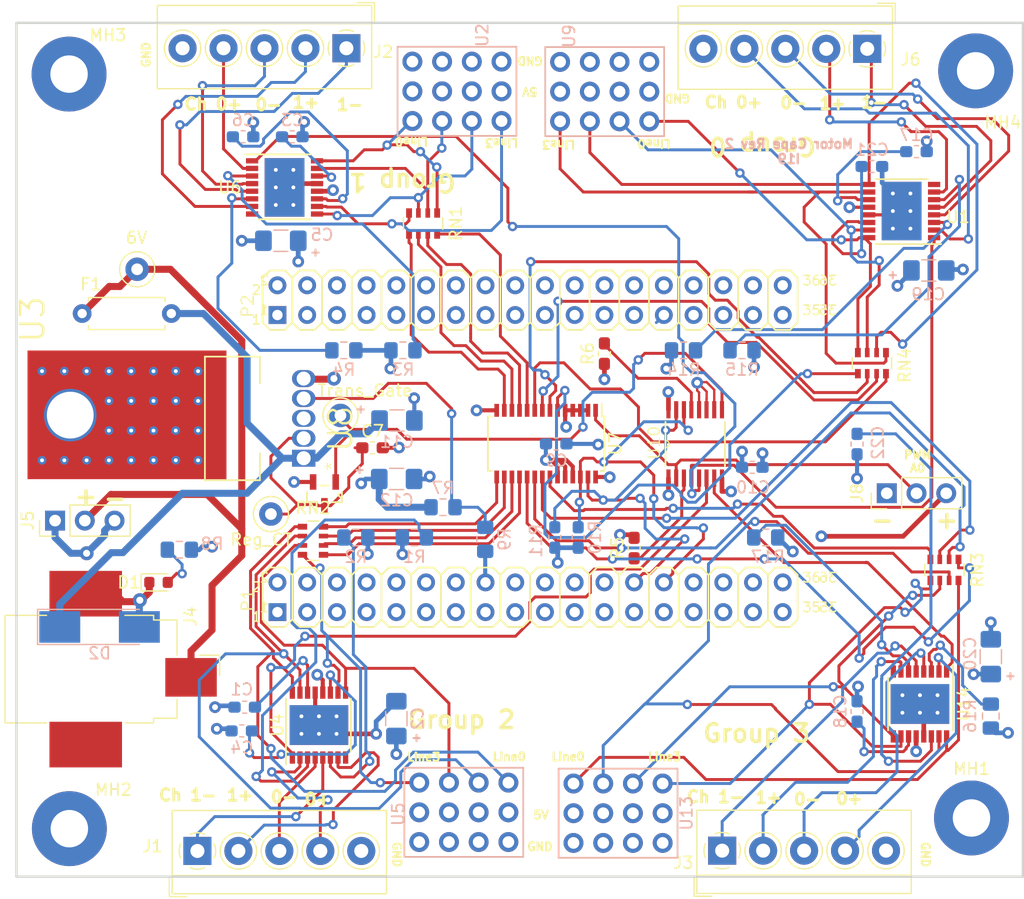
<source format=kicad_pcb>
(kicad_pcb (version 20171130) (host pcbnew "(5.0.0)")
  (layers (0 F.Cu signal) (1 In1.Cu power hide) (2 In2.Cu power hide) (31 B.Cu signal) (34 B.Paste user) (35 F.Paste user) (36 B.SilkS user) (37 F.SilkS user) (38 B.Mask user) (39 F.Mask user) (44 Edge.Cuts user))
  (net 0 "")
  (net 1 "Net-(U1-Pad8)")
  (net 2 "Net-(P1-Pad1)")
  (net 3 "Net-(P1-Pad2)")
  (net 4 "Net-(P1-Pad3)")
  (net 5 "Net-(P1-Pad4)")
  (net 6 "Net-(P1-Pad5)")
  (net 7 "Net-(P1-Pad6)")
  (net 8 "Net-(P1-Pad7)")
  (net 9 "Net-(P1-Pad8)")
  (net 10 "Net-(P1-Pad9)")
  (net 11 "Net-(P1-Pad10)")
  (net 12 "Net-(P1-Pad11)")
  (net 13 "Net-(P1-Pad12)")
  (net 14 "Net-(P1-Pad13)")
  (net 15 "Net-(P1-Pad15)")
  (net 16 "Net-(P1-Pad17)")
  (net 17 "Net-(P1-Pad18)")
  (net 18 "Net-(P1-Pad19)")
  (net 19 "Net-(P1-Pad20)")
  (net 20 "Net-(P1-Pad21)")
  (net 21 "Net-(P1-Pad22)")
  (net 22 "Net-(P1-Pad23)")
  (net 23 "Net-(P1-Pad24)")
  (net 24 "Net-(P1-Pad25)")
  (net 25 "Net-(P1-Pad27)")
  (net 26 "Net-(P1-Pad29)")
  (net 27 "Net-(P1-Pad30)")
  (net 28 "Net-(P1-Pad31)")
  (net 29 "Net-(P1-Pad32)")
  (net 30 "Net-(P1-Pad33)")
  (net 31 "Net-(P1-Pad34)")
  (net 32 "Net-(P1-Pad35)")
  (net 33 "Net-(P1-Pad36)")
  (net 34 "Net-(P2-Pad36)")
  (net 35 "Net-(P2-Pad35)")
  (net 36 "Net-(P2-Pad34)")
  (net 37 "Net-(P2-Pad33)")
  (net 38 "Net-(P2-Pad32)")
  (net 39 "Net-(P2-Pad31)")
  (net 40 "Net-(P2-Pad30)")
  (net 41 "Net-(P2-Pad29)")
  (net 42 "Net-(P2-Pad28)")
  (net 43 "Net-(P2-Pad27)")
  (net 44 "Net-(P2-Pad26)")
  (net 45 "Net-(P2-Pad25)")
  (net 46 "Net-(P2-Pad24)")
  (net 47 "Net-(P2-Pad23)")
  (net 48 "Net-(P2-Pad22)")
  (net 49 "Net-(P2-Pad21)")
  (net 50 "Net-(P2-Pad20)")
  (net 51 "Net-(P2-Pad19)")
  (net 52 "Net-(P2-Pad18)")
  (net 53 "Net-(P2-Pad17)")
  (net 54 "Net-(P2-Pad16)")
  (net 55 "Net-(P2-Pad15)")
  (net 56 "Net-(P2-Pad14)")
  (net 57 "Net-(P2-Pad13)")
  (net 58 "Net-(P2-Pad12)")
  (net 59 "Net-(P2-Pad11)")
  (net 60 "Net-(P2-Pad10)")
  (net 61 "Net-(P2-Pad9)")
  (net 62 "Net-(P2-Pad8)")
  (net 63 "Net-(P2-Pad7)")
  (net 64 "Net-(P2-Pad6)")
  (net 65 "Net-(P2-Pad5)")
  (net 66 "Net-(P2-Pad4)")
  (net 67 "Net-(P2-Pad3)")
  (net 68 "Net-(P2-Pad2)")
  (net 69 "Net-(P2-Pad1)")
  (net 70 "Net-(U4-Pad8)")
  (net 71 "Net-(U6-Pad8)")
  (net 72 GND)
  (net 73 "Net-(R16-Pad2)")
  (net 74 "Net-(R17-Pad1)")
  (net 75 "Net-(U14-Pad8)")
  (net 76 "Net-(C18-Pad2)")
  (net 77 +5V)
  (net 78 "Net-(C22-Pad2)")
  (net 79 "Net-(J6-Pad1)")
  (net 80 "Net-(R14-Pad2)")
  (net 81 "Net-(J6-Pad2)")
  (net 82 "Net-(J6-Pad4)")
  (net 83 "Net-(R15-Pad1)")
  (net 84 "Net-(J6-Pad3)")
  (net 85 "Net-(C17-Pad2)")
  (net 86 "Net-(C21-Pad2)")
  (net 87 "Net-(J1-Pad1)")
  (net 88 "Net-(R1-Pad2)")
  (net 89 "Net-(J1-Pad2)")
  (net 90 "Net-(J1-Pad4)")
  (net 91 "Net-(R2-Pad1)")
  (net 92 "Net-(J1-Pad3)")
  (net 93 "Net-(C4-Pad2)")
  (net 94 "Net-(C1-Pad2)")
  (net 95 "Net-(J2-Pad1)")
  (net 96 "Net-(R3-Pad2)")
  (net 97 "Net-(J2-Pad2)")
  (net 98 "Net-(J2-Pad4)")
  (net 99 "Net-(R4-Pad1)")
  (net 100 "Net-(J2-Pad3)")
  (net 101 "Net-(C6-Pad2)")
  (net 102 "Net-(C3-Pad2)")
  (net 103 +6V)
  (net 104 "Net-(D1-Pad2)")
  (net 105 A0)
  (net 106 +3V3)
  (net 107 "Net-(R6-Pad2)")
  (net 108 "Net-(J3-Pad4)")
  (net 109 "Net-(J3-Pad3)")
  (net 110 "Net-(J3-Pad1)")
  (net 111 "Net-(J3-Pad2)")
  (net 112 "Net-(R5-Pad1)")
  (net 113 I2C_DATA)
  (net 114 I2C_CLK)
  (net 115 Vin)
  (net 116 Reg_CT)
  (net 117 Reg_ADJ)
  (net 118 Trans_Gate)
  (net 119 /U1_BIN2)
  (net 120 /U1_BIN1)
  (net 121 /U1_AIN1)
  (net 122 /U1_AIN2)
  (net 123 /PWM3)
  (net 124 /PWM1)
  (net 125 /PWM2)
  (net 126 /PWM0)
  (net 127 /PWM12)
  (net 128 /PWM14)
  (net 129 /PWM13)
  (net 130 /PWM15)
  (net 131 /U14_AIN2)
  (net 132 /U14_AIN1)
  (net 133 /U14_BIN1)
  (net 134 /U14_BIN2)
  (net 135 /PWM11)
  (net 136 /PWM10)
  (net 137 /PWM8)
  (net 138 /PWM9)
  (net 139 /U4_BIN2)
  (net 140 /U4_AIN2)
  (net 141 /U4_BIN1)
  (net 142 /U4_AIN1)
  (net 143 /U6_AIN1)
  (net 144 /U6_BIN1)
  (net 145 /U6_AIN2)
  (net 146 /U6_BIN2)
  (net 147 /PMW5)
  (net 148 /PWM4)
  (net 149 /PWM6)
  (net 150 /PWM7)
  (net 151 /GPIO_P0)
  (net 152 /GPIO_P2)
  (net 153 /GPIO_P1)
  (net 154 /GPIO_P3)
  (module TestPoint:TestPoint_Loop_D2.50mm_Drill1.0mm_LowProfile (layer F.Cu) (at 113.7412 110.998)
    (fp_text reference Reg_CT (at -0.8128 2.1844) (layer F.SilkS))
    (fp_text value TestPoint)
    (pad 1 thru_hole circle (at 0 0) (size 2 2) (drill 1) (layers *.Cu *.Mask) (net 116 Reg_CT))
  )
  (module TestPoint:TestPoint_Loop_D2.50mm_Drill1.0mm_LowProfile (layer F.Cu) (at 119.6848 102.5652)
    (fp_text reference Trans_Gate (at 2.0828 -2.1336) (layer F.SilkS))
    (fp_text value TestPoint)
    (pad 1 thru_hole circle (at 0 0) (size 2 2) (drill 1) (layers *.Cu *.Mask) (net 118 Trans_Gate))
  )
  (module TestPoint:TestPoint_Loop_D2.50mm_Drill1.0mm_LowProfile (layer F.Cu) (at 102.3112 90.0684)
    (fp_text reference 6V (at -0.0508 -2.6924) (layer F.SilkS))
    (fp_text value TestPoint)
    (pad 1 thru_hole circle (at 0 0) (size 2 2) (drill 1) (layers *.Cu *.Mask) (net 103 +6V))
  )
  (module Package_SO:TO170P470X1016X2092-5P-SMD (layer F.Cu) (at 104.3432 99.4156 90)
    (fp_text reference U3 (at 2.9464 -9.8044 90) (layer F.SilkS) (effects (font (size 1.979572 1.979572) (thickness 0.208376)) (justify left bottom)))
    (fp_text value UCC283-ADJ)
    (pad 6 thru_hole circle (at 0.635 3.175 90) (size 0.75 0.75) (drill 0.33) (layers *.Cu *.Mask) (net 72 GND))
    (pad 6 thru_hole circle (at -1.905 3.175 90) (size 0.75 0.75) (drill 0.33) (layers *.Cu *.Mask) (net 72 GND))
    (pad 6 thru_hole circle (at -4.445 3.175 90) (size 0.75 0.75) (drill 0.33) (layers *.Cu *.Mask) (net 72 GND))
    (pad 6 thru_hole circle (at -6.985 3.175 90) (size 0.75 0.75) (drill 0.33) (layers *.Cu *.Mask) (net 72 GND))
    (pad 6 thru_hole circle (at -6.985 1.27 90) (size 0.75 0.75) (drill 0.33) (layers *.Cu *.Mask) (net 72 GND))
    (pad 6 thru_hole circle (at -4.445 1.27 90) (size 0.75 0.75) (drill 0.33) (layers *.Cu *.Mask) (net 72 GND))
    (pad 6 thru_hole circle (at -1.905 1.27 90) (size 0.75 0.75) (drill 0.33) (layers *.Cu *.Mask) (net 72 GND))
    (pad 6 thru_hole circle (at 0.635 -0.635 90) (size 0.75 0.75) (drill 0.33) (layers *.Cu *.Mask) (net 72 GND))
    (pad 6 thru_hole circle (at -1.905 -0.635 90) (size 0.75 0.75) (drill 0.33) (layers *.Cu *.Mask) (net 72 GND))
    (pad 6 thru_hole circle (at -4.445 -0.635 90) (size 0.75 0.75) (drill 0.33) (layers *.Cu *.Mask) (net 72 GND))
    (pad 6 thru_hole circle (at -6.985 -0.635 90) (size 0.75 0.75) (drill 0.33) (layers *.Cu *.Mask) (net 72 GND))
    (pad 6 thru_hole circle (at -6.985 -2.54 90) (size 0.75 0.75) (drill 0.33) (layers *.Cu *.Mask) (net 72 GND))
    (pad 6 thru_hole circle (at -4.445 -2.54 90) (size 0.75 0.75) (drill 0.33) (layers *.Cu *.Mask) (net 72 GND))
    (pad 6 thru_hole circle (at -1.905 -2.54 90) (size 0.75 0.75) (drill 0.33) (layers *.Cu *.Mask) (net 72 GND))
    (pad 6 thru_hole circle (at 0.635 -2.54 90) (size 0.75 0.75) (drill 0.33) (layers *.Cu *.Mask) (net 72 GND))
    (pad 6 thru_hole circle (at 0.635 -4.445 90) (size 0.75 0.75) (drill 0.33) (layers *.Cu *.Mask) (net 72 GND))
    (pad 6 thru_hole circle (at -1.905 -4.445 90) (size 0.75 0.75) (drill 0.33) (layers *.Cu *.Mask) (net 72 GND))
    (pad 6 thru_hole circle (at -4.445 -4.445 90) (size 0.75 0.75) (drill 0.33) (layers *.Cu *.Mask) (net 72 GND))
    (pad 6 thru_hole circle (at -6.985 -4.445 90) (size 0.75 0.75) (drill 0.33) (layers *.Cu *.Mask) (net 72 GND))
    (pad 6 thru_hole circle (at -6.985 -6.35 90) (size 0.75 0.75) (drill 0.33) (layers *.Cu *.Mask) (net 72 GND))
    (pad 6 thru_hole circle (at -6.985 -8.255 90) (size 0.75 0.75) (drill 0.33) (layers *.Cu *.Mask) (net 72 GND))
    (pad 6 thru_hole circle (at -6.985 -10.16 90) (size 0.75 0.75) (drill 0.33) (layers *.Cu *.Mask) (net 72 GND))
    (pad 6 thru_hole circle (at 0.635 -10.16 90) (size 0.75 0.75) (drill 0.33) (layers *.Cu *.Mask) (net 72 GND))
    (pad 6 thru_hole circle (at 0.635 -8.255 90) (size 0.75 0.75) (drill 0.33) (layers *.Cu *.Mask) (net 72 GND))
    (pad 6 thru_hole circle (at 0.635 -6.35 90) (size 0.75 0.75) (drill 0.33) (layers *.Cu *.Mask) (net 72 GND))
    (pad 6 thru_hole circle (at 0.635 1.27 90) (size 0.75 0.75) (drill 0.33) (layers *.Cu *.Mask) (net 72 GND))
    (pad 1 thru_hole roundrect (at -6.8072 12.2 90) (size 1.45 2) (drill 1.2) (layers *.Cu *.Mask) (roundrect_rratio 0.035) (net 115 Vin))
    (pad 2 thru_hole oval (at -5.1 12.2 90) (size 1.45 2) (drill 1.2) (layers *.Cu *.Mask) (net 116 Reg_CT))
    (pad 3 thru_hole oval (at -3.4 12.2 90) (size 1.45 2) (drill 1.2) (layers *.Cu *.Mask) (net 72 GND))
    (pad 4 thru_hole oval (at -1.7 12.2 90) (size 1.45 2) (drill 1.2) (layers *.Cu *.Mask) (net 117 Reg_ADJ))
    (pad 5 thru_hole oval (at 0 12.2 90) (size 1.45 2) (drill 1.2) (layers *.Cu *.Mask) (net 77 +5V))
    (pad 6 smd rect (at -3.1 -2.9 90) (size 11 17) (layers F.Cu F.Paste F.Mask) (net 72 GND))
    (pad 6 thru_hole circle (at -3.1242 -7.747 90) (size 4.5 4.5) (drill 4) (layers *.Cu *.Mask) (net 72 GND))
  )
  (module Connector_PinHeader_2.54mm:PinHeader_1x03_P2.54mm_Vertical (layer F.Cu) (at 95.3008 111.5568 90)
    (fp_text reference J5 (at 0 -2.33 90) (layer F.SilkS))
    (fp_text value Power_Conn)
    (pad 3 thru_hole oval (at 0 5.08 90) (size 1.7 1.7) (drill 1) (layers *.Cu *.Mask) (net 72 GND))
    (pad 2 thru_hole oval (at 0 2.54 90) (size 1.7 1.7) (drill 1) (layers *.Cu *.Mask) (net 103 +6V))
    (pad 1 thru_hole rect (at 0 0 90) (size 1.7 1.7) (drill 1) (layers *.Cu *.Mask) (net 72 GND))
  )
  (module Resistor_THT:R_Axial_DIN0207_L6.3mm_D2.5mm_P7.62mm_Horizontal (layer F.Cu) (at 97.6122 93.853)
    (fp_text reference F1 (at 0.7366 -2.5146) (layer F.SilkS))
    (fp_text value Fuse)
    (pad 2 thru_hole oval (at 7.62 0) (size 1.6 1.6) (drill 0.8) (layers *.Cu *.Mask) (net 115 Vin))
    (pad 1 thru_hole circle (at 0 0) (size 1.6 1.6) (drill 0.8) (layers *.Cu *.Mask) (net 103 +6V))
  )
  (module TerminalBlock_4Ucon:TerminalBlock_4Ucon_1x05_P3.50mm_Horizontal (layer F.Cu) (at 152.3036 139.7762)
    (fp_text reference J3 (at -3.3072 1.0414) (layer F.SilkS))
    (fp_text value Screw_Terminal_01x05)
    (pad 5 thru_hole circle (at 14 0) (size 2.4 2.4) (drill 1.2) (layers *.Cu *.Mask) (net 72 GND))
    (pad 4 thru_hole circle (at 10.5 0) (size 2.4 2.4) (drill 1.2) (layers *.Cu *.Mask) (net 108 "Net-(J3-Pad4)"))
    (pad 3 thru_hole circle (at 7 0) (size 2.4 2.4) (drill 1.2) (layers *.Cu *.Mask) (net 109 "Net-(J3-Pad3)"))
    (pad 2 thru_hole circle (at 3.5 0) (size 2.4 2.4) (drill 1.2) (layers *.Cu *.Mask) (net 111 "Net-(J3-Pad2)"))
    (pad 1 thru_hole rect (at 0 0) (size 2.4 2.4) (drill 1.2) (layers *.Cu *.Mask) (net 110 "Net-(J3-Pad1)"))
  )
  (module MountingHole:MountingHole_3.2mm_M3_Pad (layer F.Cu) (at 173.9646 73.1012)
    (fp_text reference MH4 (at 2.3114 4.4196) (layer F.SilkS))
    (fp_text value MountingHole)
    (pad 1 thru_hole circle (at 0 0) (size 6.4 6.4) (drill 3.2) (layers *.Cu *.Mask))
  )
  (module Capacitor_SMD:C_0603_1608Metric_Pad1.05x0.95mm_HandSolder (layer F.Cu) (at 122.428 105.3338)
    (fp_text reference C7 (at 0 -1.43) (layer F.SilkS))
    (fp_text value "2.2pF, 6V")
    (pad 2 smd roundrect (at 0.875 0) (size 1.05 0.95) (layers F.Cu F.Paste F.Mask) (net 72 GND))
    (pad 1 smd roundrect (at -0.875 0) (size 1.05 0.95) (layers F.Cu F.Paste F.Mask) (net 116 Reg_CT))
  )
  (module Resistor_SMD:R_0805_2012Metric_Pad1.15x1.40mm_HandSolder (layer B.Cu) (at 132.0546 113.157 90)
    (fp_text reference R9 (at 0 1.65 90) (layer B.SilkS) (effects (justify mirror)))
    (fp_text value 150K)
    (pad 2 smd roundrect (at 1.025 0 90) (size 1.15 1.4) (layers B.Cu B.Paste B.Mask) (roundrect_rratio 0.217391) (net 117 Reg_ADJ))
    (pad 1 smd roundrect (at -1.025 0 90) (size 1.15 1.4) (layers B.Cu B.Paste B.Mask) (roundrect_rratio 0.217391) (net 72 GND))
  )
  (module Resistor_SMD:R_0805_2012Metric_Pad1.15x1.40mm_HandSolder (layer B.Cu) (at 128.4478 110.4138 180)
    (fp_text reference R7 (at 0 1.65 180) (layer B.SilkS) (effects (justify mirror)))
    (fp_text value 50K)
    (pad 2 smd roundrect (at 1.025 0 180) (size 1.15 1.4) (layers B.Cu B.Paste B.Mask) (roundrect_rratio 0.217391) (net 77 +5V))
    (pad 1 smd roundrect (at -1.025 0 180) (size 1.15 1.4) (layers B.Cu B.Paste B.Mask) (roundrect_rratio 0.217391) (net 117 Reg_ADJ))
  )
  (module BSS138Q-7-F:SOT95P240X110-3N (layer F.Cu) (at 118.3132 109.2708 270)
    (fp_text reference U8 (at -3.45448 -2.54006 270) (layer F.SilkS) (effects (font (size 1.978707 1.978707) (thickness 0.208285)) (justify left bottom)))
    (fp_text value BSS138Q-7-F)
    (fp_text user * (at -1.856 -1.39836 270) (layer F.SilkS) (effects (font (size 1.207678 1.207678) (thickness 0.076274)) (justify left bottom)))
    (pad 3 smd rect (at 1.016 0 270) (size 1.3208 0.5588) (layers F.Cu F.Paste F.Mask) (net 116 Reg_CT))
    (pad 2 smd rect (at -1.016 0.9652 270) (size 1.3208 0.5588) (layers F.Cu F.Paste F.Mask) (net 72 GND))
    (pad 1 smd rect (at -1.016 -0.9652 270) (size 1.3208 0.5588) (layers F.Cu F.Paste F.Mask) (net 118 Trans_Gate))
  )
  (module Package_SO:TSSOP-28_4.4x9.7mm_P0.65mm (layer F.Cu) (at 137.2616 104.9782 270)
    (fp_text reference U7 (at 0 -5.9 270) (layer F.SilkS))
    (fp_text value PCA9685PW)
    (pad 28 smd rect (at 2.85 -4.225 270) (size 1.1 0.4) (layers F.Cu F.Paste F.Mask) (net 106 +3V3))
    (pad 27 smd rect (at 2.85 -3.575 270) (size 1.1 0.4) (layers F.Cu F.Paste F.Mask) (net 113 I2C_DATA))
    (pad 26 smd rect (at 2.85 -2.925 270) (size 1.1 0.4) (layers F.Cu F.Paste F.Mask) (net 114 I2C_CLK))
    (pad 25 smd rect (at 2.85 -2.275 270) (size 1.1 0.4) (layers F.Cu F.Paste F.Mask) (net 72 GND))
    (pad 24 smd rect (at 2.85 -1.625 270) (size 1.1 0.4) (layers F.Cu F.Paste F.Mask) (net 72 GND))
    (pad 23 smd rect (at 2.85 -0.975 270) (size 1.1 0.4) (layers F.Cu F.Paste F.Mask) (net 72 GND))
    (pad 22 smd rect (at 2.85 -0.325 270) (size 1.1 0.4) (layers F.Cu F.Paste F.Mask) (net 130 /PWM15))
    (pad 21 smd rect (at 2.85 0.325 270) (size 1.1 0.4) (layers F.Cu F.Paste F.Mask) (net 128 /PWM14))
    (pad 20 smd rect (at 2.85 0.975 270) (size 1.1 0.4) (layers F.Cu F.Paste F.Mask) (net 129 /PWM13))
    (pad 19 smd rect (at 2.85 1.625 270) (size 1.1 0.4) (layers F.Cu F.Paste F.Mask) (net 127 /PWM12))
    (pad 18 smd rect (at 2.85 2.275 270) (size 1.1 0.4) (layers F.Cu F.Paste F.Mask) (net 135 /PWM11))
    (pad 17 smd rect (at 2.85 2.925 270) (size 1.1 0.4) (layers F.Cu F.Paste F.Mask) (net 136 /PWM10))
    (pad 16 smd rect (at 2.85 3.575 270) (size 1.1 0.4) (layers F.Cu F.Paste F.Mask) (net 138 /PWM9))
    (pad 15 smd rect (at 2.85 4.225 270) (size 1.1 0.4) (layers F.Cu F.Paste F.Mask) (net 137 /PWM8))
    (pad 14 smd rect (at -2.85 4.225 270) (size 1.1 0.4) (layers F.Cu F.Paste F.Mask) (net 72 GND))
    (pad 13 smd rect (at -2.85 3.575 270) (size 1.1 0.4) (layers F.Cu F.Paste F.Mask) (net 150 /PWM7))
    (pad 12 smd rect (at -2.85 2.925 270) (size 1.1 0.4) (layers F.Cu F.Paste F.Mask) (net 149 /PWM6))
    (pad 11 smd rect (at -2.85 2.275 270) (size 1.1 0.4) (layers F.Cu F.Paste F.Mask) (net 147 /PMW5))
    (pad 10 smd rect (at -2.85 1.625 270) (size 1.1 0.4) (layers F.Cu F.Paste F.Mask) (net 148 /PWM4))
    (pad 9 smd rect (at -2.85 0.975 270) (size 1.1 0.4) (layers F.Cu F.Paste F.Mask) (net 123 /PWM3))
    (pad 8 smd rect (at -2.85 0.325 270) (size 1.1 0.4) (layers F.Cu F.Paste F.Mask) (net 125 /PWM2))
    (pad 7 smd rect (at -2.85 -0.325 270) (size 1.1 0.4) (layers F.Cu F.Paste F.Mask) (net 124 /PWM1))
    (pad 6 smd rect (at -2.85 -0.975 270) (size 1.1 0.4) (layers F.Cu F.Paste F.Mask) (net 126 /PWM0))
    (pad 5 smd rect (at -2.85 -1.625 270) (size 1.1 0.4) (layers F.Cu F.Paste F.Mask) (net 72 GND))
    (pad 4 smd rect (at -2.85 -2.275 270) (size 1.1 0.4) (layers F.Cu F.Paste F.Mask) (net 72 GND))
    (pad 3 smd rect (at -2.85 -2.925 270) (size 1.1 0.4) (layers F.Cu F.Paste F.Mask) (net 72 GND))
    (pad 2 smd rect (at -2.85 -3.575 270) (size 1.1 0.4) (layers F.Cu F.Paste F.Mask) (net 72 GND))
    (pad 1 smd rect (at -2.85 -4.225 270) (size 1.1 0.4) (layers F.Cu F.Paste F.Mask) (net 105 A0))
  )
  (module "PocketBeagle:TH-2X18-(35MIL-DIA)" (layer F.Cu) (at 135.89 118.11)
    (fp_text reference P1 (at -24.13 0.254 90) (layer F.SilkS) (effects (font (size 1.016 1.016) (thickness 0.127))))
    (fp_text value 2X18-_INCH_-0.1-TH-_35MIL-DIA_-W_O-SILK hide)
    (fp_text user 35 (at 25.4508 0.8636) (layer F.SilkS) (effects (font (size 0.8128 0.8128) (thickness 0.127)) (justify mirror)))
    (fp_text user 36 (at 25.4508 -1.6764) (layer F.SilkS) (effects (font (size 0.8128 0.8128) (thickness 0.127)) (justify mirror)))
    (fp_text user 1 (at -22.7076 0.8636) (layer F.SilkS) (effects (font (size 0.8128 0.8128) (thickness 0.127)) (justify mirror)))
    (fp_text user 2 (at -22.7076 -1.6764) (layer F.SilkS) (effects (font (size 0.8128 0.8128) (thickness 0.127)) (justify mirror)))
    (fp_text user 36 (at 24.0538 -1.6764) (layer F.SilkS) (effects (font (size 0.8128 0.8128) (thickness 0.127))))
    (fp_text user 35 (at 24.0538 0.8636) (layer F.SilkS) (effects (font (size 0.8128 0.8128) (thickness 0.127))))
    (fp_text user 2 (at -23.3934 -0.8636 180) (layer F.SilkS) (effects (font (size 0.8128 0.8128) (thickness 0.127))))
    (fp_text user 1 (at -23.3934 1.6764 180) (layer F.SilkS) (effects (font (size 0.8128 0.8128) (thickness 0.127))))
    (pad 36 thru_hole circle (at 21.59 -1.27) (size 1.524 3.048) (drill 0.889) (layers *.Cu *.Paste *.Mask) (net 33 "Net-(P1-Pad36)"))
    (pad 35 thru_hole circle (at 21.59 1.27) (size 1.524 3.048) (drill 0.889) (layers *.Cu *.Paste *.Mask) (net 32 "Net-(P1-Pad35)"))
    (pad 34 thru_hole circle (at 19.05 -1.27) (size 1.524 3.048) (drill 0.889) (layers *.Cu *.Paste *.Mask) (net 31 "Net-(P1-Pad34)"))
    (pad 33 thru_hole circle (at 19.05 1.27) (size 1.524 3.048) (drill 0.889) (layers *.Cu *.Paste *.Mask) (net 30 "Net-(P1-Pad33)"))
    (pad 32 thru_hole circle (at 16.51 -1.27) (size 1.524 3.048) (drill 0.889) (layers *.Cu *.Paste *.Mask) (net 29 "Net-(P1-Pad32)"))
    (pad 31 thru_hole circle (at 16.51 1.27) (size 1.524 3.048) (drill 0.889) (layers *.Cu *.Paste *.Mask) (net 28 "Net-(P1-Pad31)"))
    (pad 30 thru_hole circle (at 13.97 -1.27) (size 1.524 3.048) (drill 0.889) (layers *.Cu *.Paste *.Mask) (net 27 "Net-(P1-Pad30)"))
    (pad 29 thru_hole circle (at 13.97 1.27) (size 1.524 3.048) (drill 0.889) (layers *.Cu *.Paste *.Mask) (net 26 "Net-(P1-Pad29)"))
    (pad 28 thru_hole circle (at 11.43 -1.27) (size 1.524 3.048) (drill 0.889) (layers *.Cu *.Paste *.Mask) (net 114 I2C_CLK))
    (pad 27 thru_hole circle (at 11.43 1.27) (size 1.524 3.048) (drill 0.889) (layers *.Cu *.Paste *.Mask) (net 25 "Net-(P1-Pad27)"))
    (pad 26 thru_hole circle (at 8.89 -1.27) (size 1.524 3.048) (drill 0.889) (layers *.Cu *.Paste *.Mask) (net 113 I2C_DATA))
    (pad 25 thru_hole circle (at 8.89 1.27) (size 1.524 3.048) (drill 0.889) (layers *.Cu *.Paste *.Mask) (net 24 "Net-(P1-Pad25)"))
    (pad 24 thru_hole circle (at 6.35 -1.27) (size 1.524 3.048) (drill 0.889) (layers *.Cu *.Paste *.Mask) (net 23 "Net-(P1-Pad24)"))
    (pad 23 thru_hole circle (at 6.35 1.27) (size 1.524 3.048) (drill 0.889) (layers *.Cu *.Paste *.Mask) (net 22 "Net-(P1-Pad23)"))
    (pad 22 thru_hole circle (at 3.81 -1.27) (size 1.524 3.048) (drill 0.889) (layers *.Cu *.Paste *.Mask) (net 21 "Net-(P1-Pad22)"))
    (pad 21 thru_hole circle (at 3.81 1.27) (size 1.524 3.048) (drill 0.889) (layers *.Cu *.Paste *.Mask) (net 20 "Net-(P1-Pad21)"))
    (pad 20 thru_hole circle (at 1.27 -1.27) (size 1.524 3.048) (drill 0.889) (layers *.Cu *.Paste *.Mask) (net 19 "Net-(P1-Pad20)"))
    (pad 19 thru_hole circle (at 1.27 1.27) (size 1.524 3.048) (drill 0.889) (layers *.Cu *.Paste *.Mask) (net 18 "Net-(P1-Pad19)"))
    (pad 18 thru_hole circle (at -1.27 -1.27) (size 1.524 3.048) (drill 0.889) (layers *.Cu *.Paste *.Mask) (net 17 "Net-(P1-Pad18)"))
    (pad 17 thru_hole circle (at -1.27 1.27) (size 1.524 3.048) (drill 0.889) (layers *.Cu *.Paste *.Mask) (net 16 "Net-(P1-Pad17)"))
    (pad 16 thru_hole circle (at -3.81 -1.27) (size 1.524 3.048) (drill 0.889) (layers *.Cu *.Paste *.Mask) (net 72 GND))
    (pad 15 thru_hole circle (at -3.81 1.27) (size 1.524 3.048) (drill 0.889) (layers *.Cu *.Paste *.Mask) (net 15 "Net-(P1-Pad15)"))
    (pad 14 thru_hole circle (at -6.35 -1.27) (size 1.524 3.048) (drill 0.889) (layers *.Cu *.Paste *.Mask) (net 106 +3V3))
    (pad 13 thru_hole circle (at -6.35 1.27) (size 1.524 3.048) (drill 0.889) (layers *.Cu *.Paste *.Mask) (net 14 "Net-(P1-Pad13)"))
    (pad 12 thru_hole circle (at -8.89 -1.27) (size 1.524 3.048) (drill 0.889) (layers *.Cu *.Paste *.Mask) (net 13 "Net-(P1-Pad12)"))
    (pad 11 thru_hole circle (at -8.89 1.27) (size 1.524 3.048) (drill 0.889) (layers *.Cu *.Paste *.Mask) (net 12 "Net-(P1-Pad11)"))
    (pad 10 thru_hole circle (at -11.43 -1.27) (size 1.524 3.048) (drill 0.889) (layers *.Cu *.Paste *.Mask) (net 11 "Net-(P1-Pad10)"))
    (pad 9 thru_hole circle (at -11.43 1.27) (size 1.524 3.048) (drill 0.889) (layers *.Cu *.Paste *.Mask) (net 10 "Net-(P1-Pad9)"))
    (pad 8 thru_hole circle (at -13.97 -1.27) (size 1.524 3.048) (drill 0.889) (layers *.Cu *.Paste *.Mask) (net 9 "Net-(P1-Pad8)"))
    (pad 7 thru_hole circle (at -13.97 1.27) (size 1.524 3.048) (drill 0.889) (layers *.Cu *.Paste *.Mask) (net 8 "Net-(P1-Pad7)"))
    (pad 6 thru_hole circle (at -16.51 -1.27) (size 1.524 3.048) (drill 0.889) (layers *.Cu *.Paste *.Mask) (net 7 "Net-(P1-Pad6)"))
    (pad 5 thru_hole circle (at -16.51 1.27) (size 1.524 3.048) (drill 0.889) (layers *.Cu *.Paste *.Mask) (net 6 "Net-(P1-Pad5)"))
    (pad 4 thru_hole circle (at -19.05 -1.27) (size 1.524 3.048) (drill 0.889) (layers *.Cu *.Paste *.Mask) (net 5 "Net-(P1-Pad4)"))
    (pad 3 thru_hole circle (at -19.05 1.27) (size 1.524 3.048) (drill 0.889) (layers *.Cu *.Paste *.Mask) (net 4 "Net-(P1-Pad3)"))
    (pad 2 thru_hole circle (at -21.59 -1.27) (size 1.524 3.048) (drill 0.889) (layers *.Cu *.Paste *.Mask) (net 3 "Net-(P1-Pad2)"))
    (pad 1 thru_hole rect (at -21.59 1.27) (size 1.524 1.524) (drill 0.889) (layers *.Cu *.Paste *.Mask) (net 2 "Net-(P1-Pad1)"))
  )
  (module Connector:Conn_3x4 (layer B.Cu) (at 134.0358 136.4996 90)
    (fp_text reference U5 (at -0.1524 -9.4234 90) (layer B.SilkS))
    (fp_text value Conn_03x04_Female)
    (pad 4 thru_hole circle (at -2.54 -7.62 90) (size 1.7 1.7) (drill 1) (layers *.Cu *.Mask) (net 72 GND))
    (pad 8 thru_hole circle (at 0 -7.62 90) (size 1.7 1.7) (drill 1) (layers *.Cu *.Mask) (net 77 +5V))
    (pad 12 thru_hole circle (at 2.54 -7.62 90) (size 1.7 1.7) (drill 1) (layers *.Cu *.Mask) (net 139 /U4_BIN2))
    (pad 11 thru_hole circle (at 2.54 -5.08 90) (size 1.7 1.7) (drill 1) (layers *.Cu *.Mask) (net 141 /U4_BIN1))
    (pad 7 thru_hole circle (at 0 -5.08 90) (size 1.7 1.7) (drill 1) (layers *.Cu *.Mask) (net 77 +5V))
    (pad 3 thru_hole circle (at -2.54 -5.08 90) (size 1.7 1.7) (drill 1) (layers *.Cu *.Mask) (net 72 GND))
    (pad 10 thru_hole circle (at 2.54 -2.54 90) (size 1.7 1.7) (drill 1) (layers *.Cu *.Mask) (net 140 /U4_AIN2))
    (pad 6 thru_hole circle (at 0 -2.54 90) (size 1.7 1.7) (drill 1) (layers *.Cu *.Mask) (net 77 +5V))
    (pad 2 thru_hole circle (at -2.54 -2.54 90) (size 1.7 1.7) (drill 1) (layers *.Cu *.Mask) (net 72 GND))
    (pad 9 thru_hole circle (at 2.54 0 90) (size 1.7 1.7) (drill 1) (layers *.Cu *.Mask) (net 142 /U4_AIN1))
    (pad 5 thru_hole circle (at 0 0 90) (size 1.7 1.7) (drill 1) (layers *.Cu *.Mask) (net 77 +5V))
    (pad 1 thru_hole circle (at -2.54 0 90) (size 1.7 1.7) (drill 1) (layers *.Cu *.Mask) (net 72 GND))
  )
  (module Connector:Conn_3x4 (layer B.Cu) (at 125.8316 74.8538 270)
    (fp_text reference U2 (at -4.8006 -5.969 270) (layer B.SilkS))
    (fp_text value Conn_03x04_Female)
    (pad 4 thru_hole circle (at -2.54 -7.62 270) (size 1.7 1.7) (drill 1) (layers *.Cu *.Mask) (net 72 GND))
    (pad 8 thru_hole circle (at 0 -7.62 270) (size 1.7 1.7) (drill 1) (layers *.Cu *.Mask) (net 77 +5V))
    (pad 12 thru_hole circle (at 2.54 -7.62 270) (size 1.7 1.7) (drill 1) (layers *.Cu *.Mask) (net 146 /U6_BIN2))
    (pad 11 thru_hole circle (at 2.54 -5.08 270) (size 1.7 1.7) (drill 1) (layers *.Cu *.Mask) (net 144 /U6_BIN1))
    (pad 7 thru_hole circle (at 0 -5.08 270) (size 1.7 1.7) (drill 1) (layers *.Cu *.Mask) (net 77 +5V))
    (pad 3 thru_hole circle (at -2.54 -5.08 270) (size 1.7 1.7) (drill 1) (layers *.Cu *.Mask) (net 72 GND))
    (pad 10 thru_hole circle (at 2.54 -2.54 270) (size 1.7 1.7) (drill 1) (layers *.Cu *.Mask) (net 145 /U6_AIN2))
    (pad 6 thru_hole circle (at 0 -2.54 270) (size 1.7 1.7) (drill 1) (layers *.Cu *.Mask) (net 77 +5V))
    (pad 2 thru_hole circle (at -2.54 -2.54 270) (size 1.7 1.7) (drill 1) (layers *.Cu *.Mask) (net 72 GND))
    (pad 9 thru_hole circle (at 2.54 0 270) (size 1.7 1.7) (drill 1) (layers *.Cu *.Mask) (net 143 /U6_AIN1))
    (pad 5 thru_hole circle (at 0 0 270) (size 1.7 1.7) (drill 1) (layers *.Cu *.Mask) (net 77 +5V))
    (pad 1 thru_hole circle (at -2.54 0 270) (size 1.7 1.7) (drill 1) (layers *.Cu *.Mask) (net 72 GND))
  )
  (module Connector:Conn_3x4 (layer B.Cu) (at 146.0754 74.8792 90)
    (fp_text reference U9 (at 4.7498 -6.858 90) (layer B.SilkS))
    (fp_text value Conn_03x04_Female)
    (pad 4 thru_hole circle (at -2.54 -7.62 90) (size 1.7 1.7) (drill 1) (layers *.Cu *.Mask) (net 119 /U1_BIN2))
    (pad 8 thru_hole circle (at 0 -7.62 90) (size 1.7 1.7) (drill 1) (layers *.Cu *.Mask) (net 77 +5V))
    (pad 12 thru_hole circle (at 2.54 -7.62 90) (size 1.7 1.7) (drill 1) (layers *.Cu *.Mask) (net 72 GND))
    (pad 11 thru_hole circle (at 2.54 -5.08 90) (size 1.7 1.7) (drill 1) (layers *.Cu *.Mask) (net 72 GND))
    (pad 7 thru_hole circle (at 0 -5.08 90) (size 1.7 1.7) (drill 1) (layers *.Cu *.Mask) (net 77 +5V))
    (pad 3 thru_hole circle (at -2.54 -5.08 90) (size 1.7 1.7) (drill 1) (layers *.Cu *.Mask) (net 120 /U1_BIN1))
    (pad 10 thru_hole circle (at 2.54 -2.54 90) (size 1.7 1.7) (drill 1) (layers *.Cu *.Mask) (net 72 GND))
    (pad 6 thru_hole circle (at 0 -2.54 90) (size 1.7 1.7) (drill 1) (layers *.Cu *.Mask) (net 77 +5V))
    (pad 2 thru_hole circle (at -2.54 -2.54 90) (size 1.7 1.7) (drill 1) (layers *.Cu *.Mask) (net 122 /U1_AIN2))
    (pad 9 thru_hole circle (at 2.54 0 90) (size 1.7 1.7) (drill 1) (layers *.Cu *.Mask) (net 72 GND))
    (pad 5 thru_hole circle (at 0 0 90) (size 1.7 1.7) (drill 1) (layers *.Cu *.Mask) (net 77 +5V))
    (pad 1 thru_hole circle (at -2.54 0 90) (size 1.7 1.7) (drill 1) (layers *.Cu *.Mask) (net 121 /U1_AIN1))
  )
  (module Connector:Conn_3x4 (layer B.Cu) (at 139.5984 136.5758 270)
    (fp_text reference U13 (at 0 -9.652 270) (layer B.SilkS))
    (fp_text value Conn_03x04_Female)
    (pad 4 thru_hole circle (at -2.54 -7.62 270) (size 1.7 1.7) (drill 1) (layers *.Cu *.Mask) (net 134 /U14_BIN2))
    (pad 8 thru_hole circle (at 0 -7.62 270) (size 1.7 1.7) (drill 1) (layers *.Cu *.Mask) (net 77 +5V))
    (pad 12 thru_hole circle (at 2.54 -7.62 270) (size 1.7 1.7) (drill 1) (layers *.Cu *.Mask) (net 72 GND))
    (pad 11 thru_hole circle (at 2.54 -5.08 270) (size 1.7 1.7) (drill 1) (layers *.Cu *.Mask) (net 72 GND))
    (pad 7 thru_hole circle (at 0 -5.08 270) (size 1.7 1.7) (drill 1) (layers *.Cu *.Mask) (net 77 +5V))
    (pad 3 thru_hole circle (at -2.54 -5.08 270) (size 1.7 1.7) (drill 1) (layers *.Cu *.Mask) (net 133 /U14_BIN1))
    (pad 10 thru_hole circle (at 2.54 -2.54 270) (size 1.7 1.7) (drill 1) (layers *.Cu *.Mask) (net 72 GND))
    (pad 6 thru_hole circle (at 0 -2.54 270) (size 1.7 1.7) (drill 1) (layers *.Cu *.Mask) (net 77 +5V))
    (pad 2 thru_hole circle (at -2.54 -2.54 270) (size 1.7 1.7) (drill 1) (layers *.Cu *.Mask) (net 131 /U14_AIN2))
    (pad 9 thru_hole circle (at 2.54 0 270) (size 1.7 1.7) (drill 1) (layers *.Cu *.Mask) (net 72 GND))
    (pad 5 thru_hole circle (at 0 0 270) (size 1.7 1.7) (drill 1) (layers *.Cu *.Mask) (net 77 +5V))
    (pad 1 thru_hole circle (at -2.54 0 270) (size 1.7 1.7) (drill 1) (layers *.Cu *.Mask) (net 132 /U14_AIN1))
  )
  (module Diode_SMD:D_MELF_Handsoldering (layer B.Cu) (at 99.1 120.65)
    (fp_text reference D2 (at 0 2.25) (layer B.SilkS) (effects (justify mirror)))
    (fp_text value D_Zener)
    (pad 2 smd rect (at 3.4 0) (size 3.5 2.7) (layers B.Cu B.Paste B.Mask) (net 72 GND))
    (pad 1 smd rect (at -3.4 0) (size 3.5 2.7) (layers B.Cu B.Paste B.Mask) (net 115 Vin))
  )
  (module MountingHole:MountingHole_3.2mm_M3_Pad (layer F.Cu) (at 173.609 136.9822)
    (fp_text reference MH1 (at 0 -4.2) (layer F.SilkS))
    (fp_text value MountingHole)
    (pad 1 thru_hole circle (at 0 0) (size 6.4 6.4) (drill 3.2) (layers *.Cu *.Mask))
  )
  (module MountingHole:MountingHole_3.2mm_M3_Pad (layer F.Cu) (at 96.52 137.8966)
    (fp_text reference MH2 (at 3.7592 -3.3274) (layer F.SilkS))
    (fp_text value MountingHole)
    (pad 1 thru_hole circle (at 0 0) (size 6.4 6.4) (drill 3.2) (layers *.Cu *.Mask))
  )
  (module MountingHole:MountingHole_3.2mm_M3_Pad (layer F.Cu) (at 96.4946 73.3806)
    (fp_text reference MH3 (at 3.3274 -3.3274) (layer F.SilkS))
    (fp_text value MountingHole)
    (pad 1 thru_hole circle (at 0 0) (size 6.4 6.4) (drill 3.2) (layers *.Cu *.Mask))
  )
  (module Resistor_SMD:R_Array_Convex_4x0603 (layer F.Cu) (at 165.1 98.0948 90)
    (fp_text reference RN4 (at -0.2032 2.794 90) (layer F.SilkS))
    (fp_text value RESISTOR.NETWORK-_4_220)
    (pad 5 smd rect (at 0.9 1.2 90) (size 0.8 0.5) (layers F.Cu F.Paste F.Mask) (net 119 /U1_BIN2))
    (pad 6 smd rect (at 0.9 0.4 90) (size 0.8 0.4) (layers F.Cu F.Paste F.Mask) (net 120 /U1_BIN1))
    (pad 8 smd rect (at 0.9 -1.2 90) (size 0.8 0.5) (layers F.Cu F.Paste F.Mask) (net 121 /U1_AIN1))
    (pad 7 smd rect (at 0.9 -0.4 90) (size 0.8 0.4) (layers F.Cu F.Paste F.Mask) (net 122 /U1_AIN2))
    (pad 4 smd rect (at -0.9 1.2 90) (size 0.8 0.5) (layers F.Cu F.Paste F.Mask) (net 123 /PWM3))
    (pad 2 smd rect (at -0.9 -0.4 90) (size 0.8 0.4) (layers F.Cu F.Paste F.Mask) (net 124 /PWM1))
    (pad 3 smd rect (at -0.9 0.4 90) (size 0.8 0.4) (layers F.Cu F.Paste F.Mask) (net 125 /PWM2))
    (pad 1 smd rect (at -0.9 -1.2 90) (size 0.8 0.5) (layers F.Cu F.Paste F.Mask) (net 126 /PWM0))
  )
  (module Resistor_SMD:R_Array_Convex_4x0603 (layer F.Cu) (at 171.298 115.773 270)
    (fp_text reference RN3 (at 0 -2.8 270) (layer F.SilkS))
    (fp_text value RESISTOR.NETWORK-_4_220)
    (pad 5 smd rect (at 0.9 1.2 270) (size 0.8 0.5) (layers F.Cu F.Paste F.Mask) (net 134 /U14_BIN2))
    (pad 6 smd rect (at 0.9 0.4 270) (size 0.8 0.4) (layers F.Cu F.Paste F.Mask) (net 133 /U14_BIN1))
    (pad 8 smd rect (at 0.9 -1.2 270) (size 0.8 0.5) (layers F.Cu F.Paste F.Mask) (net 132 /U14_AIN1))
    (pad 7 smd rect (at 0.9 -0.4 270) (size 0.8 0.4) (layers F.Cu F.Paste F.Mask) (net 131 /U14_AIN2))
    (pad 4 smd rect (at -0.9 1.2 270) (size 0.8 0.5) (layers F.Cu F.Paste F.Mask) (net 130 /PWM15))
    (pad 2 smd rect (at -0.9 -0.4 270) (size 0.8 0.4) (layers F.Cu F.Paste F.Mask) (net 129 /PWM13))
    (pad 3 smd rect (at -0.9 0.4 270) (size 0.8 0.4) (layers F.Cu F.Paste F.Mask) (net 128 /PWM14))
    (pad 1 smd rect (at -0.9 -1.2 270) (size 0.8 0.5) (layers F.Cu F.Paste F.Mask) (net 127 /PWM12))
  )
  (module Resistor_SMD:R_Array_Convex_4x0603 (layer F.Cu) (at 117.338 113.279)
    (fp_text reference RN2 (at 0 -2.8) (layer F.SilkS))
    (fp_text value RESISTOR.NETWORK-_4_220)
    (pad 5 smd rect (at 0.9 1.2) (size 0.8 0.5) (layers F.Cu F.Paste F.Mask) (net 135 /PWM11))
    (pad 6 smd rect (at 0.9 0.4) (size 0.8 0.4) (layers F.Cu F.Paste F.Mask) (net 136 /PWM10))
    (pad 8 smd rect (at 0.9 -1.2) (size 0.8 0.5) (layers F.Cu F.Paste F.Mask) (net 137 /PWM8))
    (pad 7 smd rect (at 0.9 -0.4) (size 0.8 0.4) (layers F.Cu F.Paste F.Mask) (net 138 /PWM9))
    (pad 4 smd rect (at -0.9 1.2) (size 0.8 0.5) (layers F.Cu F.Paste F.Mask) (net 139 /U4_BIN2))
    (pad 2 smd rect (at -0.9 -0.4) (size 0.8 0.4) (layers F.Cu F.Paste F.Mask) (net 140 /U4_AIN2))
    (pad 3 smd rect (at -0.9 0.4) (size 0.8 0.4) (layers F.Cu F.Paste F.Mask) (net 141 /U4_BIN1))
    (pad 1 smd rect (at -0.9 -1.2) (size 0.8 0.5) (layers F.Cu F.Paste F.Mask) (net 142 /U4_AIN1))
  )
  (module Resistor_SMD:R_Array_Convex_4x0603 (layer F.Cu) (at 126.746 86.1568 270)
    (fp_text reference RN1 (at 0 -2.8 270) (layer F.SilkS))
    (fp_text value RESISTOR.NETWORK-_4_220)
    (pad 5 smd rect (at 0.9 1.2 270) (size 0.8 0.5) (layers F.Cu F.Paste F.Mask) (net 150 /PWM7))
    (pad 6 smd rect (at 0.9 0.4 270) (size 0.8 0.4) (layers F.Cu F.Paste F.Mask) (net 149 /PWM6))
    (pad 8 smd rect (at 0.9 -1.2 270) (size 0.8 0.5) (layers F.Cu F.Paste F.Mask) (net 148 /PWM4))
    (pad 7 smd rect (at 0.9 -0.4 270) (size 0.8 0.4) (layers F.Cu F.Paste F.Mask) (net 147 /PMW5))
    (pad 4 smd rect (at -0.9 1.2 270) (size 0.8 0.5) (layers F.Cu F.Paste F.Mask) (net 146 /U6_BIN2))
    (pad 2 smd rect (at -0.9 -0.4 270) (size 0.8 0.4) (layers F.Cu F.Paste F.Mask) (net 145 /U6_AIN2))
    (pad 3 smd rect (at -0.9 0.4 270) (size 0.8 0.4) (layers F.Cu F.Paste F.Mask) (net 144 /U6_BIN1))
    (pad 1 smd rect (at -0.9 -1.2 270) (size 0.8 0.5) (layers F.Cu F.Paste F.Mask) (net 143 /U6_AIN1))
  )
  (module TerminalBlock_4Ucon:TerminalBlock_4Ucon_1x05_P3.50mm_Horizontal (layer F.Cu) (at 164.6982 71.2216 180)
    (fp_text reference J6 (at -3.7038 -0.9144 180) (layer F.SilkS))
    (fp_text value Screw_Terminal_01x05)
    (pad 5 thru_hole circle (at 14 0 180) (size 2.4 2.4) (drill 1.2) (layers *.Cu *.Mask) (net 72 GND))
    (pad 4 thru_hole circle (at 10.5 0 180) (size 2.4 2.4) (drill 1.2) (layers *.Cu *.Mask) (net 82 "Net-(J6-Pad4)"))
    (pad 3 thru_hole circle (at 7 0 180) (size 2.4 2.4) (drill 1.2) (layers *.Cu *.Mask) (net 84 "Net-(J6-Pad3)"))
    (pad 2 thru_hole circle (at 3.5 0 180) (size 2.4 2.4) (drill 1.2) (layers *.Cu *.Mask) (net 81 "Net-(J6-Pad2)"))
    (pad 1 thru_hole rect (at 0 0 180) (size 2.4 2.4) (drill 1.2) (layers *.Cu *.Mask) (net 79 "Net-(J6-Pad1)"))
  )
  (module TerminalBlock_4Ucon:TerminalBlock_4Ucon_1x05_P3.50mm_Horizontal (layer F.Cu) (at 120.1928 71.1708 180)
    (fp_text reference J2 (at -3.1496 -0.3048 180) (layer F.SilkS))
    (fp_text value Screw_Terminal_01x05)
    (pad 5 thru_hole circle (at 14 0 180) (size 2.4 2.4) (drill 1.2) (layers *.Cu *.Mask) (net 72 GND))
    (pad 4 thru_hole circle (at 10.5 0 180) (size 2.4 2.4) (drill 1.2) (layers *.Cu *.Mask) (net 98 "Net-(J2-Pad4)"))
    (pad 3 thru_hole circle (at 7 0 180) (size 2.4 2.4) (drill 1.2) (layers *.Cu *.Mask) (net 100 "Net-(J2-Pad3)"))
    (pad 2 thru_hole circle (at 3.5 0 180) (size 2.4 2.4) (drill 1.2) (layers *.Cu *.Mask) (net 97 "Net-(J2-Pad2)"))
    (pad 1 thru_hole rect (at 0 0 180) (size 2.4 2.4) (drill 1.2) (layers *.Cu *.Mask) (net 95 "Net-(J2-Pad1)"))
  )
  (module TerminalBlock_4Ucon:TerminalBlock_4Ucon_1x05_P3.50mm_Horizontal (layer F.Cu) (at 107.4628 139.8016)
    (fp_text reference J1 (at -3.8308 -0.4064) (layer F.SilkS))
    (fp_text value Screw_Terminal_01x05)
    (pad 5 thru_hole circle (at 14 0) (size 2.4 2.4) (drill 1.2) (layers *.Cu *.Mask) (net 72 GND))
    (pad 4 thru_hole circle (at 10.5 0) (size 2.4 2.4) (drill 1.2) (layers *.Cu *.Mask) (net 90 "Net-(J1-Pad4)"))
    (pad 3 thru_hole circle (at 7 0) (size 2.4 2.4) (drill 1.2) (layers *.Cu *.Mask) (net 92 "Net-(J1-Pad3)"))
    (pad 2 thru_hole circle (at 3.5 0) (size 2.4 2.4) (drill 1.2) (layers *.Cu *.Mask) (net 89 "Net-(J1-Pad2)"))
    (pad 1 thru_hole rect (at 0 0) (size 2.4 2.4) (drill 1.2) (layers *.Cu *.Mask) (net 87 "Net-(J1-Pad1)"))
  )
  (module Resistor_SMD:R_0603_1608Metric_Pad1.05x0.95mm_HandSolder (layer F.Cu) (at 142.24 97.282 90)
    (fp_text reference R6 (at 0 -1.43 90) (layer F.SilkS))
    (fp_text value 2.2K)
    (pad 2 smd roundrect (at 0.875 0 90) (size 1.05 0.95) (layers F.Cu F.Paste F.Mask) (net 107 "Net-(R6-Pad2)"))
    (pad 1 smd roundrect (at -0.875 0 90) (size 1.05 0.95) (layers F.Cu F.Paste F.Mask) (net 106 +3V3))
  )
  (module Resistor_SMD:R_0603_1608Metric_Pad1.05x0.95mm_HandSolder (layer B.Cu) (at 140 113 90)
    (fp_text reference R10 (at 0 1.43 90) (layer B.SilkS) (effects (justify mirror)))
    (fp_text value 2.2K)
    (pad 2 smd roundrect (at 0.875 0 90) (size 1.05 0.95) (layers B.Cu B.Paste B.Mask) (net 114 I2C_CLK))
    (pad 1 smd roundrect (at -0.875 0 90) (size 1.05 0.95) (layers B.Cu B.Paste B.Mask) (net 106 +3V3))
  )
  (module Resistor_SMD:R_0603_1608Metric_Pad1.05x0.95mm_HandSolder (layer F.Cu) (at 144.78 113.905 90)
    (fp_text reference R5 (at 0 -1.43 90) (layer F.SilkS))
    (fp_text value 2.2K)
    (pad 2 smd roundrect (at 0.875 0 90) (size 1.05 0.95) (layers F.Cu F.Paste F.Mask) (net 106 +3V3))
    (pad 1 smd roundrect (at -0.875 0 90) (size 1.05 0.95) (layers F.Cu F.Paste F.Mask) (net 112 "Net-(R5-Pad1)"))
  )
  (module Resistor_SMD:R_0603_1608Metric_Pad1.05x0.95mm_HandSolder (layer B.Cu) (at 138 113 90)
    (fp_text reference R11 (at -0.284 -1.602 90) (layer B.SilkS) (effects (justify mirror)))
    (fp_text value 2.2K)
    (pad 2 smd roundrect (at 0.875 0 90) (size 1.05 0.95) (layers B.Cu B.Paste B.Mask) (net 113 I2C_DATA))
    (pad 1 smd roundrect (at -0.875 0 90) (size 1.05 0.95) (layers B.Cu B.Paste B.Mask) (net 106 +3V3))
  )
  (module Connector_PinHeader_2.54mm:PinHeader_1x03_P2.54mm_Vertical (layer F.Cu) (at 166.37 109.22 90)
    (fp_text reference J8 (at 0 -2.54 90) (layer F.SilkS))
    (fp_text value Conn_01x03_Female)
    (pad 3 thru_hole oval (at 0 5.08 90) (size 1.7 1.7) (drill 1) (layers *.Cu *.Mask) (net 106 +3V3))
    (pad 2 thru_hole oval (at 0 2.54 90) (size 1.7 1.7) (drill 1) (layers *.Cu *.Mask) (net 105 A0))
    (pad 1 thru_hole rect (at 0 0 90) (size 1.7 1.7) (drill 1) (layers *.Cu *.Mask) (net 72 GND))
  )
  (module LED_SMD:LED_0603_1608Metric (layer F.Cu) (at 104.14 116.84)
    (fp_text reference D1 (at -2.54 0) (layer F.SilkS))
    (fp_text value LED)
    (pad 2 smd roundrect (at 0.7875 0) (size 0.875 0.95) (layers F.Cu F.Paste F.Mask) (net 104 "Net-(D1-Pad2)"))
    (pad 1 smd roundrect (at -0.7875 0) (size 0.875 0.95) (layers F.Cu F.Paste F.Mask) (net 72 GND))
  )
  (module Capacitor_SMD:C_0603_1608Metric_Pad1.05x0.95mm_HandSolder (layer B.Cu) (at 111.365 78.74 180)
    (fp_text reference C6 (at 0 1.43 180) (layer B.SilkS) (effects (justify mirror)))
    (fp_text value ".01uF, 16V")
    (pad 2 smd roundrect (at 0.875 0 180) (size 1.05 0.95) (layers B.Cu B.Paste B.Mask) (net 101 "Net-(C6-Pad2)"))
    (pad 1 smd roundrect (at -0.875 0 180) (size 1.05 0.95) (layers B.Cu B.Paste B.Mask) (net 77 +5V))
  )
  (module Capacitor_SMD:C_0603_1608Metric_Pad1.05x0.95mm_HandSolder (layer B.Cu) (at 138.125 105)
    (fp_text reference C9 (at 0 1.43) (layer B.SilkS) (effects (justify mirror)))
    (fp_text value .1uF)
    (pad 2 smd roundrect (at 0.875 0) (size 1.05 0.95) (layers B.Cu B.Paste B.Mask) (net 106 +3V3))
    (pad 1 smd roundrect (at -0.875 0) (size 1.05 0.95) (layers B.Cu B.Paste B.Mask) (net 72 GND))
  )
  (module Capacitor_SMD:C_0603_1608Metric_Pad1.05x0.95mm_HandSolder (layer B.Cu) (at 163.83 127.875 270)
    (fp_text reference C18 (at 0 1.43 270) (layer B.SilkS) (effects (justify mirror)))
    (fp_text value ".01uF, 16V")
    (pad 2 smd roundrect (at 0.875 0 270) (size 1.05 0.95) (layers B.Cu B.Paste B.Mask) (net 76 "Net-(C18-Pad2)"))
    (pad 1 smd roundrect (at -0.875 0 270) (size 1.05 0.95) (layers B.Cu B.Paste B.Mask) (net 77 +5V))
  )
  (module Capacitor_SMD:C_0603_1608Metric_Pad1.05x0.95mm_HandSolder (layer B.Cu) (at 165.1 81.28 180)
    (fp_text reference C21 (at 0 1.43 180) (layer B.SilkS) (effects (justify mirror)))
    (fp_text value "2.2uf, 6.3V")
    (pad 2 smd roundrect (at 0.875 0 180) (size 1.05 0.95) (layers B.Cu B.Paste B.Mask) (net 86 "Net-(C21-Pad2)"))
    (pad 1 smd roundrect (at -0.875 0 180) (size 1.05 0.95) (layers B.Cu B.Paste B.Mask) (net 72 GND))
  )
  (module Capacitor_SMD:C_0603_1608Metric_Pad1.05x0.95mm_HandSolder (layer B.Cu) (at 163.83 105.015 90)
    (fp_text reference C22 (at 0.113 1.778 90) (layer B.SilkS) (effects (justify mirror)))
    (fp_text value "2.2uF, 6.3V")
    (pad 2 smd roundrect (at 0.875 0 90) (size 1.05 0.95) (layers B.Cu B.Paste B.Mask) (net 78 "Net-(C22-Pad2)"))
    (pad 1 smd roundrect (at -0.875 0 90) (size 1.05 0.95) (layers B.Cu B.Paste B.Mask) (net 72 GND))
  )
  (module Capacitor_SMD:C_0603_1608Metric_Pad1.05x0.95mm_HandSolder (layer B.Cu) (at 111.252 129.54)
    (fp_text reference C4 (at 0 1.43) (layer B.SilkS) (effects (justify mirror)))
    (fp_text value ".01uF, 16V")
    (pad 2 smd roundrect (at 0.875 0) (size 1.05 0.95) (layers B.Cu B.Paste B.Mask) (net 93 "Net-(C4-Pad2)"))
    (pad 1 smd roundrect (at -0.875 0) (size 1.05 0.95) (layers B.Cu B.Paste B.Mask) (net 77 +5V))
  )
  (module Capacitor_SMD:C_0603_1608Metric_Pad1.05x0.95mm_HandSolder (layer B.Cu) (at 115.57 78.74 180)
    (fp_text reference C3 (at 0 1.43 180) (layer B.SilkS) (effects (justify mirror)))
    (fp_text value "2.2uF, 6.3V")
    (pad 2 smd roundrect (at 0.875 0 180) (size 1.05 0.95) (layers B.Cu B.Paste B.Mask) (net 102 "Net-(C3-Pad2)"))
    (pad 1 smd roundrect (at -0.875 0 180) (size 1.05 0.95) (layers B.Cu B.Paste B.Mask) (net 72 GND))
  )
  (module Capacitor_SMD:C_0603_1608Metric_Pad1.05x0.95mm_HandSolder (layer B.Cu) (at 111.506 127.508)
    (fp_text reference C1 (at -0.254 -1.524) (layer B.SilkS) (effects (justify mirror)))
    (fp_text value "2.2uF, 6.3V")
    (pad 2 smd roundrect (at 0.875 0) (size 1.05 0.95) (layers B.Cu B.Paste B.Mask) (net 94 "Net-(C1-Pad2)"))
    (pad 1 smd roundrect (at -0.875 0) (size 1.05 0.95) (layers B.Cu B.Paste B.Mask) (net 72 GND))
  )
  (module Capacitor_SMD:C_0603_1608Metric_Pad1.05x0.95mm_HandSolder (layer B.Cu) (at 154.875 107)
    (fp_text reference C10 (at 0.065 1.712) (layer B.SilkS) (effects (justify mirror)))
    (fp_text value ".1uF, 10V")
    (pad 2 smd roundrect (at 0.875 0) (size 1.05 0.95) (layers B.Cu B.Paste B.Mask) (net 72 GND))
    (pad 1 smd roundrect (at -0.875 0) (size 1.05 0.95) (layers B.Cu B.Paste B.Mask) (net 106 +3V3))
  )
  (module Capacitor_SMD:C_0603_1608Metric_Pad1.05x0.95mm_HandSolder (layer B.Cu) (at 168.91 80.01 180)
    (fp_text reference C17 (at 0 1.43 180) (layer B.SilkS) (effects (justify mirror)))
    (fp_text value ".01uF, 16V")
    (pad 2 smd roundrect (at 0.875 0 180) (size 1.05 0.95) (layers B.Cu B.Paste B.Mask) (net 85 "Net-(C17-Pad2)"))
    (pad 1 smd roundrect (at -0.875 0 180) (size 1.05 0.95) (layers B.Cu B.Paste B.Mask) (net 77 +5V))
  )
  (module Capacitor_SMD:C_1206_3216Metric_Pad1.42x1.75mm_HandSolder (layer B.Cu) (at 124.488 108)
    (fp_text reference C12 (at 0 1.82) (layer B.SilkS) (effects (justify mirror)))
    (fp_text value "10uF, 16V")
    (pad 2 smd roundrect (at 1.4875 0) (size 1.425 1.75) (layers B.Cu B.Paste B.Mask) (roundrect_rratio 0.175439) (net 72 GND))
    (pad 1 smd roundrect (at -1.4875 0) (size 1.425 1.75) (layers B.Cu B.Paste B.Mask) (roundrect_rratio 0.175439) (net 77 +5V))
  )
  (module Capacitor_SMD:C_1206_3216Metric_Pad1.42x1.75mm_HandSolder (layer B.Cu) (at 169.962 90.17)
    (fp_text reference C19 (at -0.036 2.032) (layer B.SilkS) (effects (justify mirror)))
    (fp_text value "10uF, 16V")
    (pad 2 smd roundrect (at 1.4875 0) (size 1.425 1.75) (layers B.Cu B.Paste B.Mask) (roundrect_rratio 0.175439) (net 72 GND))
    (pad 1 smd roundrect (at -1.4875 0) (size 1.425 1.75) (layers B.Cu B.Paste B.Mask) (roundrect_rratio 0.175439) (net 77 +5V))
  )
  (module Capacitor_SMD:C_1206_3216Metric_Pad1.42x1.75mm_HandSolder (layer B.Cu) (at 175.26 123.19 90)
    (fp_text reference C20 (at 0.254 -1.778 90) (layer B.SilkS) (effects (justify mirror)))
    (fp_text value "10uF, 16V")
    (pad 2 smd roundrect (at 1.4875 0 90) (size 1.425 1.75) (layers B.Cu B.Paste B.Mask) (roundrect_rratio 0.175439) (net 72 GND))
    (pad 1 smd roundrect (at -1.4875 0 90) (size 1.425 1.75) (layers B.Cu B.Paste B.Mask) (roundrect_rratio 0.175439) (net 77 +5V))
  )
  (module Capacitor_SMD:C_1206_3216Metric_Pad1.42x1.75mm_HandSolder (layer B.Cu) (at 124.46 128.488 90)
    (fp_text reference C2 (at 0 1.82 90) (layer B.SilkS) (effects (justify mirror)))
    (fp_text value "10uF, 16V")
    (pad 2 smd roundrect (at 1.4875 0 90) (size 1.425 1.75) (layers B.Cu B.Paste B.Mask) (roundrect_rratio 0.175439) (net 72 GND))
    (pad 1 smd roundrect (at -1.4875 0 90) (size 1.425 1.75) (layers B.Cu B.Paste B.Mask) (roundrect_rratio 0.175439) (net 77 +5V))
  )
  (module Capacitor_SMD:C_1206_3216Metric_Pad1.42x1.75mm_HandSolder (layer B.Cu) (at 114.59 87.63 180)
    (fp_text reference C5 (at -3.52 0.508 180) (layer B.SilkS) (effects (justify mirror)))
    (fp_text value "10uF, 16V")
    (pad 2 smd roundrect (at 1.4875 0 180) (size 1.425 1.75) (layers B.Cu B.Paste B.Mask) (roundrect_rratio 0.175439) (net 72 GND))
    (pad 1 smd roundrect (at -1.4875 0 180) (size 1.425 1.75) (layers B.Cu B.Paste B.Mask) (roundrect_rratio 0.175439) (net 77 +5V))
  )
  (module Capacitor_SMD:C_1206_3216Metric_Pad1.42x1.75mm_HandSolder (layer B.Cu) (at 124.512 103)
    (fp_text reference C11 (at 0 1.82) (layer B.SilkS) (effects (justify mirror)))
    (fp_text value "10uf, 16V")
    (pad 2 smd roundrect (at 1.4875 0) (size 1.425 1.75) (layers B.Cu B.Paste B.Mask) (roundrect_rratio 0.175439) (net 72 GND))
    (pad 1 smd roundrect (at -1.4875 0) (size 1.425 1.75) (layers B.Cu B.Paste B.Mask) (roundrect_rratio 0.175439) (net 115 Vin))
  )
  (module Connector_BarrelJack:BarrelJack_CUI_PJ-036AH-SMT_Horizontal (layer F.Cu) (at 101.1174 124.2568 270)
    (fp_text reference J4 (at -4.5 -5.75 270) (layer F.SilkS))
    (fp_text value Barrel_Jack)
    (pad "" np_thru_hole circle (at 0 7 270) (size 2 2) (drill 2) (layers *.Cu *.Mask))
    (pad 3 smd rect (at 6.45 3.2 270) (size 3.9 6.2) (layers F.Cu F.Paste F.Mask))
    (pad 2 smd rect (at -6.45 3.2 270) (size 3.9 6.2) (layers F.Cu F.Paste F.Mask) (net 72 GND))
    (pad 1 smd rect (at 0.7 -5.8 270) (size 3.3 4.4) (layers F.Cu F.Paste F.Mask) (net 103 +6V))
  )
  (module Resistor_SMD:R_0805_2012Metric_Pad1.15x1.40mm_HandSolder (layer B.Cu) (at 156.025 113)
    (fp_text reference R17 (at 0.185 1.65) (layer B.SilkS) (effects (justify mirror)))
    (fp_text value .130ohms)
    (pad 2 smd roundrect (at 1.025 0) (size 1.15 1.4) (layers B.Cu B.Paste B.Mask) (roundrect_rratio 0.217391) (net 72 GND))
    (pad 1 smd roundrect (at -1.025 0) (size 1.15 1.4) (layers B.Cu B.Paste B.Mask) (roundrect_rratio 0.217391) (net 74 "Net-(R17-Pad1)"))
  )
  (module Resistor_SMD:R_0805_2012Metric_Pad1.15x1.40mm_HandSolder (layer B.Cu) (at 175.26 128.27 90)
    (fp_text reference R16 (at 0 -1.778 90) (layer B.SilkS) (effects (justify mirror)))
    (fp_text value .130ohms)
    (pad 2 smd roundrect (at 1.025 0 90) (size 1.15 1.4) (layers B.Cu B.Paste B.Mask) (roundrect_rratio 0.217391) (net 73 "Net-(R16-Pad2)"))
    (pad 1 smd roundrect (at -1.025 0 90) (size 1.15 1.4) (layers B.Cu B.Paste B.Mask) (roundrect_rratio 0.217391) (net 72 GND))
  )
  (module Resistor_SMD:R_0805_2012Metric_Pad1.15x1.40mm_HandSolder (layer B.Cu) (at 154 97)
    (fp_text reference R15 (at 0 1.65) (layer B.SilkS) (effects (justify mirror)))
    (fp_text value .13ohms)
    (pad 2 smd roundrect (at 1.025 0) (size 1.15 1.4) (layers B.Cu B.Paste B.Mask) (roundrect_rratio 0.217391) (net 72 GND))
    (pad 1 smd roundrect (at -1.025 0) (size 1.15 1.4) (layers B.Cu B.Paste B.Mask) (roundrect_rratio 0.217391) (net 83 "Net-(R15-Pad1)"))
  )
  (module Resistor_SMD:R_0805_2012Metric_Pad1.15x1.40mm_HandSolder (layer B.Cu) (at 149 97)
    (fp_text reference R14 (at 0 1.65) (layer B.SilkS) (effects (justify mirror)))
    (fp_text value .13Ohms)
    (pad 2 smd roundrect (at 1.025 0) (size 1.15 1.4) (layers B.Cu B.Paste B.Mask) (roundrect_rratio 0.217391) (net 80 "Net-(R14-Pad2)"))
    (pad 1 smd roundrect (at -1.025 0) (size 1.15 1.4) (layers B.Cu B.Paste B.Mask) (roundrect_rratio 0.217391) (net 72 GND))
  )
  (module Resistor_SMD:R_0805_2012Metric_Pad1.15x1.40mm_HandSolder (layer B.Cu) (at 105.918 114.046 180)
    (fp_text reference R8 (at -2.794 0.508 180) (layer B.SilkS) (effects (justify mirror)))
    (fp_text value "220 ohm")
    (pad 2 smd roundrect (at 1.025 0 180) (size 1.15 1.4) (layers B.Cu B.Paste B.Mask) (roundrect_rratio 0.217391) (net 104 "Net-(D1-Pad2)"))
    (pad 1 smd roundrect (at -1.025 0 180) (size 1.15 1.4) (layers B.Cu B.Paste B.Mask) (roundrect_rratio 0.217391) (net 77 +5V))
  )
  (module Resistor_SMD:R_0805_2012Metric_Pad1.15x1.40mm_HandSolder (layer B.Cu) (at 119.975 97)
    (fp_text reference R4 (at 0 1.65) (layer B.SilkS) (effects (justify mirror)))
    (fp_text value .130ohms)
    (pad 2 smd roundrect (at 1.025 0) (size 1.15 1.4) (layers B.Cu B.Paste B.Mask) (roundrect_rratio 0.217391) (net 72 GND))
    (pad 1 smd roundrect (at -1.025 0) (size 1.15 1.4) (layers B.Cu B.Paste B.Mask) (roundrect_rratio 0.217391) (net 99 "Net-(R4-Pad1)"))
  )
  (module Resistor_SMD:R_0805_2012Metric_Pad1.15x1.40mm_HandSolder (layer B.Cu) (at 125.025 97)
    (fp_text reference R3 (at 0 1.65) (layer B.SilkS) (effects (justify mirror)))
    (fp_text value .130ohms)
    (pad 2 smd roundrect (at 1.025 0) (size 1.15 1.4) (layers B.Cu B.Paste B.Mask) (roundrect_rratio 0.217391) (net 96 "Net-(R3-Pad2)"))
    (pad 1 smd roundrect (at -1.025 0) (size 1.15 1.4) (layers B.Cu B.Paste B.Mask) (roundrect_rratio 0.217391) (net 72 GND))
  )
  (module Resistor_SMD:R_0805_2012Metric_Pad1.15x1.40mm_HandSolder (layer B.Cu) (at 126 113)
    (fp_text reference R1 (at 0 1.65) (layer B.SilkS) (effects (justify mirror)))
    (fp_text value .130ohms)
    (pad 2 smd roundrect (at 1.025 0) (size 1.15 1.4) (layers B.Cu B.Paste B.Mask) (roundrect_rratio 0.217391) (net 88 "Net-(R1-Pad2)"))
    (pad 1 smd roundrect (at -1.025 0) (size 1.15 1.4) (layers B.Cu B.Paste B.Mask) (roundrect_rratio 0.217391) (net 72 GND))
  )
  (module Resistor_SMD:R_0805_2012Metric_Pad1.15x1.40mm_HandSolder (layer B.Cu) (at 121 113)
    (fp_text reference R2 (at 0 1.65) (layer B.SilkS) (effects (justify mirror)))
    (fp_text value .130ohms)
    (pad 2 smd roundrect (at 1.025 0) (size 1.15 1.4) (layers B.Cu B.Paste B.Mask) (roundrect_rratio 0.217391) (net 72 GND))
    (pad 1 smd roundrect (at -1.025 0) (size 1.15 1.4) (layers B.Cu B.Paste B.Mask) (roundrect_rratio 0.217391) (net 91 "Net-(R2-Pad1)"))
  )
  (module GPIO:SOP65P640X120-16N (layer F.Cu) (at 150 105 90)
    (fp_text reference U10 (at -1.426 -2.934 90) (layer F.SilkS) (effects (font (size 0.981092 0.981092) (thickness 0.108536)) (justify left bottom)))
    (fp_text value TCA6408APWR)
    (pad 16 smd rect (at 2.921 -2.286 90) (size 1.4732 0.3556) (layers F.Cu F.Paste F.Mask) (net 106 +3V3))
    (pad 15 smd rect (at 2.921 -1.6256 90) (size 1.4732 0.3556) (layers F.Cu F.Paste F.Mask) (net 113 I2C_DATA))
    (pad 14 smd rect (at 2.921 -0.9652 90) (size 1.4732 0.3556) (layers F.Cu F.Paste F.Mask) (net 114 I2C_CLK))
    (pad 13 smd rect (at 2.921 -0.3302 90) (size 1.4732 0.3556) (layers F.Cu F.Paste F.Mask) (net 107 "Net-(R6-Pad2)"))
    (pad 12 smd rect (at 2.921 0.3302 90) (size 1.4732 0.3556) (layers F.Cu F.Paste F.Mask) (net 72 GND))
    (pad 11 smd rect (at 2.921 0.9652 90) (size 1.4732 0.3556) (layers F.Cu F.Paste F.Mask) (net 72 GND))
    (pad 10 smd rect (at 2.921 1.6256 90) (size 1.4732 0.3556) (layers F.Cu F.Paste F.Mask) (net 72 GND))
    (pad 9 smd rect (at 2.921 2.286 90) (size 1.4732 0.3556) (layers F.Cu F.Paste F.Mask) (net 118 Trans_Gate))
    (pad 8 smd rect (at -2.921 2.286 90) (size 1.4732 0.3556) (layers F.Cu F.Paste F.Mask) (net 72 GND))
    (pad 7 smd rect (at -2.921 1.6256 90) (size 1.4732 0.3556) (layers F.Cu F.Paste F.Mask) (net 154 /GPIO_P3))
    (pad 6 smd rect (at -2.921 0.9652 90) (size 1.4732 0.3556) (layers F.Cu F.Paste F.Mask) (net 152 /GPIO_P2))
    (pad 5 smd rect (at -2.921 0.3302 90) (size 1.4732 0.3556) (layers F.Cu F.Paste F.Mask) (net 153 /GPIO_P1))
    (pad 4 smd rect (at -2.921 -0.3302 90) (size 1.4732 0.3556) (layers F.Cu F.Paste F.Mask) (net 151 /GPIO_P0))
    (pad 3 smd rect (at -2.921 -0.9652 90) (size 1.4732 0.3556) (layers F.Cu F.Paste F.Mask) (net 112 "Net-(R5-Pad1)"))
    (pad 2 smd rect (at -2.921 -1.6256 90) (size 1.4732 0.3556) (layers F.Cu F.Paste F.Mask) (net 105 A0))
    (pad 1 smd rect (at -2.921 -2.286 90) (size 1.4732 0.3556) (layers F.Cu F.Paste F.Mask) (net 106 +3V3))
  )
  (module Package_SO:HTSSOP-16-1EP_4.4x5mm_P0.65mm_EP3.4x5mm_Mask2.46x2.31mm_ThermalVias (layer F.Cu) (at 169.205 127.235 270)
    (fp_text reference U14 (at 0 -3.769 270) (layer F.SilkS))
    (fp_text value DRV8833PWP)
    (pad 17 thru_hole circle (at 0.75 1.5 270) (size 0.75 0.75) (drill 0.33) (layers *.Cu) (net 72 GND))
    (pad 17 thru_hole circle (at -0.75 1.5 270) (size 0.75 0.75) (drill 0.33) (layers *.Cu) (net 72 GND))
    (pad 17 thru_hole circle (at 0.75 0 270) (size 0.75 0.75) (drill 0.33) (layers *.Cu) (net 72 GND))
    (pad 17 thru_hole circle (at -0.75 0 270) (size 0.75 0.75) (drill 0.33) (layers *.Cu) (net 72 GND))
    (pad 17 thru_hole circle (at 0.75 -1.5 270) (size 0.75 0.75) (drill 0.33) (layers *.Cu) (net 72 GND))
    (pad 17 thru_hole circle (at -0.75 -1.5 270) (size 0.75 0.75) (drill 0.33) (layers *.Cu) (net 72 GND))
    (pad 17 smd rect (at 0 0 270) (size 3.4 5) (layers F.Cu) (net 72 GND))
    (pad 16 smd rect (at 2.775 -2.275 270) (size 1.05 0.45) (layers F.Cu F.Paste F.Mask) (net 132 /U14_AIN1))
    (pad 15 smd rect (at 2.775 -1.625 270) (size 1.05 0.45) (layers F.Cu F.Paste F.Mask) (net 131 /U14_AIN2))
    (pad 14 smd rect (at 2.775 -0.975 270) (size 1.05 0.45) (layers F.Cu F.Paste F.Mask) (net 78 "Net-(C22-Pad2)"))
    (pad 13 smd rect (at 2.775 -0.325 270) (size 1.05 0.45) (layers F.Cu F.Paste F.Mask) (net 72 GND))
    (pad 12 smd rect (at 2.775 0.325 270) (size 1.05 0.45) (layers F.Cu F.Paste F.Mask) (net 77 +5V))
    (pad 11 smd rect (at 2.775 0.975 270) (size 1.05 0.45) (layers F.Cu F.Paste F.Mask) (net 76 "Net-(C18-Pad2)"))
    (pad 10 smd rect (at 2.775 1.625 270) (size 1.05 0.45) (layers F.Cu F.Paste F.Mask) (net 134 /U14_BIN2))
    (pad 9 smd rect (at 2.775 2.275 270) (size 1.05 0.45) (layers F.Cu F.Paste F.Mask) (net 133 /U14_BIN1))
    (pad 8 smd rect (at -2.775 2.275 270) (size 1.05 0.45) (layers F.Cu F.Paste F.Mask) (net 75 "Net-(U14-Pad8)"))
    (pad 7 smd rect (at -2.775 1.625 270) (size 1.05 0.45) (layers F.Cu F.Paste F.Mask) (net 111 "Net-(J3-Pad2)"))
    (pad 6 smd rect (at -2.775 0.975 270) (size 1.05 0.45) (layers F.Cu F.Paste F.Mask) (net 74 "Net-(R17-Pad1)"))
    (pad 5 smd rect (at -2.775 0.325 270) (size 1.05 0.45) (layers F.Cu F.Paste F.Mask) (net 110 "Net-(J3-Pad1)"))
    (pad 4 smd rect (at -2.775 -0.325 270) (size 1.05 0.45) (layers F.Cu F.Paste F.Mask) (net 109 "Net-(J3-Pad3)"))
    (pad 3 smd rect (at -2.775 -0.975 270) (size 1.05 0.45) (layers F.Cu F.Paste F.Mask) (net 73 "Net-(R16-Pad2)"))
    (pad 2 smd rect (at -2.775 -1.625 270) (size 1.05 0.45) (layers F.Cu F.Paste F.Mask) (net 108 "Net-(J3-Pad4)"))
    (pad 1 smd rect (at -2.775 -2.275 270) (size 1.05 0.45) (layers F.Cu F.Paste F.Mask) (net 154 /GPIO_P3))
    (pad 17 smd rect (at 0 0 270) (size 3.4 5) (layers B.Cu) (net 72 GND))
  )
  (module Package_SO:HTSSOP-16-1EP_4.4x5mm_P0.65mm_EP3.4x5mm_Mask2.46x2.31mm_ThermalVias (layer F.Cu) (at 114.91 83.07)
    (fp_text reference U6 (at -4.674 -0.012) (layer F.SilkS))
    (fp_text value DRV8833PWP)
    (pad 17 thru_hole circle (at 0.75 1.5) (size 0.75 0.75) (drill 0.33) (layers *.Cu) (net 72 GND))
    (pad 17 thru_hole circle (at -0.75 1.5) (size 0.75 0.75) (drill 0.33) (layers *.Cu) (net 72 GND))
    (pad 17 thru_hole circle (at 0.75 0) (size 0.75 0.75) (drill 0.33) (layers *.Cu) (net 72 GND))
    (pad 17 thru_hole circle (at -0.75 0) (size 0.75 0.75) (drill 0.33) (layers *.Cu) (net 72 GND))
    (pad 17 thru_hole circle (at 0.75 -1.5) (size 0.75 0.75) (drill 0.33) (layers *.Cu) (net 72 GND))
    (pad 17 thru_hole circle (at -0.75 -1.5) (size 0.75 0.75) (drill 0.33) (layers *.Cu) (net 72 GND))
    (pad 17 smd rect (at 0 0) (size 3.4 5) (layers F.Cu) (net 72 GND))
    (pad 16 smd rect (at 2.775 -2.275) (size 1.05 0.45) (layers F.Cu F.Paste F.Mask) (net 143 /U6_AIN1))
    (pad 15 smd rect (at 2.775 -1.625) (size 1.05 0.45) (layers F.Cu F.Paste F.Mask) (net 145 /U6_AIN2))
    (pad 14 smd rect (at 2.775 -0.975) (size 1.05 0.45) (layers F.Cu F.Paste F.Mask) (net 102 "Net-(C3-Pad2)"))
    (pad 13 smd rect (at 2.775 -0.325) (size 1.05 0.45) (layers F.Cu F.Paste F.Mask) (net 72 GND))
    (pad 12 smd rect (at 2.775 0.325) (size 1.05 0.45) (layers F.Cu F.Paste F.Mask) (net 77 +5V))
    (pad 11 smd rect (at 2.775 0.975) (size 1.05 0.45) (layers F.Cu F.Paste F.Mask) (net 101 "Net-(C6-Pad2)"))
    (pad 10 smd rect (at 2.775 1.625) (size 1.05 0.45) (layers F.Cu F.Paste F.Mask) (net 146 /U6_BIN2))
    (pad 9 smd rect (at 2.775 2.275) (size 1.05 0.45) (layers F.Cu F.Paste F.Mask) (net 144 /U6_BIN1))
    (pad 8 smd rect (at -2.775 2.275) (size 1.05 0.45) (layers F.Cu F.Paste F.Mask) (net 71 "Net-(U6-Pad8)"))
    (pad 7 smd rect (at -2.775 1.625) (size 1.05 0.45) (layers F.Cu F.Paste F.Mask) (net 97 "Net-(J2-Pad2)"))
    (pad 6 smd rect (at -2.775 0.975) (size 1.05 0.45) (layers F.Cu F.Paste F.Mask) (net 99 "Net-(R4-Pad1)"))
    (pad 5 smd rect (at -2.775 0.325) (size 1.05 0.45) (layers F.Cu F.Paste F.Mask) (net 95 "Net-(J2-Pad1)"))
    (pad 4 smd rect (at -2.775 -0.325) (size 1.05 0.45) (layers F.Cu F.Paste F.Mask) (net 100 "Net-(J2-Pad3)"))
    (pad 3 smd rect (at -2.775 -0.975) (size 1.05 0.45) (layers F.Cu F.Paste F.Mask) (net 96 "Net-(R3-Pad2)"))
    (pad 2 smd rect (at -2.775 -1.625) (size 1.05 0.45) (layers F.Cu F.Paste F.Mask) (net 98 "Net-(J2-Pad4)"))
    (pad 1 smd rect (at -2.775 -2.275) (size 1.05 0.45) (layers F.Cu F.Paste F.Mask) (net 153 /GPIO_P1))
    (pad 17 smd rect (at 0 0) (size 3.4 5) (layers B.Cu) (net 72 GND))
  )
  (module Package_SO:HTSSOP-16-1EP_4.4x5mm_P0.65mm_EP3.4x5mm_Mask2.46x2.31mm_ThermalVias (layer F.Cu) (at 117.85 129.04 90)
    (fp_text reference U4 (at 0 -3.55 90) (layer F.SilkS))
    (fp_text value DRV8833PWP)
    (pad 17 thru_hole circle (at 0.75 1.5 90) (size 0.75 0.75) (drill 0.33) (layers *.Cu) (net 72 GND))
    (pad 17 thru_hole circle (at -0.75 1.5 90) (size 0.75 0.75) (drill 0.33) (layers *.Cu) (net 72 GND))
    (pad 17 thru_hole circle (at 0.75 0 90) (size 0.75 0.75) (drill 0.33) (layers *.Cu) (net 72 GND))
    (pad 17 thru_hole circle (at -0.75 0 90) (size 0.75 0.75) (drill 0.33) (layers *.Cu) (net 72 GND))
    (pad 17 thru_hole circle (at 0.75 -1.5 90) (size 0.75 0.75) (drill 0.33) (layers *.Cu) (net 72 GND))
    (pad 17 thru_hole circle (at -0.75 -1.5 90) (size 0.75 0.75) (drill 0.33) (layers *.Cu) (net 72 GND))
    (pad 17 smd rect (at 0 0 90) (size 3.4 5) (layers F.Cu) (net 72 GND))
    (pad 16 smd rect (at 2.775 -2.275 90) (size 1.05 0.45) (layers F.Cu F.Paste F.Mask) (net 142 /U4_AIN1))
    (pad 15 smd rect (at 2.775 -1.625 90) (size 1.05 0.45) (layers F.Cu F.Paste F.Mask) (net 140 /U4_AIN2))
    (pad 14 smd rect (at 2.775 -0.975 90) (size 1.05 0.45) (layers F.Cu F.Paste F.Mask) (net 94 "Net-(C1-Pad2)"))
    (pad 13 smd rect (at 2.775 -0.325 90) (size 1.05 0.45) (layers F.Cu F.Paste F.Mask) (net 72 GND))
    (pad 12 smd rect (at 2.775 0.325 90) (size 1.05 0.45) (layers F.Cu F.Paste F.Mask) (net 77 +5V))
    (pad 11 smd rect (at 2.775 0.975 90) (size 1.05 0.45) (layers F.Cu F.Paste F.Mask) (net 93 "Net-(C4-Pad2)"))
    (pad 10 smd rect (at 2.775 1.625 90) (size 1.05 0.45) (layers F.Cu F.Paste F.Mask) (net 139 /U4_BIN2))
    (pad 9 smd rect (at 2.775 2.275 90) (size 1.05 0.45) (layers F.Cu F.Paste F.Mask) (net 141 /U4_BIN1))
    (pad 8 smd rect (at -2.775 2.275 90) (size 1.05 0.45) (layers F.Cu F.Paste F.Mask) (net 70 "Net-(U4-Pad8)"))
    (pad 7 smd rect (at -2.775 1.625 90) (size 1.05 0.45) (layers F.Cu F.Paste F.Mask) (net 89 "Net-(J1-Pad2)"))
    (pad 6 smd rect (at -2.775 0.975 90) (size 1.05 0.45) (layers F.Cu F.Paste F.Mask) (net 91 "Net-(R2-Pad1)"))
    (pad 5 smd rect (at -2.775 0.325 90) (size 1.05 0.45) (layers F.Cu F.Paste F.Mask) (net 87 "Net-(J1-Pad1)"))
    (pad 4 smd rect (at -2.775 -0.325 90) (size 1.05 0.45) (layers F.Cu F.Paste F.Mask) (net 92 "Net-(J1-Pad3)"))
    (pad 3 smd rect (at -2.775 -0.975 90) (size 1.05 0.45) (layers F.Cu F.Paste F.Mask) (net 88 "Net-(R1-Pad2)"))
    (pad 2 smd rect (at -2.775 -1.625 90) (size 1.05 0.45) (layers F.Cu F.Paste F.Mask) (net 90 "Net-(J1-Pad4)"))
    (pad 1 smd rect (at -2.775 -2.275 90) (size 1.05 0.45) (layers F.Cu F.Paste F.Mask) (net 152 /GPIO_P2))
    (pad 17 smd rect (at 0 0 90) (size 3.4 5) (layers B.Cu) (net 72 GND))
  )
  (module "PocketBeagle:TH-2X18-(35MIL-DIA)" (layer F.Cu) (at 135.89 92.71)
    (fp_text reference P2 (at -24.13 0.508 90) (layer F.SilkS) (effects (font (size 1.016 1.016) (thickness 0.127))))
    (fp_text value 2X18-_INCH_-0.1-TH-_35MIL-DIA_-W_O-SILK hide)
    (fp_text user 35 (at 25.4508 0.8636) (layer F.SilkS) (effects (font (size 0.8128 0.8128) (thickness 0.127)) (justify mirror)))
    (fp_text user 36 (at 25.4508 -1.6764) (layer F.SilkS) (effects (font (size 0.8128 0.8128) (thickness 0.127)) (justify mirror)))
    (fp_text user 1 (at -22.7076 0.8636) (layer F.SilkS) (effects (font (size 0.8128 0.8128) (thickness 0.127)) (justify mirror)))
    (fp_text user 2 (at -22.7076 -1.6764) (layer F.SilkS) (effects (font (size 0.8128 0.8128) (thickness 0.127)) (justify mirror)))
    (fp_text user 36 (at 24.0538 -1.6764) (layer F.SilkS) (effects (font (size 0.8128 0.8128) (thickness 0.127))))
    (fp_text user 35 (at 24.0538 0.8636) (layer F.SilkS) (effects (font (size 0.8128 0.8128) (thickness 0.127))))
    (fp_text user 2 (at -23.3934 -0.8636 180) (layer F.SilkS) (effects (font (size 0.8128 0.8128) (thickness 0.127))))
    (fp_text user 1 (at -23.3934 1.6764 180) (layer F.SilkS) (effects (font (size 0.8128 0.8128) (thickness 0.127))))
    (pad 36 thru_hole circle (at 21.59 -1.27) (size 1.524 3.048) (drill 0.889) (layers *.Cu *.Paste *.Mask) (net 34 "Net-(P2-Pad36)"))
    (pad 35 thru_hole circle (at 21.59 1.27) (size 1.524 3.048) (drill 0.889) (layers *.Cu *.Paste *.Mask) (net 35 "Net-(P2-Pad35)"))
    (pad 34 thru_hole circle (at 19.05 -1.27) (size 1.524 3.048) (drill 0.889) (layers *.Cu *.Paste *.Mask) (net 36 "Net-(P2-Pad34)"))
    (pad 33 thru_hole circle (at 19.05 1.27) (size 1.524 3.048) (drill 0.889) (layers *.Cu *.Paste *.Mask) (net 37 "Net-(P2-Pad33)"))
    (pad 32 thru_hole circle (at 16.51 -1.27) (size 1.524 3.048) (drill 0.889) (layers *.Cu *.Paste *.Mask) (net 38 "Net-(P2-Pad32)"))
    (pad 31 thru_hole circle (at 16.51 1.27) (size 1.524 3.048) (drill 0.889) (layers *.Cu *.Paste *.Mask) (net 39 "Net-(P2-Pad31)"))
    (pad 30 thru_hole circle (at 13.97 -1.27) (size 1.524 3.048) (drill 0.889) (layers *.Cu *.Paste *.Mask) (net 40 "Net-(P2-Pad30)"))
    (pad 29 thru_hole circle (at 13.97 1.27) (size 1.524 3.048) (drill 0.889) (layers *.Cu *.Paste *.Mask) (net 41 "Net-(P2-Pad29)"))
    (pad 28 thru_hole circle (at 11.43 -1.27) (size 1.524 3.048) (drill 0.889) (layers *.Cu *.Paste *.Mask) (net 42 "Net-(P2-Pad28)"))
    (pad 27 thru_hole circle (at 11.43 1.27) (size 1.524 3.048) (drill 0.889) (layers *.Cu *.Paste *.Mask) (net 43 "Net-(P2-Pad27)"))
    (pad 26 thru_hole circle (at 8.89 -1.27) (size 1.524 3.048) (drill 0.889) (layers *.Cu *.Paste *.Mask) (net 44 "Net-(P2-Pad26)"))
    (pad 25 thru_hole circle (at 8.89 1.27) (size 1.524 3.048) (drill 0.889) (layers *.Cu *.Paste *.Mask) (net 45 "Net-(P2-Pad25)"))
    (pad 24 thru_hole circle (at 6.35 -1.27) (size 1.524 3.048) (drill 0.889) (layers *.Cu *.Paste *.Mask) (net 46 "Net-(P2-Pad24)"))
    (pad 23 thru_hole circle (at 6.35 1.27) (size 1.524 3.048) (drill 0.889) (layers *.Cu *.Paste *.Mask) (net 47 "Net-(P2-Pad23)"))
    (pad 22 thru_hole circle (at 3.81 -1.27) (size 1.524 3.048) (drill 0.889) (layers *.Cu *.Paste *.Mask) (net 48 "Net-(P2-Pad22)"))
    (pad 21 thru_hole circle (at 3.81 1.27) (size 1.524 3.048) (drill 0.889) (layers *.Cu *.Paste *.Mask) (net 49 "Net-(P2-Pad21)"))
    (pad 20 thru_hole circle (at 1.27 -1.27) (size 1.524 3.048) (drill 0.889) (layers *.Cu *.Paste *.Mask) (net 50 "Net-(P2-Pad20)"))
    (pad 19 thru_hole circle (at 1.27 1.27) (size 1.524 3.048) (drill 0.889) (layers *.Cu *.Paste *.Mask) (net 51 "Net-(P2-Pad19)"))
    (pad 18 thru_hole circle (at -1.27 -1.27) (size 1.524 3.048) (drill 0.889) (layers *.Cu *.Paste *.Mask) (net 52 "Net-(P2-Pad18)"))
    (pad 17 thru_hole circle (at -1.27 1.27) (size 1.524 3.048) (drill 0.889) (layers *.Cu *.Paste *.Mask) (net 53 "Net-(P2-Pad17)"))
    (pad 16 thru_hole circle (at -3.81 -1.27) (size 1.524 3.048) (drill 0.889) (layers *.Cu *.Paste *.Mask) (net 54 "Net-(P2-Pad16)"))
    (pad 15 thru_hole circle (at -3.81 1.27) (size 1.524 3.048) (drill 0.889) (layers *.Cu *.Paste *.Mask) (net 55 "Net-(P2-Pad15)"))
    (pad 14 thru_hole circle (at -6.35 -1.27) (size 1.524 3.048) (drill 0.889) (layers *.Cu *.Paste *.Mask) (net 56 "Net-(P2-Pad14)"))
    (pad 13 thru_hole circle (at -6.35 1.27) (size 1.524 3.048) (drill 0.889) (layers *.Cu *.Paste *.Mask) (net 57 "Net-(P2-Pad13)"))
    (pad 12 thru_hole circle (at -8.89 -1.27) (size 1.524 3.048) (drill 0.889) (layers *.Cu *.Paste *.Mask) (net 58 "Net-(P2-Pad12)"))
    (pad 11 thru_hole circle (at -8.89 1.27) (size 1.524 3.048) (drill 0.889) (layers *.Cu *.Paste *.Mask) (net 59 "Net-(P2-Pad11)"))
    (pad 10 thru_hole circle (at -11.43 -1.27) (size 1.524 3.048) (drill 0.889) (layers *.Cu *.Paste *.Mask) (net 60 "Net-(P2-Pad10)"))
    (pad 9 thru_hole circle (at -11.43 1.27) (size 1.524 3.048) (drill 0.889) (layers *.Cu *.Paste *.Mask) (net 61 "Net-(P2-Pad9)"))
    (pad 8 thru_hole circle (at -13.97 -1.27) (size 1.524 3.048) (drill 0.889) (layers *.Cu *.Paste *.Mask) (net 62 "Net-(P2-Pad8)"))
    (pad 7 thru_hole circle (at -13.97 1.27) (size 1.524 3.048) (drill 0.889) (layers *.Cu *.Paste *.Mask) (net 63 "Net-(P2-Pad7)"))
    (pad 6 thru_hole circle (at -16.51 -1.27) (size 1.524 3.048) (drill 0.889) (layers *.Cu *.Paste *.Mask) (net 64 "Net-(P2-Pad6)"))
    (pad 5 thru_hole circle (at -16.51 1.27) (size 1.524 3.048) (drill 0.889) (layers *.Cu *.Paste *.Mask) (net 65 "Net-(P2-Pad5)"))
    (pad 4 thru_hole circle (at -19.05 -1.27) (size 1.524 3.048) (drill 0.889) (layers *.Cu *.Paste *.Mask) (net 66 "Net-(P2-Pad4)"))
    (pad 3 thru_hole circle (at -19.05 1.27) (size 1.524 3.048) (drill 0.889) (layers *.Cu *.Paste *.Mask) (net 67 "Net-(P2-Pad3)"))
    (pad 2 thru_hole circle (at -21.59 -1.27) (size 1.524 3.048) (drill 0.889) (layers *.Cu *.Paste *.Mask) (net 68 "Net-(P2-Pad2)"))
    (pad 1 thru_hole rect (at -21.59 1.27) (size 1.524 1.524) (drill 0.889) (layers *.Cu *.Paste *.Mask) (net 69 "Net-(P2-Pad1)"))
  )
  (module Package_SO:HTSSOP-16-1EP_4.4x5mm_P0.65mm_EP3.4x5mm_Mask2.46x2.31mm_ThermalVias (layer F.Cu) (at 167.64 85.09 180)
    (fp_text reference U1 (at -4.826 -0.508 180) (layer F.SilkS))
    (fp_text value DRV8833PWP)
    (pad 17 thru_hole circle (at 0.75 1.5 180) (size 0.75 0.75) (drill 0.33) (layers *.Cu) (net 72 GND))
    (pad 17 thru_hole circle (at -0.75 1.5 180) (size 0.75 0.75) (drill 0.33) (layers *.Cu) (net 72 GND))
    (pad 17 thru_hole circle (at 0.75 0 180) (size 0.75 0.75) (drill 0.33) (layers *.Cu) (net 72 GND))
    (pad 17 thru_hole circle (at -0.75 0 180) (size 0.75 0.75) (drill 0.33) (layers *.Cu) (net 72 GND))
    (pad 17 thru_hole circle (at 0.75 -1.5 180) (size 0.75 0.75) (drill 0.33) (layers *.Cu) (net 72 GND))
    (pad 17 thru_hole circle (at -0.75 -1.5 180) (size 0.75 0.75) (drill 0.33) (layers *.Cu) (net 72 GND))
    (pad 17 smd rect (at 0 0 180) (size 3.4 5) (layers F.Cu) (net 72 GND))
    (pad 16 smd rect (at 2.775 -2.275 180) (size 1.05 0.45) (layers F.Cu F.Paste F.Mask) (net 121 /U1_AIN1))
    (pad 15 smd rect (at 2.775 -1.625 180) (size 1.05 0.45) (layers F.Cu F.Paste F.Mask) (net 122 /U1_AIN2))
    (pad 14 smd rect (at 2.775 -0.975 180) (size 1.05 0.45) (layers F.Cu F.Paste F.Mask) (net 86 "Net-(C21-Pad2)"))
    (pad 13 smd rect (at 2.775 -0.325 180) (size 1.05 0.45) (layers F.Cu F.Paste F.Mask) (net 72 GND))
    (pad 12 smd rect (at 2.775 0.325 180) (size 1.05 0.45) (layers F.Cu F.Paste F.Mask) (net 77 +5V))
    (pad 11 smd rect (at 2.775 0.975 180) (size 1.05 0.45) (layers F.Cu F.Paste F.Mask) (net 85 "Net-(C17-Pad2)"))
    (pad 10 smd rect (at 2.775 1.625 180) (size 1.05 0.45) (layers F.Cu F.Paste F.Mask) (net 119 /U1_BIN2))
    (pad 9 smd rect (at 2.775 2.275 180) (size 1.05 0.45) (layers F.Cu F.Paste F.Mask) (net 120 /U1_BIN1))
    (pad 8 smd rect (at -2.775 2.275 180) (size 1.05 0.45) (layers F.Cu F.Paste F.Mask) (net 1 "Net-(U1-Pad8)"))
    (pad 7 smd rect (at -2.775 1.625 180) (size 1.05 0.45) (layers F.Cu F.Paste F.Mask) (net 81 "Net-(J6-Pad2)"))
    (pad 6 smd rect (at -2.775 0.975 180) (size 1.05 0.45) (layers F.Cu F.Paste F.Mask) (net 83 "Net-(R15-Pad1)"))
    (pad 5 smd rect (at -2.775 0.325 180) (size 1.05 0.45) (layers F.Cu F.Paste F.Mask) (net 79 "Net-(J6-Pad1)"))
    (pad 4 smd rect (at -2.775 -0.325 180) (size 1.05 0.45) (layers F.Cu F.Paste F.Mask) (net 84 "Net-(J6-Pad3)"))
    (pad 3 smd rect (at -2.775 -0.975 180) (size 1.05 0.45) (layers F.Cu F.Paste F.Mask) (net 80 "Net-(R14-Pad2)"))
    (pad 2 smd rect (at -2.775 -1.625 180) (size 1.05 0.45) (layers F.Cu F.Paste F.Mask) (net 82 "Net-(J6-Pad4)"))
    (pad 1 smd rect (at -2.775 -2.275 180) (size 1.05 0.45) (layers F.Cu F.Paste F.Mask) (net 151 /GPIO_P0))
    (pad 17 smd rect (at 0 0 180) (size 3.4 5) (layers B.Cu) (net 72 GND))
  )
  (gr_text 0+ (at 163.1696 135.3312) (layer F.SilkS) (effects (font (size 1 1) (thickness 0.25))))
  (gr_text 0- (at 159.5628 135.382) (layer F.SilkS) (effects (font (size 1 1) (thickness 0.25))))
  (gr_text 1+ (at 156.2608 135.2296) (layer F.SilkS) (effects (font (size 1 1) (thickness 0.25))))
  (gr_text "Ch 1-" (at 151.7396 135.1788) (layer F.SilkS) (effects (font (size 1 1) (thickness 0.25))))
  (gr_text 0+ (at 117.7544 135.382) (layer F.SilkS) (effects (font (size 1 1) (thickness 0.25))))
  (gr_text 0- (at 114.8588 135.1788) (layer F.SilkS) (effects (font (size 1 1) (thickness 0.25))))
  (gr_text 1+ (at 111.0996 135.0264) (layer F.SilkS) (effects (font (size 1 1) (thickness 0.25))))
  (gr_text "Ch 1-" (at 106.6292 135.0264) (layer F.SilkS) (effects (font (size 1 1) (thickness 0.25))))
  (gr_text 1- (at 165.3032 75.7936) (layer F.SilkS) (effects (font (size 1 1) (thickness 0.25))))
  (gr_text 1+ (at 161.7472 75.8952) (layer F.SilkS) (effects (font (size 1 1) (thickness 0.25))))
  (gr_text 0- (at 158.3944 75.8444) (layer F.SilkS) (effects (font (size 1 1) (thickness 0.25))))
  (gr_text "Ch 0+" (at 153.2636 75.7936) (layer F.SilkS) (effects (font (size 1 1) (thickness 0.25))))
  (gr_text 1- (at 120.4976 75.9968) (layer F.SilkS) (effects (font (size 1 1) (thickness 0.25))))
  (gr_text 1+ (at 116.7384 75.7936) (layer F.SilkS) (effects (font (size 1 1) (thickness 0.25))))
  (gr_text 0- (at 113.538 75.9968) (layer F.SilkS) (effects (font (size 1 1) (thickness 0.25))))
  (gr_text "Ch 0+" (at 108.8136 75.946) (layer F.SilkS) (effects (font (size 1 1) (thickness 0.25))))
  (gr_text "Group 3" (at 155.2448 129.7432) (layer F.SilkS) (effects (font (size 1.5 1.5) (thickness 0.3))))
  (gr_text "Group 2" (at 130.048 128.5748) (layer F.SilkS) (effects (font (size 1.5 1.5) (thickness 0.3))))
  (gr_text "Group 1" (at 124.968 82.6516 180) (layer F.SilkS) (effects (font (size 1.5 1.5) (thickness 0.3))))
  (gr_text "Group 0" (at 155.7528 79.5528 180) (layer F.SilkS) (effects (font (size 1.5 1.5) (thickness 0.3))))
  (gr_text + (at 166.878 90.5256) (layer B.SilkS) (effects (font (size 0.7 0.7) (thickness 0.175)) (justify mirror)))
  (gr_text + (at 176.9364 124.8156) (layer B.SilkS) (effects (font (size 0.7 0.7) (thickness 0.175)) (justify mirror)))
  (gr_text + (at 126.1872 130.0988) (layer B.SilkS) (effects (font (size 0.7 0.7) (thickness 0.175)) (justify mirror)))
  (gr_text + (at 117.5512 88.5952) (layer B.SilkS) (effects (font (size 0.7 0.7) (thickness 0.175))))
  (gr_text + (at 121.412 102.0064) (layer B.SilkS) (effects (font (size 0.7 0.7) (thickness 0.175)) (justify mirror)))
  (gr_text + (at 121.3104 107.188) (layer B.SilkS) (effects (font (size 0.7 0.7) (thickness 0.175)) (justify mirror)))
  (gr_text "Motor Cape Rev 2\nI19" (at 158 80) (layer B.SilkS) (effects (font (size 0.8 0.8) (thickness 0.2)) (justify mirror)))
  (gr_text "PWM\nA0" (at 169 106.5) (layer F.SilkS) (effects (font (size 0.7 0.7) (thickness 0.175))))
  (gr_text "+\n" (at 171.5 111.5) (layer F.SilkS) (effects (font (size 1.5 1.5) (thickness 0.3))))
  (gr_text - (at 166 111.5) (layer F.SilkS) (effects (font (size 1.5 1.5) (thickness 0.3))))
  (gr_text - (at 100.4316 109.6264) (layer F.SilkS) (effects (font (size 1.5 1.5) (thickness 0.3)) (justify mirror)))
  (gr_text + (at 97.9424 109.474) (layer F.SilkS) (effects (font (size 1.5 1.5) (thickness 0.3)) (justify mirror)))
  (gr_text GND (at 124.5108 140.1064 270) (layer F.SilkS) (effects (font (size 0.7 0.7) (thickness 0.175))))
  (gr_text GND (at 169.672 140.1064 270) (layer F.SilkS) (effects (font (size 0.7 0.7) (thickness 0.175))))
  (gr_text GND (at 148.4884 75.438 180) (layer F.SilkS) (effects (font (size 0.7 0.7) (thickness 0.175))))
  (gr_text GND (at 103.0732 71.7296 90) (layer F.SilkS) (effects (font (size 0.7 0.7) (thickness 0.175))))
  (gr_text Line3 (at 133.4516 79.248 180) (layer F.SilkS) (effects (font (size 0.7 0.7) (thickness 0.175))))
  (gr_text Line0 (at 125.7554 79.1464 180) (layer F.SilkS) (effects (font (size 0.7 0.7) (thickness 0.175))))
  (gr_text Line3 (at 138.3284 79.4004 180) (layer F.SilkS) (effects (font (size 0.7 0.7) (thickness 0.175))))
  (gr_text Line0 (at 146.4818 79.3242 180) (layer F.SilkS) (effects (font (size 0.7 0.7) (thickness 0.175))))
  (gr_text 5V (at 135.8646 74.8792 180) (layer F.SilkS) (effects (font (size 0.7 0.7) (thickness 0.175))))
  (gr_text GND (at 135.89 72.2376 180) (layer F.SilkS) (effects (font (size 0.7 0.7) (thickness 0.175))))
  (gr_text Line3 (at 126.7968 131.7752) (layer F.SilkS) (effects (font (size 0.7 0.7) (thickness 0.175))))
  (gr_text Line0 (at 134.112 131.7498) (layer F.SilkS) (effects (font (size 0.7 0.7) (thickness 0.175))))
  (gr_text "Line3\n" (at 147.3708 131.7498) (layer F.SilkS) (effects (font (size 0.7 0.7) (thickness 0.175))))
  (gr_text "Line0\n" (at 139.1412 131.7498) (layer F.SilkS) (effects (font (size 0.7 0.7) (thickness 0.175))))
  (gr_text 5V (at 136.8298 136.7282) (layer F.SilkS) (effects (font (size 0.7 0.7) (thickness 0.175))))
  (gr_text GND (at 136.7282 139.446) (layer F.SilkS) (effects (font (size 0.7 0.7) (thickness 0.175))))
  (gr_line (start 92 142) (end 92 69) (layer Edge.Cuts) (width 0.2))
  (gr_line (start 178 142) (end 92 142) (layer Edge.Cuts) (width 0.2))
  (gr_line (start 178 69) (end 178 142) (layer Edge.Cuts) (width 0.2))
  (gr_line (start 92 69) (end 178 69) (layer Edge.Cuts) (width 0.2))
  (segment (start 146.674 94.6265) (end 147.32 93.98) (width 0.25) (layer B.Cu) (net 43))
  (segment (start 172.878 90.0885) (end 171.531 90.0885) (width 0.4) (layer B.Cu) (net 72))
  (segment (start 171.531 90.0885) (end 171.45 90.17) (width 0.4) (layer B.Cu) (net 72))
  (segment (start 103.3525 116.8395) (end 103.3525 116.84) (width 0.4) (layer F.Cu) (net 72))
  (segment (start 103.3525 116.8395) (end 103.352 116.84) (width 0.4) (layer F.Cu) (net 72))
  (segment (start 175.26 121.702) (end 175.26 121.7025) (width 0.4) (layer B.Cu) (net 72))
  (segment (start 175.26 121.702) (end 175.26 120.258) (width 0.4) (layer B.Cu) (net 72))
  (segment (start 123.597 127.863) (end 123.5975 127.863) (width 0.4) (layer B.Cu) (net 72))
  (segment (start 123.5975 127.863) (end 124.46 127.0005) (width 0.4) (layer B.Cu) (net 72))
  (segment (start 123.597 127.863) (end 122.734 128.726) (width 0.4) (layer B.Cu) (net 72))
  (segment (start 122.734 128.726) (end 122.734 129.79) (width 0.4) (layer B.Cu) (net 72))
  (segment (start 124.46 127) (end 123.597 127.863) (width 0.4) (layer B.Cu) (net 72))
  (segment (start 125.984 101.092) (end 126 101.108) (width 0.4) (layer B.Cu) (net 72))
  (segment (start 169.53 127.985) (end 169.53 130.01) (width 0.4) (layer F.Cu) (net 72))
  (segment (start 169.205 127.985) (end 169.53 127.985) (width 0.4) (layer F.Cu) (net 72))
  (segment (start 113.103 87.63) (end 113.1025 87.63) (width 0.4) (layer B.Cu) (net 72))
  (segment (start 125.9755 108) (end 127.105 108) (width 0.4) (layer B.Cu) (net 72))
  (segment (start 127.105 108) (end 127.315 107.79) (width 0.4) (layer B.Cu) (net 72))
  (segment (start 125.975 108) (end 125.9755 108) (width 0.4) (layer B.Cu) (net 72))
  (segment (start 124 97) (end 121 97) (width 0.4) (layer B.Cu) (net 72))
  (segment (start 124 97) (end 124 98.504) (width 0.4) (layer B.Cu) (net 72))
  (segment (start 124 98.504) (end 123.952 98.552) (width 0.4) (layer B.Cu) (net 72))
  (segment (start 116.445 78.74) (end 116.445 77.611) (width 0.4) (layer B.Cu) (net 72))
  (segment (start 116.445 77.611) (end 116.586 77.47) (width 0.4) (layer B.Cu) (net 72))
  (segment (start 119.35 129.79) (end 118.6 129.79) (width 0.4) (layer B.Cu) (net 72))
  (segment (start 118.6 129.79) (end 117.85 129.04) (width 0.4) (layer B.Cu) (net 72))
  (segment (start 117.85 129.04) (end 118.6 129.04) (width 0.4) (layer B.Cu) (net 72))
  (segment (start 118.6 129.04) (end 119.35 128.29) (width 0.4) (layer B.Cu) (net 72))
  (segment (start 117.85 129.04) (end 117.85 128.29) (width 0.4) (layer B.Cu) (net 72))
  (segment (start 117.85 129.04) (end 117.85 129.79) (width 0.4) (layer B.Cu) (net 72))
  (segment (start 117.85 129.04) (end 117.1 129.04) (width 0.4) (layer B.Cu) (net 72))
  (segment (start 117.1 129.04) (end 116.35 128.29) (width 0.4) (layer B.Cu) (net 72))
  (segment (start 113.1025 87.63) (end 111.252 87.63) (width 0.4) (layer B.Cu) (net 72))
  (segment (start 117.85 129.04) (end 117.85 128.29) (width 0.4) (layer F.Cu) (net 72))
  (segment (start 166.89 85.09) (end 167.64 85.09) (width 0.4) (layer F.Cu) (net 72))
  (segment (start 166.89 85.09) (end 166.565 85.415) (width 0.4) (layer F.Cu) (net 72))
  (segment (start 166.89 85.09) (end 167.64 85.09) (width 0.4) (layer B.Cu) (net 72))
  (segment (start 117.85 128.29) (end 117.85 127.79) (width 0.4) (layer F.Cu) (net 72))
  (segment (start 117.85 127.79) (end 117.525 127.465) (width 0.4) (layer F.Cu) (net 72))
  (segment (start 115.66 83.07) (end 114.91 83.07) (width 0.4) (layer F.Cu) (net 72))
  (segment (start 115.66 83.07) (end 115.985 82.745) (width 0.4) (layer F.Cu) (net 72))
  (segment (start 115.985 82.745) (end 117.685 82.745) (width 0.4) (layer F.Cu) (net 72))
  (segment (start 115.66 83.07) (end 114.91 83.07) (width 0.4) (layer B.Cu) (net 72))
  (segment (start 169.205 127.985) (end 169.205 127.235) (width 0.4) (layer B.Cu) (net 72))
  (segment (start 169.205 127.235) (end 169.205 126.485) (width 0.4) (layer B.Cu) (net 72))
  (segment (start 169.205 126.485) (end 169.205 127.235) (width 0.4) (layer F.Cu) (net 72))
  (segment (start 169.53 127.985) (end 170.705 127.985) (width 0.4) (layer F.Cu) (net 72))
  (segment (start 124.975 113) (end 124.975 114.434) (width 0.4) (layer B.Cu) (net 72))
  (segment (start 176.731 129.705) (end 175.67 129.705) (width 0.4) (layer B.Cu) (net 72))
  (segment (start 175.67 129.705) (end 175.26 129.295) (width 0.4) (layer B.Cu) (net 72))
  (segment (start 122.025 113) (end 122.025 114.416) (width 0.4) (layer B.Cu) (net 72))
  (segment (start 155.025 98.4346) (end 155.025 97) (width 0.4) (layer B.Cu) (net 72))
  (segment (start 119.35 129.79) (end 122.734 129.79) (width 0.4) (layer F.Cu) (net 72))
  (segment (start 155.75 107) (end 155.75 105.799) (width 0.4) (layer B.Cu) (net 72))
  (segment (start 110.631 127.508) (end 110.518 127.395) (width 0.4) (layer B.Cu) (net 72))
  (segment (start 110.518 127.395) (end 109.079 127.395) (width 0.4) (layer B.Cu) (net 72))
  (segment (start 109.079 127.395) (end 108.966 127.508) (width 0.4) (layer B.Cu) (net 72))
  (segment (start 166.89 83.59) (end 165.975 82.675) (width 0.4) (layer B.Cu) (net 72))
  (segment (start 165.975 82.675) (end 165.975 81.28) (width 0.4) (layer B.Cu) (net 72))
  (segment (start 152.286 107.921) (end 152.286 109.061) (width 0.4) (layer F.Cu) (net 72))
  (segment (start 152.286 109.061) (end 153.064 109.061) (width 0.4) (layer F.Cu) (net 72))
  (segment (start 157.05 113) (end 158.249 114.199) (width 0.4) (layer B.Cu) (net 72))
  (segment (start 158.249 114.199) (end 158.341 114.199) (width 0.4) (layer B.Cu) (net 72))
  (via (at 127.315 107.79) (size 1) (drill 0.5) (layers F.Cu B.Cu) (net 72))
  (via (at 125.984 101.092) (size 1) (drill 0.5) (layers F.Cu B.Cu) (net 72))
  (via (at 123.952 98.552) (size 1) (drill 0.5) (layers F.Cu B.Cu) (net 72))
  (via (at 111.252 87.63) (size 1) (drill 0.5) (layers F.Cu B.Cu) (net 72))
  (via (at 108.966 127.508) (size 1) (drill 0.5) (layers F.Cu B.Cu) (net 72))
  (via (at 153.064 109.061) (size 1) (drill 0.5) (layers F.Cu B.Cu) (net 72))
  (via (at 124.975 114.434) (size 1) (drill 0.5) (layers F.Cu B.Cu) (net 72))
  (via (at 176.731 129.705) (size 1) (drill 0.5) (layers F.Cu B.Cu) (net 72))
  (via (at 122.025 114.416) (size 1) (drill 0.5) (layers F.Cu B.Cu) (net 72))
  (via (at 155.025 98.4346) (size 1) (drill 0.5) (layers F.Cu B.Cu) (net 72))
  (via (at 158.341 114.199) (size 1) (drill 0.5) (layers F.Cu B.Cu) (net 72))
  (via (at 122.734 129.79) (size 1) (drill 0.5) (layers F.Cu B.Cu) (net 72))
  (via (at 172.878 90.0885) (size 1) (drill 0.5) (layers F.Cu B.Cu) (net 72))
  (via (at 175.26 120.258) (size 1) (drill 0.5) (layers F.Cu B.Cu) (net 72))
  (via (at 155.75 105.799) (size 1) (drill 0.5) (layers F.Cu B.Cu) (net 72))
  (via (at 163.83 107.95) (size 1) (drill 0.5) (layers F.Cu B.Cu) (net 72))
  (segment (start 167.315 85.415) (end 167.64 85.09) (width 0.273) (layer F.Cu) (net 72))
  (segment (start 164.865 85.415) (end 167.315 85.415) (width 0.273) (layer F.Cu) (net 72))
  (segment (start 117.85 129.04) (end 117.525 128.715) (width 0.3492) (layer F.Cu) (net 72))
  (segment (start 117.525 128.715) (end 117.525 126.265) (width 0.3492) (layer F.Cu) (net 72))
  (segment (start 163.83 107.95) (end 163.83 105.89) (width 0.3492) (layer B.Cu) (net 72))
  (via (at 116.586 77.47) (size 1) (drill 0.5) (layers F.Cu B.Cu) (net 72))
  (via (at 150.1648 99.7712) (size 1) (drill 0.5) (layers F.Cu B.Cu) (net 72))
  (via (at 147.524 98.56193) (size 1) (drill 0.5) (layers F.Cu B.Cu) (net 72))
  (segment (start 147.975 97) (end 147.975 98.11093) (width 0.4) (layer B.Cu) (net 72))
  (segment (start 147.975 98.11093) (end 147.524 98.56193) (width 0.4) (layer B.Cu) (net 72))
  (via (at 131.318 102.1334) (size 1) (drill 0.5) (layers F.Cu B.Cu) (net 72))
  (segment (start 133.0366 102.1282) (end 131.3232 102.1282) (width 0.3492) (layer F.Cu) (net 72))
  (segment (start 131.3232 102.1282) (end 131.318 102.1334) (width 0.3492) (layer F.Cu) (net 72))
  (via (at 137.2362 106.3752) (size 1) (drill 0.5) (layers F.Cu B.Cu) (net 72))
  (segment (start 137.6828 106.3752) (end 137.2362 106.3752) (width 0.3492) (layer F.Cu) (net 72))
  (segment (start 138.2366 107.8282) (end 138.2366 106.929) (width 0.3492) (layer F.Cu) (net 72))
  (segment (start 138.2366 106.929) (end 137.6828 106.3752) (width 0.3492) (layer F.Cu) (net 72))
  (segment (start 137.2362 105.0138) (end 137.25 105) (width 0.3492) (layer B.Cu) (net 72))
  (segment (start 137.2362 106.3752) (end 137.2362 105.0138) (width 0.3492) (layer B.Cu) (net 72))
  (via (at 138.97377 103.538945) (size 1) (drill 0.5) (layers F.Cu B.Cu) (net 72))
  (segment (start 138.8866 102.1282) (end 138.8866 103.451775) (width 0.3492) (layer F.Cu) (net 72))
  (segment (start 138.8866 103.451775) (end 138.97377 103.538945) (width 0.3492) (layer F.Cu) (net 72))
  (segment (start 137.943306 106.3752) (end 137.2362 106.3752) (width 0.3492) (layer F.Cu) (net 72))
  (segment (start 138.3284 106.3752) (end 137.943306 106.3752) (width 0.3492) (layer F.Cu) (net 72))
  (segment (start 138.8866 107.8282) (end 138.8866 106.9334) (width 0.3492) (layer F.Cu) (net 72))
  (segment (start 138.8866 106.9334) (end 138.3284 106.3752) (width 0.3492) (layer F.Cu) (net 72))
  (segment (start 138.9828 106.3752) (end 138.3284 106.3752) (width 0.3492) (layer F.Cu) (net 72))
  (segment (start 139.5366 106.929) (end 138.9828 106.3752) (width 0.3492) (layer F.Cu) (net 72))
  (segment (start 139.5366 107.8282) (end 139.5366 106.929) (width 0.3492) (layer F.Cu) (net 72))
  (via (at 124.6886 105.3084) (size 1) (drill 0.5) (layers F.Cu B.Cu) (net 72))
  (segment (start 123.303 105.3338) (end 124.6632 105.3338) (width 0.3492) (layer F.Cu) (net 72))
  (segment (start 124.6632 105.3338) (end 124.6886 105.3084) (width 0.3492) (layer F.Cu) (net 72))
  (segment (start 132.0546 116.8146) (end 132.08 116.84) (width 0.3492) (layer B.Cu) (net 72))
  (segment (start 132.0546 114.182) (end 132.0546 116.8146) (width 0.3492) (layer B.Cu) (net 72))
  (via (at 102.5398 118.364) (size 1.2) (drill 0.6) (layers F.Cu B.Cu) (net 72))
  (segment (start 98.2472 117.9962) (end 98.742 118.491) (width 0.3492) (layer F.Cu) (net 72))
  (segment (start 125.9995 101.1075) (end 125.984 101.092) (width 0.3492) (layer B.Cu) (net 72))
  (segment (start 125.9995 103) (end 125.9995 101.1075) (width 0.3492) (layer B.Cu) (net 72))
  (segment (start 102.5 118.5308) (end 102.5398 118.491) (width 0.6) (layer B.Cu) (net 72))
  (segment (start 102.5 120.65) (end 102.5 118.5308) (width 0.6) (layer B.Cu) (net 72))
  (segment (start 103.3525 116.84) (end 103.3525 117.6783) (width 0.6) (layer F.Cu) (net 72))
  (segment (start 102.5398 118.491) (end 103.3525 117.6783) (width 0.6) (layer F.Cu) (net 72))
  (segment (start 100.4078 117.8068) (end 101.092 118.491) (width 0.6) (layer F.Cu) (net 72))
  (segment (start 97.9174 117.8068) (end 100.4078 117.8068) (width 0.6) (layer F.Cu) (net 72))
  (segment (start 98.6016 118.491) (end 97.9174 117.8068) (width 0.6) (layer F.Cu) (net 72))
  (segment (start 102.5398 118.491) (end 98.6016 118.491) (width 0.6) (layer F.Cu) (net 72))
  (segment (start 140.8366 102.1282) (end 140.1866 102.1282) (width 0.3492) (layer F.Cu) (net 72))
  (segment (start 140.1866 102.1282) (end 139.5366 102.1282) (width 0.3492) (layer F.Cu) (net 72))
  (segment (start 139.5366 102.1282) (end 138.8866 102.1282) (width 0.3492) (layer F.Cu) (net 72))
  (segment (start 99.530801 112.406799) (end 99.530801 112.813199) (width 0.6) (layer B.Cu) (net 72))
  (segment (start 100.3808 111.5568) (end 99.530801 112.406799) (width 0.6) (layer B.Cu) (net 72))
  (via (at 97.9932 114.3508) (size 1.2) (drill 0.6) (layers F.Cu B.Cu) (net 72))
  (segment (start 99.530801 112.813199) (end 97.9932 114.3508) (width 0.6) (layer B.Cu) (net 72))
  (segment (start 96.6448 114.3508) (end 97.9932 114.3508) (width 0.6) (layer B.Cu) (net 72))
  (segment (start 95.3008 111.5568) (end 95.3008 113.0068) (width 0.6) (layer B.Cu) (net 72))
  (segment (start 95.3008 113.0068) (end 96.6448 114.3508) (width 0.6) (layer B.Cu) (net 72))
  (via (at 115.7224 108.2548) (size 1) (drill 0.5) (layers F.Cu B.Cu) (net 72))
  (segment (start 117.348 108.2548) (end 115.7224 108.2548) (width 0.3492) (layer F.Cu) (net 72))
  (segment (start 151.6256 102.079) (end 151.6256 100.3684) (width 0.2) (layer F.Cu) (net 72))
  (segment (start 150.9776 99.7204) (end 150.1648 99.7204) (width 0.2) (layer F.Cu) (net 72))
  (segment (start 151.6256 100.3684) (end 150.9776 99.7204) (width 0.2) (layer F.Cu) (net 72))
  (segment (start 150.9652 101.1424) (end 150.9776 101.13) (width 0.2) (layer F.Cu) (net 72))
  (segment (start 150.9652 102.079) (end 150.9652 101.1424) (width 0.2) (layer F.Cu) (net 72))
  (segment (start 150.9776 100.5332) (end 150.1648 99.7204) (width 0.2) (layer F.Cu) (net 72))
  (segment (start 150.9776 101.13) (end 150.9776 100.5332) (width 0.2) (layer F.Cu) (net 72))
  (segment (start 150.3302 102.079) (end 150.3302 100.597) (width 0.2) (layer F.Cu) (net 72))
  (segment (start 150.1648 100.4316) (end 150.1648 99.7204) (width 0.2) (layer F.Cu) (net 72))
  (segment (start 150.3302 100.597) (end 150.1648 100.4316) (width 0.2) (layer F.Cu) (net 72))
  (via (at 170.941056 122.210417) (size 0.8) (drill 0.4) (layers F.Cu B.Cu) (net 73))
  (segment (start 171.341055 122.610416) (end 170.941056 122.210417) (width 0.25) (layer B.Cu) (net 73))
  (segment (start 175.26 127.245) (end 174.46 127.245) (width 0.25) (layer B.Cu) (net 73))
  (segment (start 174.46 127.245) (end 172.85 125.635) (width 0.25) (layer B.Cu) (net 73))
  (segment (start 172.85 125.635) (end 172.85 124.119361) (width 0.25) (layer B.Cu) (net 73))
  (segment (start 172.85 124.119361) (end 171.341055 122.610416) (width 0.25) (layer B.Cu) (net 73))
  (segment (start 170.579072 122.572401) (end 170.941056 122.210417) (width 0.25) (layer F.Cu) (net 73))
  (segment (start 170.365688 122.572401) (end 170.579072 122.572401) (width 0.25) (layer F.Cu) (net 73))
  (segment (start 170.18 123.676) (end 170.002 123.498) (width 0.25) (layer F.Cu) (net 73))
  (segment (start 170.18 124.46) (end 170.18 123.676) (width 0.25) (layer F.Cu) (net 73))
  (segment (start 170.002 122.936089) (end 170.365688 122.572401) (width 0.25) (layer F.Cu) (net 73))
  (segment (start 170.002 123.498) (end 170.002 122.936089) (width 0.25) (layer F.Cu) (net 73))
  (via (at 165.93456 122.16156) (size 0.8) (drill 0.4) (layers F.Cu B.Cu) (net 74))
  (segment (start 166.896 123.123) (end 166.334559 122.561559) (width 0.25) (layer F.Cu) (net 74))
  (segment (start 166.334559 122.561559) (end 165.93456 122.16156) (width 0.25) (layer F.Cu) (net 74))
  (segment (start 155 113) (end 156.048 111.952) (width 0.25) (layer B.Cu) (net 74))
  (segment (start 156.048 111.952) (end 157.729 111.952) (width 0.25) (layer B.Cu) (net 74))
  (segment (start 165.93456 120.15756) (end 165.93456 121.595875) (width 0.25) (layer B.Cu) (net 74))
  (segment (start 165.93456 121.595875) (end 165.93456 122.16156) (width 0.25) (layer B.Cu) (net 74))
  (segment (start 167.668 123.123) (end 166.896 123.123) (width 0.25) (layer F.Cu) (net 74))
  (segment (start 168.23 123.685) (end 167.668 123.123) (width 0.25) (layer F.Cu) (net 74))
  (segment (start 168.23 124.46) (end 168.23 123.685) (width 0.25) (layer F.Cu) (net 74))
  (segment (start 157.729 111.952) (end 165.93456 120.15756) (width 0.25) (layer B.Cu) (net 74))
  (segment (start 163.83 128.75) (end 164.429 129.349) (width 0.25) (layer B.Cu) (net 76))
  (segment (start 164.429 129.349) (end 164.429 131.311) (width 0.25) (layer B.Cu) (net 76))
  (segment (start 168.23 130.01) (end 168.23 130.76) (width 0.25) (layer F.Cu) (net 76))
  (segment (start 168.23 130.76) (end 168.03 130.96) (width 0.25) (layer F.Cu) (net 76))
  (segment (start 168.03 130.96) (end 168.03 131.065) (width 0.25) (layer F.Cu) (net 76))
  (segment (start 168.03 131.065) (end 167.784 131.311) (width 0.25) (layer F.Cu) (net 76))
  (segment (start 167.784 131.311) (end 164.429 131.311) (width 0.25) (layer F.Cu) (net 76))
  (via (at 164.429 131.311) (size 0.8) (layers F.Cu B.Cu) (net 76))
  (segment (start 123 108) (end 123.0005 108) (width 0.4) (layer B.Cu) (net 77))
  (segment (start 123 108) (end 121.84 108) (width 0.4) (layer B.Cu) (net 77))
  (segment (start 121.84 108) (end 121.458 108.382) (width 0.4) (layer B.Cu) (net 77))
  (segment (start 175.2595 124.678) (end 175.26 124.6775) (width 0.4) (layer B.Cu) (net 77))
  (segment (start 175.2595 124.678) (end 173.79 124.678) (width 0.4) (layer B.Cu) (net 77))
  (segment (start 173.79 124.678) (end 173.783 124.685) (width 0.4) (layer B.Cu) (net 77))
  (segment (start 175.26 124.678) (end 175.2595 124.678) (width 0.4) (layer B.Cu) (net 77))
  (segment (start 116.078 88.9635) (end 116.0775 88.963) (width 0.4) (layer B.Cu) (net 77))
  (segment (start 116.0775 88.963) (end 116.0775 87.63) (width 0.4) (layer B.Cu) (net 77))
  (segment (start 116.078 88.9635) (end 116.078 88.519) (width 0.4) (layer B.Cu) (net 77))
  (segment (start 116.078 89.408) (end 116.078 88.9635) (width 0.4) (layer B.Cu) (net 77))
  (segment (start 168.474 90.2288) (end 168.4745 90.2283) (width 0.4) (layer B.Cu) (net 77))
  (segment (start 168.4745 90.2283) (end 168.4745 90.17) (width 0.4) (layer B.Cu) (net 77))
  (segment (start 168.474 90.2288) (end 168.474 90.17) (width 0.4) (layer B.Cu) (net 77))
  (segment (start 167.278 91.4841) (end 168.474 90.2877) (width 0.4) (layer B.Cu) (net 77))
  (segment (start 168.474 90.2877) (end 168.474 90.2288) (width 0.4) (layer B.Cu) (net 77))
  (segment (start 124.46 129.976) (end 124.46 129.9755) (width 0.4) (layer B.Cu) (net 77))
  (segment (start 124.46 129.976) (end 124.46 131.522) (width 0.4) (layer B.Cu) (net 77))
  (segment (start 107.618 114.046) (end 107.872 113.792) (width 0.4) (layer B.Cu) (net 77))
  (segment (start 107.872 113.792) (end 108.712 113.792) (width 0.4) (layer B.Cu) (net 77))
  (segment (start 112.24 78.74) (end 112.24 77.5079) (width 0.4) (layer B.Cu) (net 77))
  (segment (start 117.685 83.395) (end 119.02 83.395) (width 0.4) (layer F.Cu) (net 77))
  (segment (start 109.118 129.358) (end 110.195 129.358) (width 0.4) (layer B.Cu) (net 77))
  (segment (start 110.195 129.358) (end 110.377 129.54) (width 0.4) (layer B.Cu) (net 77))
  (segment (start 163.83 127) (end 163.83 125.822) (width 0.4) (layer B.Cu) (net 77))
  (segment (start 163.83 125.822) (end 163.913 125.74) (width 0.4) (layer B.Cu) (net 77))
  (segment (start 168.88 130.01) (end 168.88 131.282) (width 0.4) (layer F.Cu) (net 77))
  (via (at 117.7036 124.7394) (size 1) (drill 0.5) (layers F.Cu B.Cu) (net 77))
  (via (at 121.458 108.382) (size 1) (drill 0.5) (layers F.Cu B.Cu) (net 77))
  (via (at 173.783 124.685) (size 1) (drill 0.5) (layers F.Cu B.Cu) (net 77))
  (via (at 116.078 89.408) (size 1) (drill 0.5) (layers F.Cu B.Cu) (net 77))
  (via (at 108.712 113.792) (size 1) (drill 0.5) (layers F.Cu B.Cu) (net 77))
  (via (at 163.1696 84.765) (size 1) (drill 0.5) (layers F.Cu B.Cu) (net 77))
  (via (at 168.88 131.282) (size 1) (drill 0.5) (layers F.Cu B.Cu) (net 77))
  (via (at 124.46 131.522) (size 1) (drill 0.5) (layers F.Cu B.Cu) (net 77))
  (via (at 167.278 91.4841) (size 1) (drill 0.5) (layers F.Cu B.Cu) (net 77))
  (via (at 163.913 125.74) (size 1) (drill 0.5) (layers F.Cu B.Cu) (net 77))
  (via (at 112.24 77.5079) (size 1) (drill 0.5) (layers F.Cu B.Cu) (net 77))
  (via (at 109.118 129.358) (size 1) (drill 0.5) (layers F.Cu B.Cu) (net 77))
  (segment (start 164.865 84.765) (end 163.1696 84.765) (width 0.273) (layer F.Cu) (net 77))
  (via (at 119.050025 83.302708) (size 1) (drill 0.5) (layers F.Cu B.Cu) (net 77))
  (via (at 119.126 99.4156) (size 1.2) (drill 0.6) (layers F.Cu B.Cu) (net 77))
  (via (at 169.785 79.129281) (size 1) (drill 0.5) (layers F.Cu B.Cu) (net 77))
  (segment (start 169.785 80.01) (end 169.785 79.129281) (width 0.4) (layer B.Cu) (net 77))
  (segment (start 118.175 125.1854) (end 117.7544 124.7648) (width 0.3492) (layer F.Cu) (net 77))
  (segment (start 118.175 126.265) (end 118.175 125.1854) (width 0.3492) (layer F.Cu) (net 77))
  (segment (start 106.943 114.046) (end 107.618 114.046) (width 0.4) (layer B.Cu) (net 77))
  (segment (start 118.9562 99.4664) (end 116.6368 99.4664) (width 0.6) (layer F.Cu) (net 77))
  (segment (start 123.0005 109.7417) (end 123.6726 110.4138) (width 0.6) (layer B.Cu) (net 77))
  (segment (start 123.0005 108) (end 123.0005 109.7417) (width 0.6) (layer B.Cu) (net 77))
  (segment (start 127.4228 110.4138) (end 123.6726 110.4138) (width 0.6) (layer B.Cu) (net 77))
  (segment (start 170.18 130.01) (end 170.18 131.194) (width 0.25) (layer F.Cu) (net 78))
  (segment (start 170.18 131.194) (end 169.243 132.131) (width 0.25) (layer F.Cu) (net 78))
  (segment (start 169.243 132.131) (end 166.517 132.131) (width 0.25) (layer F.Cu) (net 78))
  (via (at 166.517 132.131) (size 0.8) (layers F.Cu B.Cu) (net 78))
  (segment (start 165.926 131.54) (end 166.117001 131.731001) (width 0.25) (layer B.Cu) (net 78))
  (segment (start 163.83 104.14) (end 167.132 104.14) (width 0.25) (layer B.Cu) (net 78))
  (segment (start 165.926 125.086719) (end 165.926 131.54) (width 0.25) (layer B.Cu) (net 78))
  (segment (start 166.117001 131.731001) (end 166.517 132.131) (width 0.25) (layer B.Cu) (net 78))
  (segment (start 165.947012 125.065707) (end 165.926 125.086719) (width 0.25) (layer B.Cu) (net 78))
  (segment (start 165.947012 124.825986) (end 165.947012 125.065707) (width 0.25) (layer B.Cu) (net 78))
  (segment (start 170.143001 107.151001) (end 170.143001 120.629997) (width 0.25) (layer B.Cu) (net 78))
  (segment (start 167.132 104.14) (end 170.143001 107.151001) (width 0.25) (layer B.Cu) (net 78))
  (segment (start 170.143001 120.629997) (end 165.947012 124.825986) (width 0.25) (layer B.Cu) (net 78))
  (segment (start 170.415 84.765) (end 171.265 84.765) (width 0.25) (layer F.Cu) (net 79))
  (segment (start 171.265 84.765) (end 175.26 80.7703) (width 0.25) (layer F.Cu) (net 79))
  (segment (start 175.26 80.7703) (end 175.26 79.0702) (width 0.25) (layer F.Cu) (net 79))
  (segment (start 175.26 79.0702) (end 174.0408 77.851) (width 0.25) (layer F.Cu) (net 79))
  (segment (start 169.6974 77.851) (end 167.8432 75.9968) (width 0.25) (layer F.Cu) (net 79))
  (segment (start 174.0408 77.851) (end 169.6974 77.851) (width 0.25) (layer F.Cu) (net 79))
  (via (at 167.8432 75.9968) (size 0.8) (drill 0.4) (layers F.Cu B.Cu) (net 79))
  (segment (start 165.227 75.9968) (end 165.0492 75.819) (width 0.25) (layer B.Cu) (net 79))
  (segment (start 167.8432 75.9968) (end 165.227 75.9968) (width 0.25) (layer B.Cu) (net 79))
  (via (at 165.0492 75.819) (size 0.8) (drill 0.4) (layers F.Cu B.Cu) (net 79))
  (segment (start 165.0492 71.5726) (end 164.6982 71.2216) (width 0.25) (layer F.Cu) (net 79))
  (segment (start 165.0492 75.819) (end 165.0492 71.5726) (width 0.25) (layer F.Cu) (net 79))
  (segment (start 150.025 97) (end 151.798 95.2266) (width 0.25) (layer B.Cu) (net 80))
  (segment (start 151.798 95.2266) (end 160.875 95.2266) (width 0.25) (layer B.Cu) (net 80))
  (segment (start 160.875 95.2266) (end 167.825 88.2772) (width 0.25) (layer B.Cu) (net 80))
  (segment (start 167.825 88.2772) (end 169.518 88.2772) (width 0.25) (layer B.Cu) (net 80))
  (segment (start 169.518 88.2772) (end 171.557 86.238) (width 0.25) (layer B.Cu) (net 80))
  (segment (start 170.415 86.065) (end 171.384 86.065) (width 0.25) (layer F.Cu) (net 80))
  (segment (start 171.384 86.065) (end 171.557 86.238) (width 0.25) (layer F.Cu) (net 80))
  (via (at 171.557 86.238) (size 0.8) (layers F.Cu B.Cu) (net 80))
  (via (at 167.6146 77.47) (size 0.8) (drill 0.4) (layers F.Cu B.Cu) (net 81))
  (via (at 161.4932 77.2922) (size 0.8) (drill 0.4) (layers F.Cu B.Cu) (net 81))
  (segment (start 167.6146 77.47) (end 161.671 77.47) (width 0.25) (layer B.Cu) (net 81))
  (segment (start 161.671 77.47) (end 161.4932 77.2922) (width 0.25) (layer B.Cu) (net 81))
  (segment (start 161.4932 71.5166) (end 161.1982 71.2216) (width 0.25) (layer F.Cu) (net 81))
  (segment (start 161.4932 77.2922) (end 161.4932 71.5166) (width 0.25) (layer F.Cu) (net 81))
  (segment (start 170.807811 78.301011) (end 168.445611 78.301011) (width 0.25) (layer F.Cu) (net 81))
  (segment (start 168.445611 78.301011) (end 168.014599 77.869999) (width 0.25) (layer F.Cu) (net 81))
  (segment (start 171.19 83.465) (end 171.4754 83.1796) (width 0.25) (layer F.Cu) (net 81))
  (segment (start 171.4754 78.9686) (end 170.807811 78.301011) (width 0.25) (layer F.Cu) (net 81))
  (segment (start 170.415 83.465) (end 171.19 83.465) (width 0.25) (layer F.Cu) (net 81))
  (segment (start 171.4754 83.1796) (end 171.4754 78.9686) (width 0.25) (layer F.Cu) (net 81))
  (segment (start 168.014599 77.869999) (end 167.6146 77.47) (width 0.25) (layer F.Cu) (net 81))
  (segment (start 170.415 86.715) (end 171.008 86.715) (width 0.25) (layer F.Cu) (net 82))
  (segment (start 171.008 86.715) (end 171.77 87.4775) (width 0.25) (layer F.Cu) (net 82))
  (segment (start 171.77 87.4775) (end 173.339 87.4775) (width 0.25) (layer F.Cu) (net 82))
  (via (at 173.339 87.4775) (size 0.8) (layers F.Cu B.Cu) (net 82))
  (segment (start 173.339 87.4775) (end 173.339 79.5114) (width 0.25) (layer B.Cu) (net 82))
  (segment (start 173.339 79.5114) (end 170.549401 76.721801) (width 0.25) (layer B.Cu) (net 82))
  (segment (start 170.549401 76.721801) (end 164.878997 76.721801) (width 0.25) (layer B.Cu) (net 82))
  (segment (start 164.878997 76.721801) (end 164.509596 76.3524) (width 0.25) (layer B.Cu) (net 82))
  (segment (start 155.398199 72.421599) (end 154.1982 71.2216) (width 0.25) (layer B.Cu) (net 82))
  (segment (start 159.329 76.3524) (end 155.398199 72.421599) (width 0.25) (layer B.Cu) (net 82))
  (segment (start 164.509596 76.3524) (end 159.329 76.3524) (width 0.25) (layer B.Cu) (net 82))
  (segment (start 172.578 82.3935) (end 172.578 82.8157) (width 0.25) (layer F.Cu) (net 83))
  (segment (start 172.578 82.8157) (end 171.278 84.115) (width 0.25) (layer F.Cu) (net 83))
  (segment (start 171.278 84.115) (end 170.415 84.115) (width 0.25) (layer F.Cu) (net 83))
  (via (at 172.578 82.3935) (size 0.8) (layers F.Cu B.Cu) (net 83))
  (segment (start 172.578 86.4004) (end 172.578 86.0806) (width 0.25) (layer B.Cu) (net 83))
  (segment (start 169.9768 89.0016) (end 172.578 86.4004) (width 0.25) (layer B.Cu) (net 83))
  (segment (start 172.578 86.0806) (end 172.578 82.3935) (width 0.25) (layer B.Cu) (net 83))
  (segment (start 172.578 86.2846) (end 172.578 86.0806) (width 0.25) (layer B.Cu) (net 83))
  (segment (start 152.975 97) (end 154.298 95.6769) (width 0.25) (layer B.Cu) (net 83))
  (segment (start 154.298 95.6769) (end 165.9431 95.6769) (width 0.25) (layer B.Cu) (net 83))
  (segment (start 165.9431 95.6769) (end 169.9768 91.6432) (width 0.25) (layer B.Cu) (net 83))
  (segment (start 169.9768 91.6432) (end 169.9768 89.0016) (width 0.25) (layer B.Cu) (net 83))
  (segment (start 170.415 85.415) (end 171.336 85.415) (width 0.25) (layer F.Cu) (net 84))
  (segment (start 171.336 85.415) (end 176.785 79.9659) (width 0.25) (layer F.Cu) (net 84))
  (segment (start 176.785 79.9659) (end 176.785 78.614) (width 0.25) (layer F.Cu) (net 84))
  (segment (start 176.785 78.614) (end 175.3616 77.1906) (width 0.25) (layer F.Cu) (net 84))
  (via (at 169.0116 75.5142) (size 0.8) (drill 0.4) (layers F.Cu B.Cu) (net 84))
  (segment (start 175.3616 77.1906) (end 170.688 77.1906) (width 0.25) (layer F.Cu) (net 84))
  (segment (start 170.688 77.1906) (end 169.0116 75.5142) (width 0.25) (layer F.Cu) (net 84))
  (segment (start 158.898199 72.421599) (end 157.6982 71.2216) (width 0.25) (layer B.Cu) (net 84))
  (segment (start 168.591398 75.093998) (end 161.570598 75.093998) (width 0.25) (layer B.Cu) (net 84))
  (segment (start 161.570598 75.093998) (end 158.898199 72.421599) (width 0.25) (layer B.Cu) (net 84))
  (segment (start 169.0116 75.5142) (end 168.591398 75.093998) (width 0.25) (layer B.Cu) (net 84))
  (segment (start 168.035 80.01) (end 164.14 80.01) (width 0.25) (layer B.Cu) (net 85))
  (segment (start 164.14 80.01) (end 162.172 81.9774) (width 0.25) (layer B.Cu) (net 85))
  (segment (start 162.172 81.9774) (end 162.172 84.2132) (width 0.25) (layer B.Cu) (net 85))
  (segment (start 162.172 84.2132) (end 162.449 83.9364) (width 0.25) (layer F.Cu) (net 85))
  (segment (start 162.449 83.9364) (end 163.7 83.9364) (width 0.25) (layer F.Cu) (net 85))
  (segment (start 163.7 83.9364) (end 163.878 84.115) (width 0.25) (layer F.Cu) (net 85))
  (segment (start 163.878 84.115) (end 164.865 84.115) (width 0.25) (layer F.Cu) (net 85))
  (via (at 162.172 84.2132) (size 0.8) (layers F.Cu B.Cu) (net 85))
  (segment (start 164.225 81.28) (end 164.216 81.2891) (width 0.25) (layer B.Cu) (net 86))
  (segment (start 164.216 81.2891) (end 164.216 88.7345) (width 0.25) (layer B.Cu) (net 86))
  (segment (start 164.865 86.065) (end 164.015 86.065) (width 0.25) (layer F.Cu) (net 86))
  (segment (start 164.015 86.065) (end 163.939 85.9896) (width 0.25) (layer F.Cu) (net 86))
  (segment (start 163.939 85.9896) (end 163.007 85.9896) (width 0.25) (layer F.Cu) (net 86))
  (segment (start 163.007 85.9896) (end 161.753 87.2442) (width 0.25) (layer F.Cu) (net 86))
  (segment (start 161.753 87.2442) (end 161.753 87.8743) (width 0.25) (layer F.Cu) (net 86))
  (segment (start 161.753 87.8743) (end 162.613 88.7345) (width 0.25) (layer F.Cu) (net 86))
  (segment (start 162.613 88.7345) (end 164.216 88.7345) (width 0.25) (layer F.Cu) (net 86))
  (via (at 164.216 88.7345) (size 0.8) (layers F.Cu B.Cu) (net 86))
  (segment (start 108.94761 136.86679) (end 115.308639 136.86679) (width 0.25) (layer B.Cu) (net 87))
  (via (at 115.874324 136.86679) (size 0.8) (drill 0.4) (layers F.Cu B.Cu) (net 87))
  (segment (start 116.274323 136.466791) (end 115.874324 136.86679) (width 0.25) (layer F.Cu) (net 87))
  (segment (start 118.175 134.566114) (end 116.274323 136.466791) (width 0.25) (layer F.Cu) (net 87))
  (segment (start 107.4628 138.3516) (end 108.94761 136.86679) (width 0.25) (layer B.Cu) (net 87))
  (segment (start 107.4628 139.8016) (end 107.4628 138.3516) (width 0.25) (layer B.Cu) (net 87))
  (segment (start 115.308639 136.86679) (end 115.874324 136.86679) (width 0.25) (layer B.Cu) (net 87))
  (segment (start 118.175 131.815) (end 118.175 134.566114) (width 0.25) (layer F.Cu) (net 87))
  (via (at 112.483197 133.43399) (size 0.8) (drill 0.4) (layers F.Cu B.Cu) (net 88))
  (segment (start 116.875 131.815) (end 116.875 132.59) (width 0.25) (layer F.Cu) (net 88))
  (segment (start 112.883196 133.833989) (end 112.483197 133.43399) (width 0.25) (layer F.Cu) (net 88))
  (segment (start 116.875 132.59) (end 115.631011 133.833989) (width 0.25) (layer F.Cu) (net 88))
  (segment (start 115.631011 133.833989) (end 112.883196 133.833989) (width 0.25) (layer F.Cu) (net 88))
  (segment (start 117.578 123.664573) (end 113.021663 128.22091) (width 0.25) (layer B.Cu) (net 88))
  (segment (start 117.578 121.342) (end 117.578 123.664573) (width 0.25) (layer B.Cu) (net 88))
  (segment (start 115.9682 120.718) (end 116.954 120.718) (width 0.25) (layer B.Cu) (net 88))
  (segment (start 112.883196 133.033991) (end 112.483197 133.43399) (width 0.25) (layer B.Cu) (net 88))
  (segment (start 115.5446 120.2944) (end 115.9682 120.718) (width 0.25) (layer B.Cu) (net 88))
  (segment (start 116.954 120.718) (end 117.578 121.342) (width 0.25) (layer B.Cu) (net 88))
  (segment (start 126.401628 112.376628) (end 126.401628 111.923628) (width 0.25) (layer B.Cu) (net 88))
  (segment (start 113.021663 132.895524) (end 112.883196 133.033991) (width 0.25) (layer B.Cu) (net 88))
  (segment (start 127.025 113) (end 126.401628 112.376628) (width 0.25) (layer B.Cu) (net 88))
  (segment (start 126.401628 111.923628) (end 125.984 111.506) (width 0.25) (layer B.Cu) (net 88))
  (segment (start 125.984 111.506) (end 118.364 111.506) (width 0.25) (layer B.Cu) (net 88))
  (segment (start 118.364 111.506) (end 115.5446 114.3254) (width 0.25) (layer B.Cu) (net 88))
  (segment (start 113.021663 128.22091) (end 113.021663 132.895524) (width 0.25) (layer B.Cu) (net 88))
  (segment (start 115.5446 114.3254) (end 115.5446 120.2944) (width 0.25) (layer B.Cu) (net 88))
  (segment (start 119.079 136.309) (end 122.909 132.479) (width 0.25) (layer F.Cu) (net 89))
  (segment (start 122.909 132.479) (end 122.909 131.783) (width 0.25) (layer F.Cu) (net 89))
  (segment (start 122.909 131.783) (end 122.532 131.406) (width 0.25) (layer F.Cu) (net 89))
  (segment (start 122.532 131.406) (end 121.849 131.406) (width 0.25) (layer F.Cu) (net 89))
  (segment (start 121.849 131.406) (end 120.59 132.665) (width 0.25) (layer F.Cu) (net 89))
  (segment (start 120.59 132.665) (end 119.55 132.665) (width 0.25) (layer F.Cu) (net 89))
  (segment (start 119.55 132.665) (end 119.475 132.59) (width 0.25) (layer F.Cu) (net 89))
  (segment (start 119.475 132.59) (end 119.475 131.815) (width 0.25) (layer F.Cu) (net 89))
  (via (at 119.0498 137.541) (size 0.8) (drill 0.4) (layers F.Cu B.Cu) (net 89))
  (segment (start 119.079 136.309) (end 119.079 137.5118) (width 0.25) (layer F.Cu) (net 89))
  (segment (start 119.079 137.5118) (end 119.0498 137.541) (width 0.25) (layer F.Cu) (net 89))
  (segment (start 118.484115 137.541) (end 118.433315 137.5918) (width 0.25) (layer B.Cu) (net 89))
  (segment (start 119.0498 137.541) (end 118.484115 137.541) (width 0.25) (layer B.Cu) (net 89))
  (segment (start 113.1726 137.5918) (end 110.9628 139.8016) (width 0.25) (layer B.Cu) (net 89))
  (segment (start 118.433315 137.5918) (end 113.1726 137.5918) (width 0.25) (layer B.Cu) (net 89))
  (segment (start 116.225 131.815) (end 116.225 132.59) (width 0.25) (layer F.Cu) (net 90))
  (via (at 113.8174 133.0452) (size 0.8) (drill 0.4) (layers F.Cu B.Cu) (net 90))
  (segment (start 115.7698 133.0452) (end 113.8174 133.0452) (width 0.25) (layer F.Cu) (net 90))
  (segment (start 116.225 132.59) (end 115.7698 133.0452) (width 0.25) (layer F.Cu) (net 90))
  (segment (start 113.8174 133.0452) (end 116.0526 135.2804) (width 0.25) (layer B.Cu) (net 90))
  (via (at 118.618 135.4328) (size 0.8) (drill 0.4) (layers F.Cu B.Cu) (net 90))
  (segment (start 118.4656 135.2804) (end 118.618 135.4328) (width 0.25) (layer B.Cu) (net 90))
  (segment (start 116.0526 135.2804) (end 118.4656 135.2804) (width 0.25) (layer B.Cu) (net 90))
  (segment (start 117.9628 136.088) (end 117.9628 139.8016) (width 0.25) (layer F.Cu) (net 90))
  (segment (start 118.618 135.4328) (end 117.9628 136.088) (width 0.25) (layer F.Cu) (net 90))
  (segment (start 119.975 113) (end 120.786 113.811) (width 0.25) (layer B.Cu) (net 91))
  (segment (start 120.786 113.811) (end 120.786 123.014) (width 0.25) (layer B.Cu) (net 91))
  (segment (start 120.786 123.014) (end 121.855 124.083) (width 0.25) (layer B.Cu) (net 91))
  (segment (start 121.855 124.083) (end 121.855 131.237) (width 0.25) (layer B.Cu) (net 91))
  (segment (start 121.855 131.237) (end 122.184 131.565) (width 0.25) (layer B.Cu) (net 91))
  (segment (start 122.184 131.565) (end 122.184 132.131) (width 0.25) (layer B.Cu) (net 91))
  (segment (start 118.825 131.815) (end 118.825 132.59) (width 0.25) (layer F.Cu) (net 91))
  (segment (start 118.825 132.59) (end 119.713 133.478) (width 0.25) (layer F.Cu) (net 91))
  (segment (start 119.713 133.478) (end 120.837 133.478) (width 0.25) (layer F.Cu) (net 91))
  (segment (start 120.837 133.478) (end 122.184 132.131) (width 0.25) (layer F.Cu) (net 91))
  (via (at 122.184 132.131) (size 0.8) (layers F.Cu B.Cu) (net 91))
  (segment (start 117.525 131.815) (end 117.525 132.59) (width 0.25) (layer F.Cu) (net 92))
  (segment (start 117.525 132.59) (end 114.4628 135.6522) (width 0.25) (layer F.Cu) (net 92))
  (segment (start 114.4628 138.104544) (end 114.4628 139.8016) (width 0.25) (layer F.Cu) (net 92))
  (segment (start 114.4628 135.6522) (end 114.4628 138.104544) (width 0.25) (layer F.Cu) (net 92))
  (segment (start 111.912 131.42) (end 111.912 129.755) (width 0.25) (layer B.Cu) (net 93))
  (segment (start 111.912 129.755) (end 112.127 129.54) (width 0.25) (layer B.Cu) (net 93))
  (via (at 111.912 131.42) (size 0.8) (layers F.Cu B.Cu) (net 93))
  (segment (start 118.825 124.902515) (end 118.835892 124.891623) (width 0.25) (layer F.Cu) (net 93))
  (segment (start 118.825 126.265) (end 118.825 124.902515) (width 0.25) (layer F.Cu) (net 93))
  (via (at 114.622469 131.533753) (size 0.8) (drill 0.4) (layers F.Cu B.Cu) (net 93))
  (segment (start 120.955 130.726) (end 120.147247 131.533753) (width 0.25) (layer B.Cu) (net 93))
  (segment (start 118.835892 124.891623) (end 120.955 127.010731) (width 0.25) (layer B.Cu) (net 93))
  (segment (start 120.955 127.010731) (end 120.955 130.726) (width 0.25) (layer B.Cu) (net 93))
  (segment (start 120.147247 131.533753) (end 115.188154 131.533753) (width 0.25) (layer B.Cu) (net 93))
  (segment (start 115.188154 131.533753) (end 114.622469 131.533753) (width 0.25) (layer B.Cu) (net 93))
  (segment (start 112.311999 131.819999) (end 114.336223 131.819999) (width 0.25) (layer F.Cu) (net 93))
  (segment (start 111.912 131.42) (end 112.311999 131.819999) (width 0.25) (layer F.Cu) (net 93))
  (segment (start 114.336223 131.819999) (end 114.622469 131.533753) (width 0.25) (layer F.Cu) (net 93))
  (via (at 118.826938 124.761065) (size 0.8) (drill 0.4) (layers F.Cu B.Cu) (net 93))
  (via (at 116.490765 123.529915) (size 0.8) (drill 0.4) (layers F.Cu B.Cu) (net 94))
  (segment (start 116.359085 123.529915) (end 116.490765 123.529915) (width 0.25) (layer B.Cu) (net 94))
  (segment (start 112.381 127.508) (end 116.359085 123.529915) (width 0.25) (layer B.Cu) (net 94))
  (segment (start 116.875 123.91415) (end 116.490765 123.529915) (width 0.25) (layer F.Cu) (net 94))
  (segment (start 116.875 126.265) (end 116.875 123.91415) (width 0.25) (layer F.Cu) (net 94))
  (via (at 105.9688 77.724) (size 0.8) (drill 0.4) (layers F.Cu B.Cu) (net 95))
  (segment (start 106.534485 77.724) (end 107.677485 76.581) (width 0.25) (layer B.Cu) (net 95))
  (segment (start 105.9688 77.724) (end 106.534485 77.724) (width 0.25) (layer B.Cu) (net 95))
  (segment (start 107.677485 76.581) (end 114.0206 76.581) (width 0.25) (layer B.Cu) (net 95))
  (segment (start 114.0206 76.581) (end 115.57 75.0316) (width 0.25) (layer B.Cu) (net 95))
  (segment (start 120.1928 72.6208) (end 120.1928 71.1708) (width 0.25) (layer B.Cu) (net 95))
  (segment (start 117.782 75.0316) (end 120.1928 72.6208) (width 0.25) (layer B.Cu) (net 95))
  (segment (start 115.57 75.0316) (end 117.782 75.0316) (width 0.25) (layer B.Cu) (net 95))
  (segment (start 112.135 83.395) (end 110.898306 83.395) (width 0.25) (layer F.Cu) (net 95))
  (segment (start 105.9688 78.289685) (end 105.9688 77.724) (width 0.25) (layer F.Cu) (net 95))
  (segment (start 108.136988 83.244988) (end 105.9688 81.0768) (width 0.25) (layer F.Cu) (net 95))
  (segment (start 105.9688 81.0768) (end 105.9688 78.289685) (width 0.25) (layer F.Cu) (net 95))
  (segment (start 110.898306 83.395) (end 110.748294 83.244988) (width 0.25) (layer F.Cu) (net 95))
  (segment (start 110.748294 83.244988) (end 108.136988 83.244988) (width 0.25) (layer F.Cu) (net 95))
  (via (at 110.061854 82.069967) (size 0.8) (drill 0.4) (layers F.Cu B.Cu) (net 96))
  (segment (start 125.896 90.5138) (end 121.58377 86.20157) (width 0.25) (layer B.Cu) (net 96))
  (segment (start 110.086887 82.095) (end 110.061854 82.069967) (width 0.25) (layer F.Cu) (net 96))
  (segment (start 112.135 82.095) (end 110.086887 82.095) (width 0.25) (layer F.Cu) (net 96))
  (segment (start 121.58377 86.20157) (end 113.3602 86.20157) (width 0.25) (layer B.Cu) (net 96))
  (segment (start 113.3602 86.20157) (end 111.282 84.1231) (width 0.25) (layer B.Cu) (net 96))
  (segment (start 110.461853 82.469966) (end 110.061854 82.069967) (width 0.25) (layer B.Cu) (net 96))
  (segment (start 111.282 84.1231) (end 111.282 83.290113) (width 0.25) (layer B.Cu) (net 96))
  (segment (start 126.05 96.2) (end 125.896 96.046) (width 0.25) (layer B.Cu) (net 96))
  (segment (start 126.05 97) (end 126.05 96.2) (width 0.25) (layer B.Cu) (net 96))
  (segment (start 125.896 96.046) (end 125.896 90.5138) (width 0.25) (layer B.Cu) (net 96))
  (segment (start 111.282 83.290113) (end 110.461853 82.469966) (width 0.25) (layer B.Cu) (net 96))
  (segment (start 112.135 84.695) (end 107.2502 84.695) (width 0.25) (layer F.Cu) (net 97))
  (segment (start 107.2502 84.695) (end 104.4702 81.915) (width 0.25) (layer F.Cu) (net 97))
  (via (at 105.791 75.9714) (size 0.8) (drill 0.4) (layers F.Cu B.Cu) (net 97))
  (segment (start 104.4702 81.915) (end 104.4702 77.2922) (width 0.25) (layer F.Cu) (net 97))
  (segment (start 104.4702 77.2922) (end 105.791 75.9714) (width 0.25) (layer F.Cu) (net 97))
  (segment (start 105.791 75.9714) (end 106.4768 75.2856) (width 0.25) (layer B.Cu) (net 97))
  (segment (start 112.578 75.2856) (end 113.7718 74.0918) (width 0.25) (layer B.Cu) (net 97))
  (segment (start 106.4768 75.2856) (end 112.578 75.2856) (width 0.25) (layer B.Cu) (net 97))
  (segment (start 113.7718 74.0918) (end 115.7732 74.0918) (width 0.25) (layer B.Cu) (net 97))
  (segment (start 116.6928 73.1722) (end 116.6928 71.1708) (width 0.25) (layer B.Cu) (net 97))
  (segment (start 115.7732 74.0918) (end 116.6928 73.1722) (width 0.25) (layer B.Cu) (net 97))
  (segment (start 111.36 81.445) (end 112.135 81.445) (width 0.25) (layer F.Cu) (net 98))
  (segment (start 109.6928 71.1708) (end 109.6928 79.7778) (width 0.25) (layer F.Cu) (net 98))
  (segment (start 109.6928 79.7778) (end 111.36 81.445) (width 0.25) (layer F.Cu) (net 98))
  (segment (start 109.22 93.4212) (end 109.22 90.7288) (width 0.25) (layer B.Cu) (net 99))
  (segment (start 112.7988 97) (end 109.22 93.4212) (width 0.25) (layer B.Cu) (net 99))
  (segment (start 118.95 97) (end 112.7988 97) (width 0.25) (layer B.Cu) (net 99))
  (segment (start 109.22 90.7288) (end 109.22 90.8939) (width 0.25) (layer B.Cu) (net 99))
  (via (at 110.400292 83.96999) (size 0.8) (drill 0.4) (layers F.Cu B.Cu) (net 99))
  (segment (start 110.400292 89.548508) (end 110.400292 84.535675) (width 0.25) (layer B.Cu) (net 99))
  (segment (start 110.475302 84.045) (end 110.400292 83.96999) (width 0.25) (layer F.Cu) (net 99))
  (segment (start 109.22 90.7288) (end 110.400292 89.548508) (width 0.25) (layer B.Cu) (net 99))
  (segment (start 110.400292 84.535675) (end 110.400292 83.96999) (width 0.25) (layer B.Cu) (net 99))
  (segment (start 112.135 84.045) (end 110.475302 84.045) (width 0.25) (layer F.Cu) (net 99))
  (via (at 107.8992 74.3712) (size 0.8) (drill 0.4) (layers F.Cu B.Cu) (net 100))
  (segment (start 107.8992 74.3712) (end 112.395 74.3712) (width 0.25) (layer B.Cu) (net 100))
  (segment (start 113.1928 73.5734) (end 113.1928 71.1708) (width 0.25) (layer B.Cu) (net 100))
  (segment (start 112.395 74.3712) (end 113.1928 73.5734) (width 0.25) (layer B.Cu) (net 100))
  (segment (start 107.8992 81.661) (end 107.8992 74.936885) (width 0.25) (layer F.Cu) (net 100))
  (segment (start 111.310023 82.794977) (end 109.033177 82.794977) (width 0.25) (layer F.Cu) (net 100))
  (segment (start 111.36 82.745) (end 111.310023 82.794977) (width 0.25) (layer F.Cu) (net 100))
  (segment (start 112.135 82.745) (end 111.36 82.745) (width 0.25) (layer F.Cu) (net 100))
  (segment (start 107.8992 74.936885) (end 107.8992 74.3712) (width 0.25) (layer F.Cu) (net 100))
  (segment (start 109.033177 82.794977) (end 107.8992 81.661) (width 0.25) (layer F.Cu) (net 100))
  (segment (start 118.605571 84.190571) (end 119.719684 84.190571) (width 0.25) (layer F.Cu) (net 101))
  (segment (start 119.719684 84.190571) (end 119.875003 84.035252) (width 0.25) (layer F.Cu) (net 101))
  (segment (start 120.275002 79.939802) (end 120.275002 83.635253) (width 0.25) (layer B.Cu) (net 101))
  (via (at 119.875003 84.035252) (size 0.8) (drill 0.4) (layers F.Cu B.Cu) (net 101))
  (segment (start 115.425 76.6169) (end 116.9521 76.6169) (width 0.25) (layer B.Cu) (net 101))
  (segment (start 117.685 84.045) (end 118.46 84.045) (width 0.25) (layer F.Cu) (net 101))
  (segment (start 118.46 84.045) (end 118.605571 84.190571) (width 0.25) (layer F.Cu) (net 101))
  (segment (start 111.2967 79.5467) (end 112.83 79.5467) (width 0.25) (layer B.Cu) (net 101))
  (segment (start 112.83 79.5467) (end 113.113 79.2633) (width 0.25) (layer B.Cu) (net 101))
  (segment (start 113.113 79.2633) (end 113.113 78.9284) (width 0.25) (layer B.Cu) (net 101))
  (segment (start 113.113 78.9284) (end 115.425 76.6169) (width 0.25) (layer B.Cu) (net 101))
  (segment (start 120.275002 83.635253) (end 119.875003 84.035252) (width 0.25) (layer B.Cu) (net 101))
  (segment (start 116.9521 76.6169) (end 120.275002 79.939802) (width 0.25) (layer B.Cu) (net 101))
  (segment (start 110.49 78.74) (end 111.2967 79.5467) (width 0.25) (layer B.Cu) (net 101))
  (segment (start 114.695 78.74) (end 115.5 79.5445) (width 0.25) (layer B.Cu) (net 102))
  (segment (start 115.5 79.5445) (end 116.263 79.5445) (width 0.25) (layer B.Cu) (net 102))
  (segment (start 116.263 79.5445) (end 118.917 82.1981) (width 0.25) (layer B.Cu) (net 102))
  (segment (start 118.917 82.1981) (end 118.814 82.095) (width 0.25) (layer F.Cu) (net 102))
  (segment (start 118.814 82.095) (end 117.685 82.095) (width 0.25) (layer F.Cu) (net 102))
  (via (at 118.917 82.1981) (size 0.8) (layers F.Cu B.Cu) (net 102))
  (segment (start 100.076 109.3216) (end 97.8408 111.5568) (width 0.6) (layer F.Cu) (net 103))
  (segment (start 108.3056 109.3216) (end 100.076 109.3216) (width 0.6) (layer F.Cu) (net 103))
  (segment (start 106.9174 124.9568) (end 106.9174 122.7068) (width 0.6) (layer F.Cu) (net 103))
  (segment (start 108.712 120.9122) (end 108.712 117.094) (width 0.6) (layer F.Cu) (net 103))
  (segment (start 106.9174 122.7068) (end 108.712 120.9122) (width 0.6) (layer F.Cu) (net 103))
  (segment (start 108.712 117.094) (end 111.252 114.554) (width 0.6) (layer F.Cu) (net 103))
  (segment (start 111.252 114.554) (end 111.252 112.268) (width 0.6) (layer F.Cu) (net 103))
  (segment (start 111.252 112.268) (end 108.3056 109.3216) (width 0.6) (layer F.Cu) (net 103))
  (segment (start 97.8408 94.0816) (end 97.6122 93.853) (width 0.6) (layer B.Cu) (net 103))
  (segment (start 111.252 112.268) (end 111.252 96.1644) (width 0.6) (layer F.Cu) (net 103))
  (segment (start 100.838 91.5416) (end 102.3112 90.0684) (width 0.6) (layer F.Cu) (net 103))
  (segment (start 97.6122 93.853) (end 99.9236 91.5416) (width 0.6) (layer F.Cu) (net 103))
  (segment (start 99.9236 91.5416) (end 100.838 91.5416) (width 0.6) (layer F.Cu) (net 103))
  (segment (start 105.156 90.0684) (end 107.2896 92.202) (width 0.6) (layer F.Cu) (net 103))
  (segment (start 102.3112 90.0684) (end 105.156 90.0684) (width 0.6) (layer F.Cu) (net 103))
  (segment (start 111.252 96.1644) (end 107.2896 92.202) (width 0.6) (layer F.Cu) (net 103))
  (segment (start 107.2896 92.202) (end 106.6292 91.5416) (width 0.6) (layer F.Cu) (net 103))
  (segment (start 105.69 116.078) (end 105.6895 116.078) (width 0.25) (layer F.Cu) (net 104))
  (segment (start 105.6895 116.078) (end 104.9275 116.84) (width 0.25) (layer F.Cu) (net 104))
  (segment (start 105.69 116.078) (end 105.436 116.332) (width 0.25) (layer F.Cu) (net 104))
  (segment (start 106.155362 115.528953) (end 106.155362 116.094638) (width 0.25) (layer B.Cu) (net 104))
  (segment (start 106.138724 116.078) (end 106.155362 116.094638) (width 0.25) (layer F.Cu) (net 104))
  (segment (start 106.155362 115.308362) (end 106.155362 115.528953) (width 0.25) (layer B.Cu) (net 104))
  (segment (start 104.893 114.046) (end 106.155362 115.308362) (width 0.25) (layer B.Cu) (net 104))
  (segment (start 105.69 116.078) (end 106.138724 116.078) (width 0.25) (layer F.Cu) (net 104))
  (via (at 106.155362 116.094638) (size 0.8) (drill 0.4) (layers F.Cu B.Cu) (net 104))
  (segment (start 148.374 107.3455) (end 148.3744 107.3459) (width 0.25) (layer F.Cu) (net 105))
  (segment (start 148.3744 107.3459) (end 148.3744 107.921) (width 0.25) (layer F.Cu) (net 105))
  (segment (start 148.374 107.3455) (end 148.374 106.77) (width 0.25) (layer F.Cu) (net 105))
  (segment (start 148.374 107.921) (end 148.374 107.3455) (width 0.25) (layer F.Cu) (net 105))
  (segment (start 147.68799 106.77) (end 148.374 106.77) (width 0.25) (layer F.Cu) (net 105))
  (segment (start 145.22499 104.307) (end 147.68799 106.77) (width 0.25) (layer F.Cu) (net 105))
  (segment (start 148.768 106.376) (end 148.374 106.77) (width 0.25) (layer F.Cu) (net 105))
  (segment (start 153.496103 106.376) (end 148.768 106.376) (width 0.25) (layer F.Cu) (net 105))
  (segment (start 153.890103 106.77) (end 153.496103 106.376) (width 0.25) (layer F.Cu) (net 105))
  (segment (start 166.46 106.77) (end 153.890103 106.77) (width 0.25) (layer F.Cu) (net 105))
  (segment (start 168.91 109.22) (end 166.46 106.77) (width 0.25) (layer F.Cu) (net 105))
  (segment (start 145.22499 104.307) (end 145.201 104.307) (width 0.25) (layer F.Cu) (net 105))
  (segment (start 145.22499 104.307) (end 142.8388 104.307) (width 0.25) (layer F.Cu) (net 105))
  (segment (start 141.4866 102.9548) (end 141.4866 102.1282) (width 0.25) (layer F.Cu) (net 105))
  (segment (start 142.8388 104.307) (end 141.4866 102.9548) (width 0.25) (layer F.Cu) (net 105))
  (segment (start 141.732 105.156) (end 141.576 105) (width 0.4) (layer F.Cu) (net 106))
  (segment (start 147.714 100.743) (end 147.714 102.079) (width 0.4) (layer F.Cu) (net 106))
  (segment (start 147.714 109.377) (end 147.714 107.921) (width 0.4) (layer F.Cu) (net 106))
  (segment (start 140 113.875) (end 138 113.875) (width 0.4) (layer B.Cu) (net 106))
  (segment (start 143.57 112.766) (end 144.516 112.766) (width 0.4) (layer F.Cu) (net 106))
  (segment (start 144.516 112.766) (end 144.78 113.03) (width 0.4) (layer F.Cu) (net 106))
  (segment (start 138.253 115.155) (end 138.253 114.128) (width 0.4) (layer B.Cu) (net 106))
  (segment (start 138.253 114.128) (end 138 113.875) (width 0.4) (layer B.Cu) (net 106))
  (segment (start 160.775 112.898) (end 167.772 112.898) (width 0.4) (layer F.Cu) (net 106))
  (segment (start 167.772 112.898) (end 171.45 109.22) (width 0.4) (layer F.Cu) (net 106))
  (via (at 141.7066 105.0544) (size 1) (drill 0.5) (layers F.Cu B.Cu) (net 106))
  (via (at 147.701 100.5586) (size 1) (drill 0.5) (layers F.Cu B.Cu) (net 106))
  (via (at 147.714 109.377) (size 1) (drill 0.5) (layers F.Cu B.Cu) (net 106))
  (via (at 143.57 112.766) (size 1) (drill 0.5) (layers F.Cu B.Cu) (net 106))
  (via (at 138.253 115.155) (size 1) (drill 0.5) (layers F.Cu B.Cu) (net 106))
  (via (at 160.775 112.898) (size 1) (drill 0.5) (layers F.Cu B.Cu) (net 106))
  (segment (start 147.714 100.743) (end 147.714 100.4192) (width 0.3492) (layer F.Cu) (net 106))
  (via (at 154 105.65407) (size 1) (drill 0.5) (layers F.Cu B.Cu) (net 106))
  (segment (start 154 107) (end 154 105.65407) (width 0.4) (layer B.Cu) (net 106))
  (segment (start 141.576 105) (end 141.732 105.156) (width 0.3492) (layer B.Cu) (net 106))
  (segment (start 139 105) (end 141.576 105) (width 0.3492) (layer B.Cu) (net 106))
  (via (at 142.24 99.47633) (size 1) (drill 0.5) (layers F.Cu B.Cu) (net 106))
  (segment (start 142.24 98.27) (end 142.24 99.47633) (width 0.4) (layer F.Cu) (net 106))
  (via (at 142.6972 107.8484) (size 1) (drill 0.5) (layers F.Cu B.Cu) (net 106))
  (segment (start 141.4866 107.8282) (end 142.677 107.8282) (width 0.3492) (layer F.Cu) (net 106))
  (segment (start 142.677 107.8282) (end 142.6972 107.8484) (width 0.3492) (layer F.Cu) (net 106))
  (segment (start 149.67 102.61) (end 149.6698 102.6098) (width 0.25) (layer F.Cu) (net 107))
  (segment (start 149.6698 102.6098) (end 149.6698 102.079) (width 0.25) (layer F.Cu) (net 107))
  (segment (start 143.136 97.4155) (end 142.24 96.52) (width 0.25) (layer F.Cu) (net 107))
  (segment (start 149.67 102.079) (end 149.67 102.61) (width 0.25) (layer F.Cu) (net 107))
  (segment (start 149.6698 102.079) (end 149.6698 100.6224) (width 0.25) (layer F.Cu) (net 107))
  (segment (start 149.6698 100.6224) (end 148.4376 99.3902) (width 0.25) (layer F.Cu) (net 107))
  (segment (start 145.1107 99.3902) (end 143.136 97.4155) (width 0.25) (layer F.Cu) (net 107))
  (segment (start 148.4376 99.3902) (end 145.1107 99.3902) (width 0.25) (layer F.Cu) (net 107))
  (segment (start 170.83 124.46) (end 170.83 123.319023) (width 0.25) (layer F.Cu) (net 108))
  (segment (start 170.83 123.319023) (end 170.779992 123.269015) (width 0.25) (layer F.Cu) (net 108))
  (segment (start 171.179991 123.669014) (end 170.779992 123.269015) (width 0.25) (layer B.Cu) (net 108))
  (via (at 170.779992 123.269015) (size 0.8) (drill 0.4) (layers F.Cu B.Cu) (net 108))
  (segment (start 164.003599 138.576201) (end 164.003599 138.027801) (width 0.25) (layer B.Cu) (net 108))
  (segment (start 162.8036 139.7762) (end 164.003599 138.576201) (width 0.25) (layer B.Cu) (net 108))
  (segment (start 164.003599 138.027801) (end 172.3136 129.7178) (width 0.25) (layer B.Cu) (net 108))
  (segment (start 172.3136 124.802623) (end 172.085 124.574023) (width 0.25) (layer B.Cu) (net 108))
  (segment (start 172.3136 129.7178) (end 172.3136 124.802623) (width 0.25) (layer B.Cu) (net 108))
  (segment (start 172.27 124.759023) (end 172.085 124.574023) (width 0.25) (layer B.Cu) (net 108))
  (segment (start 172.085 124.574023) (end 171.179991 123.669014) (width 0.25) (layer B.Cu) (net 108))
  (segment (start 169.53 124.46) (end 169.53 123.14) (width 0.25) (layer F.Cu) (net 109))
  (segment (start 169.53 123.14) (end 169.275 122.885) (width 0.25) (layer F.Cu) (net 109))
  (via (at 169.275 122.885) (size 0.8) (layers F.Cu B.Cu) (net 109))
  (segment (start 159.3036 136.4436) (end 159.3036 139.7762) (width 0.25) (layer B.Cu) (net 109))
  (segment (start 168.878 122.885) (end 166.376 125.387) (width 0.25) (layer B.Cu) (net 109))
  (segment (start 159.258 136.398) (end 159.3036 136.4436) (width 0.25) (layer B.Cu) (net 109))
  (segment (start 160.8328 134.8232) (end 159.258 136.398) (width 0.25) (layer B.Cu) (net 109))
  (segment (start 169.275 122.885) (end 168.878 122.885) (width 0.25) (layer B.Cu) (net 109))
  (segment (start 166.376 125.387) (end 166.376 129.071) (width 0.25) (layer B.Cu) (net 109))
  (segment (start 166.376 129.071) (end 167.245 129.94) (width 0.25) (layer B.Cu) (net 109))
  (segment (start 165.453 134.8232) (end 160.8328 134.8232) (width 0.25) (layer B.Cu) (net 109))
  (segment (start 167.245 129.94) (end 167.245 133.0312) (width 0.25) (layer B.Cu) (net 109))
  (segment (start 167.245 133.0312) (end 165.453 134.8232) (width 0.25) (layer B.Cu) (net 109))
  (segment (start 168.88 124.46) (end 168.88 123.556) (width 0.25) (layer F.Cu) (net 110))
  (segment (start 168.88 123.556) (end 167.602 122.278) (width 0.25) (layer F.Cu) (net 110))
  (segment (start 167.602 122.278) (end 167.08 122.278) (width 0.25) (layer F.Cu) (net 110))
  (via (at 167.08 122.278) (size 0.8) (layers F.Cu B.Cu) (net 110))
  (segment (start 152.3036 137.2818) (end 152.3036 139.7762) (width 0.25) (layer B.Cu) (net 110))
  (segment (start 162.595 126.9904) (end 152.3036 137.2818) (width 0.25) (layer B.Cu) (net 110))
  (segment (start 162.595 125.87812) (end 162.595 126.9904) (width 0.25) (layer B.Cu) (net 110))
  (segment (start 165.586559 122.886561) (end 162.595 125.87812) (width 0.25) (layer B.Cu) (net 110))
  (segment (start 167.08 122.278) (end 166.471439 122.886561) (width 0.25) (layer B.Cu) (net 110))
  (segment (start 166.471439 122.886561) (end 165.586559 122.886561) (width 0.25) (layer B.Cu) (net 110))
  (segment (start 167.58 123.685) (end 167.504999 123.609999) (width 0.25) (layer F.Cu) (net 111))
  (via (at 165.897 123.611571) (size 0.8) (drill 0.4) (layers F.Cu B.Cu) (net 111))
  (segment (start 167.58 124.46) (end 167.58 123.685) (width 0.25) (layer F.Cu) (net 111))
  (segment (start 165.469 124.039571) (end 165.497001 124.01157) (width 0.25) (layer B.Cu) (net 111))
  (segment (start 165.497001 124.01157) (end 165.897 123.611571) (width 0.25) (layer B.Cu) (net 111))
  (segment (start 167.504999 123.609999) (end 166.464257 123.609999) (width 0.25) (layer F.Cu) (net 111))
  (segment (start 166.462685 123.611571) (end 165.897 123.611571) (width 0.25) (layer F.Cu) (net 111))
  (segment (start 166.464257 123.609999) (end 166.462685 123.611571) (width 0.25) (layer F.Cu) (net 111))
  (segment (start 165.497001 124.879307) (end 165.227 125.149308) (width 0.25) (layer B.Cu) (net 111))
  (segment (start 165.497001 124.01157) (end 165.497001 124.879307) (width 0.25) (layer B.Cu) (net 111))
  (segment (start 165.227 125.149308) (end 165.227 131.7244) (width 0.25) (layer B.Cu) (net 111))
  (segment (start 165.227 131.7244) (end 163.0172 133.9342) (width 0.25) (layer B.Cu) (net 111))
  (segment (start 163.0172 133.9342) (end 158.5722 133.9342) (width 0.25) (layer B.Cu) (net 111))
  (segment (start 158.5722 133.9342) (end 155.7782 136.7282) (width 0.25) (layer B.Cu) (net 111))
  (segment (start 155.8036 136.7536) (end 155.8036 139.7762) (width 0.25) (layer B.Cu) (net 111))
  (segment (start 155.7782 136.7282) (end 155.8036 136.7536) (width 0.25) (layer B.Cu) (net 111))
  (segment (start 149.035 108.417) (end 149.0348 108.4168) (width 0.25) (layer F.Cu) (net 112))
  (segment (start 149.0348 108.4168) (end 149.0348 107.921) (width 0.25) (layer F.Cu) (net 112))
  (segment (start 149.035 108.417) (end 149.035 108.913) (width 0.25) (layer F.Cu) (net 112))
  (segment (start 149.035 108.913) (end 148.847 109.101) (width 0.25) (layer F.Cu) (net 112))
  (segment (start 148.847 109.101) (end 148.847 111.224) (width 0.25) (layer F.Cu) (net 112))
  (segment (start 148.847 111.224) (end 145.292 114.78) (width 0.25) (layer F.Cu) (net 112))
  (segment (start 145.292 114.78) (end 144.78 114.78) (width 0.25) (layer F.Cu) (net 112))
  (segment (start 149.035 107.921) (end 149.035 108.417) (width 0.25) (layer F.Cu) (net 112))
  (via (at 149.098 113.1316) (size 0.8) (drill 0.4) (layers F.Cu B.Cu) (net 113))
  (segment (start 146.151599 116.078001) (end 149.098 113.1316) (width 0.25) (layer F.Cu) (net 113))
  (segment (start 144.78 116.84) (end 145.541999 116.078001) (width 0.25) (layer F.Cu) (net 113))
  (segment (start 145.541999 116.078001) (end 146.151599 116.078001) (width 0.25) (layer F.Cu) (net 113))
  (segment (start 149.098 113.1316) (end 146.6342 113.1316) (width 0.25) (layer B.Cu) (net 113))
  (segment (start 146.6342 113.1316) (end 145.7198 112.2172) (width 0.25) (layer B.Cu) (net 113))
  (via (at 145.288 109.6518) (size 0.8) (drill 0.4) (layers F.Cu B.Cu) (net 113))
  (segment (start 145.7198 112.2172) (end 145.7198 110.0836) (width 0.25) (layer B.Cu) (net 113))
  (segment (start 145.7198 110.0836) (end 145.288 109.6518) (width 0.25) (layer B.Cu) (net 113))
  (via (at 142.1384 109.8042) (size 0.8) (drill 0.4) (layers F.Cu B.Cu) (net 113))
  (segment (start 141.956 109.9866) (end 142.1384 109.8042) (width 0.25) (layer B.Cu) (net 113))
  (segment (start 141.956 110.001) (end 141.956 109.9866) (width 0.25) (layer B.Cu) (net 113))
  (segment (start 145.288 109.6518) (end 144.0688 109.6518) (width 0.25) (layer F.Cu) (net 113))
  (segment (start 143.9164 109.8042) (end 142.1384 109.8042) (width 0.25) (layer F.Cu) (net 113))
  (segment (start 144.0688 109.6518) (end 143.9164 109.8042) (width 0.25) (layer F.Cu) (net 113))
  (segment (start 142.1384 109.8042) (end 141.1986 109.8042) (width 0.25) (layer F.Cu) (net 113))
  (segment (start 140.8366 109.4422) (end 140.8366 107.8282) (width 0.25) (layer F.Cu) (net 113))
  (segment (start 141.1986 109.8042) (end 140.8366 109.4422) (width 0.25) (layer F.Cu) (net 113))
  (segment (start 138 111.5) (end 138 112.125) (width 0.25) (layer B.Cu) (net 113))
  (segment (start 139.459801 109.053799) (end 138 110.5136) (width 0.25) (layer B.Cu) (net 113))
  (segment (start 138 110.5136) (end 138 111.5) (width 0.25) (layer B.Cu) (net 113))
  (segment (start 141.387999 109.053799) (end 139.459801 109.053799) (width 0.25) (layer B.Cu) (net 113))
  (segment (start 142.1384 109.8042) (end 141.387999 109.053799) (width 0.25) (layer B.Cu) (net 113))
  (via (at 147.4724 103.8352) (size 0.8) (drill 0.4) (layers F.Cu B.Cu) (net 113))
  (segment (start 143.1544 109.8042) (end 142.1384 109.8042) (width 0.25) (layer B.Cu) (net 113))
  (segment (start 147.4724 103.8352) (end 147.4724 105.4862) (width 0.25) (layer B.Cu) (net 113))
  (segment (start 147.4724 105.4862) (end 143.1544 109.8042) (width 0.25) (layer B.Cu) (net 113))
  (segment (start 148.1328 103.8352) (end 147.4724 103.8352) (width 0.25) (layer F.Cu) (net 113))
  (segment (start 148.3744 102.079) (end 148.3744 103.5936) (width 0.25) (layer F.Cu) (net 113))
  (segment (start 148.3744 103.5936) (end 148.1328 103.8352) (width 0.25) (layer F.Cu) (net 113))
  (segment (start 149.0726 102.1168) (end 149.0348 102.079) (width 0.25) (layer F.Cu) (net 114))
  (via (at 142.181 106.541) (size 0.8) (layers F.Cu B.Cu) (net 114))
  (via (at 150.6982 112.1918) (size 0.8) (drill 0.4) (layers F.Cu B.Cu) (net 114))
  (segment (start 148.081999 115.747801) (end 150.6982 113.1316) (width 0.25) (layer F.Cu) (net 114))
  (segment (start 150.6982 113.1316) (end 150.6982 112.1918) (width 0.25) (layer F.Cu) (net 114))
  (segment (start 150.132515 112.1918) (end 150.107115 112.1664) (width 0.25) (layer B.Cu) (net 114))
  (segment (start 150.6982 112.1918) (end 150.132515 112.1918) (width 0.25) (layer B.Cu) (net 114))
  (segment (start 150.107115 112.1664) (end 147.3454 112.1664) (width 0.25) (layer B.Cu) (net 114))
  (via (at 146.4564 109.6772) (size 0.8) (drill 0.4) (layers F.Cu B.Cu) (net 114))
  (segment (start 147.3454 112.1664) (end 146.4564 111.2774) (width 0.25) (layer B.Cu) (net 114))
  (segment (start 146.4564 111.2774) (end 146.4564 109.6772) (width 0.25) (layer B.Cu) (net 114))
  (segment (start 146.4564 109.6772) (end 146.4564 107.6706) (width 0.25) (layer F.Cu) (net 114))
  (segment (start 145.3268 106.541) (end 142.181 106.541) (width 0.25) (layer F.Cu) (net 114))
  (segment (start 146.4564 107.6706) (end 145.3268 106.541) (width 0.25) (layer F.Cu) (net 114))
  (segment (start 141.615315 106.541) (end 141.297115 106.2228) (width 0.25) (layer F.Cu) (net 114))
  (segment (start 142.181 106.541) (end 141.615315 106.541) (width 0.25) (layer F.Cu) (net 114))
  (segment (start 141.297115 106.2228) (end 140.462 106.2228) (width 0.25) (layer F.Cu) (net 114))
  (segment (start 140.1866 106.4982) (end 140.1866 107.8282) (width 0.25) (layer F.Cu) (net 114))
  (segment (start 140.462 106.2228) (end 140.1866 106.4982) (width 0.25) (layer F.Cu) (net 114))
  (segment (start 140.1866 109.9018) (end 140.1064 109.982) (width 0.25) (layer F.Cu) (net 114))
  (segment (start 140.1866 107.8282) (end 140.1866 109.9018) (width 0.25) (layer F.Cu) (net 114))
  (via (at 140.1064 109.982) (size 0.8) (drill 0.4) (layers F.Cu B.Cu) (net 114))
  (segment (start 140.1064 112.0186) (end 140 112.125) (width 0.25) (layer B.Cu) (net 114))
  (segment (start 140.1064 109.982) (end 140.1064 112.0186) (width 0.25) (layer B.Cu) (net 114))
  (via (at 149.4028 103.8352) (size 0.8) (drill 0.4) (layers F.Cu B.Cu) (net 114))
  (segment (start 149.0348 103.4672) (end 149.4028 103.8352) (width 0.25) (layer F.Cu) (net 114))
  (segment (start 149.0348 102.079) (end 149.0348 103.4672) (width 0.25) (layer F.Cu) (net 114))
  (segment (start 148.677798 103.110198) (end 145.611802 103.110198) (width 0.25) (layer B.Cu) (net 114))
  (segment (start 149.4028 103.8352) (end 148.677798 103.110198) (width 0.25) (layer B.Cu) (net 114))
  (segment (start 142.580999 106.141001) (end 142.181 106.541) (width 0.25) (layer B.Cu) (net 114))
  (segment (start 145.611802 103.110198) (end 142.580999 106.141001) (width 0.25) (layer B.Cu) (net 114))
  (segment (start 148.081999 116.078001) (end 147.32 116.84) (width 0.25) (layer F.Cu) (net 114))
  (segment (start 148.081999 115.747801) (end 148.081999 116.078001) (width 0.25) (layer F.Cu) (net 114))
  (segment (start 116.3574 106.5022) (end 116.3574 106.0958) (width 0.3492) (layer F.Cu) (net 115))
  (segment (start 123.025 103) (end 123.0245 103) (width 0.25) (layer B.Cu) (net 115))
  (segment (start 96.6 119.5) (end 96.6 120.65) (width 0.25) (layer B.Cu) (net 115))
  (segment (start 114.6872 106.2228) (end 116.5432 106.2228) (width 0.6) (layer B.Cu) (net 115))
  (segment (start 95.7 118.7) (end 100.1 114.3) (width 0.6) (layer B.Cu) (net 115))
  (segment (start 95.7 120.65) (end 95.7 118.7) (width 0.6) (layer B.Cu) (net 115))
  (segment (start 100.1 114.3) (end 101.092 114.3) (width 0.6) (layer B.Cu) (net 115))
  (segment (start 101.092 114.3) (end 106.172 109.22) (width 0.6) (layer B.Cu) (net 115))
  (segment (start 106.172 109.22) (end 111.69 109.22) (width 0.6) (layer B.Cu) (net 115))
  (segment (start 111.69 109.22) (end 114.6872 106.2228) (width 0.6) (layer B.Cu) (net 115))
  (segment (start 114.6872 106.2228) (end 114.6872 106.2036) (width 0.6) (layer B.Cu) (net 115))
  (segment (start 114.6872 106.2036) (end 111.7092 103.2256) (width 0.6) (layer B.Cu) (net 115))
  (segment (start 111.7092 103.2256) (end 111.7092 97.5868) (width 0.6) (layer B.Cu) (net 115))
  (segment (start 107.9754 93.853) (end 105.2322 93.853) (width 0.6) (layer B.Cu) (net 115))
  (segment (start 111.7092 97.5868) (end 107.9754 93.853) (width 0.6) (layer B.Cu) (net 115))
  (segment (start 117.6432 106.2228) (end 119.726 104.14) (width 0.6) (layer B.Cu) (net 115))
  (segment (start 116.5432 106.2228) (end 117.6432 106.2228) (width 0.6) (layer B.Cu) (net 115))
  (segment (start 121.8845 104.14) (end 123.0245 103) (width 0.6) (layer B.Cu) (net 115))
  (segment (start 119.726 104.14) (end 121.8845 104.14) (width 0.6) (layer B.Cu) (net 115))
  (segment (start 121.553 105.3338) (end 120.928 105.3338) (width 0.25) (layer F.Cu) (net 116))
  (segment (start 121.553 105.3338) (end 121.553 106.6914) (width 0.25) (layer F.Cu) (net 116))
  (segment (start 121.553 106.6914) (end 120.396 107.8484) (width 0.25) (layer F.Cu) (net 116))
  (segment (start 118.8426 110.2868) (end 118.3132 110.2868) (width 0.25) (layer F.Cu) (net 116))
  (segment (start 120.396 107.8484) (end 120.396 108.7334) (width 0.25) (layer F.Cu) (net 116))
  (segment (start 117.7838 110.2868) (end 117.6822 110.1852) (width 0.25) (layer F.Cu) (net 116))
  (segment (start 118.3132 110.2868) (end 117.7838 110.2868) (width 0.25) (layer F.Cu) (net 116))
  (segment (start 117.6822 110.1852) (end 116.0272 110.1852) (width 0.25) (layer F.Cu) (net 116))
  (segment (start 116.0272 110.1852) (end 113.7412 107.8992) (width 0.25) (layer F.Cu) (net 116))
  (segment (start 115.2932 104.5156) (end 116.5432 104.5156) (width 0.25) (layer F.Cu) (net 116))
  (segment (start 113.7412 106.0676) (end 115.2932 104.5156) (width 0.25) (layer F.Cu) (net 116))
  (segment (start 113.7412 107.8992) (end 113.7412 106.0676) (width 0.25) (layer F.Cu) (net 116))
  (segment (start 120.396 108.7334) (end 118.8426 110.2868) (width 0.25) (layer F.Cu) (net 116))
  (segment (start 115.2144 110.998) (end 113.7412 110.998) (width 0.25) (layer F.Cu) (net 116))
  (segment (start 116.0272 110.1852) (end 115.2144 110.998) (width 0.25) (layer F.Cu) (net 116))
  (segment (start 132.0546 112.132) (end 132.0546 111.0488) (width 0.25) (layer B.Cu) (net 117))
  (segment (start 131.4196 110.4138) (end 129.4728 110.4138) (width 0.25) (layer B.Cu) (net 117))
  (segment (start 132.0546 111.0488) (end 131.4196 110.4138) (width 0.25) (layer B.Cu) (net 117))
  (via (at 129.1844 102.4128) (size 0.8) (drill 0.4) (layers F.Cu B.Cu) (net 117))
  (segment (start 129.1844 110.1254) (end 129.4728 110.4138) (width 0.25) (layer B.Cu) (net 117))
  (segment (start 129.1844 102.4128) (end 129.1844 110.1254) (width 0.25) (layer B.Cu) (net 117))
  (segment (start 122.4806 101.1156) (end 116.5432 101.1156) (width 0.25) (layer F.Cu) (net 117))
  (segment (start 123.7742 99.822) (end 122.4806 101.1156) (width 0.25) (layer F.Cu) (net 117))
  (segment (start 127.0254 99.822) (end 123.7742 99.822) (width 0.25) (layer F.Cu) (net 117))
  (segment (start 129.1844 102.4128) (end 129.1844 101.981) (width 0.25) (layer F.Cu) (net 117))
  (segment (start 129.1844 101.981) (end 127.0254 99.822) (width 0.25) (layer F.Cu) (net 117))
  (segment (start 152.286 102.079) (end 152.286 100.3938) (width 0.25) (layer F.Cu) (net 118))
  (segment (start 152.286 100.3938) (end 149.1488 97.2566) (width 0.25) (layer F.Cu) (net 118))
  (segment (start 149.1488 97.2566) (end 146.4056 97.2566) (width 0.25) (layer F.Cu) (net 118))
  (via (at 145.1356 97.8154) (size 0.8) (drill 0.4) (layers F.Cu B.Cu) (net 118))
  (segment (start 146.4056 97.2566) (end 145.6944 97.2566) (width 0.25) (layer F.Cu) (net 118))
  (segment (start 145.6944 97.2566) (end 145.1356 97.8154) (width 0.25) (layer F.Cu) (net 118))
  (via (at 140.4112 103.5558) (size 0.8) (drill 0.4) (layers F.Cu B.Cu) (net 118))
  (segment (start 140.4112 101.3714) (end 140.4112 103.5558) (width 0.25) (layer B.Cu) (net 118))
  (segment (start 141.1986 100.584) (end 140.4112 101.3714) (width 0.25) (layer B.Cu) (net 118))
  (segment (start 144.399 100.584) (end 141.1986 100.584) (width 0.25) (layer B.Cu) (net 118))
  (segment (start 144.735601 100.247399) (end 144.399 100.584) (width 0.25) (layer B.Cu) (net 118))
  (segment (start 145.1356 97.8154) (end 144.735601 98.215399) (width 0.25) (layer B.Cu) (net 118))
  (segment (start 144.735601 98.215399) (end 144.735601 100.247399) (width 0.25) (layer B.Cu) (net 118))
  (segment (start 119.2784 105.3084) (end 119.2784 108.2548) (width 0.25) (layer F.Cu) (net 118))
  (segment (start 120.8278 103.759) (end 119.2784 105.3084) (width 0.25) (layer F.Cu) (net 118))
  (segment (start 124.5108 103.759) (end 120.8278 103.759) (width 0.25) (layer F.Cu) (net 118))
  (segment (start 125.349 104.5972) (end 124.5108 103.759) (width 0.25) (layer F.Cu) (net 118))
  (segment (start 140.4112 103.5558) (end 139.3698 104.5972) (width 0.25) (layer F.Cu) (net 118))
  (segment (start 139.3698 104.5972) (end 125.349 104.5972) (width 0.25) (layer F.Cu) (net 118))
  (segment (start 120.633999 103.768399) (end 119.634 102.7684) (width 0.25) (layer F.Cu) (net 118))
  (segment (start 120.818401 103.768399) (end 120.633999 103.768399) (width 0.25) (layer F.Cu) (net 118))
  (segment (start 120.8278 103.759) (end 120.818401 103.768399) (width 0.25) (layer F.Cu) (net 118))
  (segment (start 154.9146 83.465) (end 140.4372 83.465) (width 0.25) (layer F.Cu) (net 119))
  (segment (start 154.9146 83.465) (end 154.5016 83.465) (width 0.25) (layer F.Cu) (net 119))
  (segment (start 138.4554 81.4832) (end 138.4554 77.4192) (width 0.25) (layer F.Cu) (net 119))
  (segment (start 140.4372 83.465) (end 138.4554 81.4832) (width 0.25) (layer F.Cu) (net 119))
  (segment (start 160.6042 83.465) (end 154.9146 83.465) (width 0.25) (layer F.Cu) (net 119))
  (segment (start 164.865 83.465) (end 160.6042 83.465) (width 0.25) (layer F.Cu) (net 119))
  (segment (start 166.1253 98.0948) (end 166.3 97.9201) (width 0.25) (layer F.Cu) (net 119))
  (segment (start 159.3088 84.7604) (end 159.3088 86.0298) (width 0.25) (layer F.Cu) (net 119))
  (segment (start 159.3088 86.0298) (end 161.1902 87.9112) (width 0.25) (layer F.Cu) (net 119))
  (segment (start 160.6042 83.465) (end 159.3088 84.7604) (width 0.25) (layer F.Cu) (net 119))
  (segment (start 161.1902 87.9112) (end 161.1902 97.2584) (width 0.25) (layer F.Cu) (net 119))
  (segment (start 166.3 97.9201) (end 166.3 97.1948) (width 0.25) (layer F.Cu) (net 119))
  (segment (start 161.1902 97.2584) (end 162.0266 98.0948) (width 0.25) (layer F.Cu) (net 119))
  (segment (start 162.0266 98.0948) (end 166.1253 98.0948) (width 0.25) (layer F.Cu) (net 119))
  (segment (start 168.8571 74.1583) (end 174.0752 79.3764) (width 0.25) (layer B.Cu) (net 120))
  (segment (start 174.0752 79.3764) (end 174.0752 90.1163) (width 0.25) (layer B.Cu) (net 120))
  (segment (start 174.0752 90.1163) (end 167.722 96.4695) (width 0.25) (layer B.Cu) (net 120))
  (via (at 168.8571 74.1583) (size 0.8) (layers F.Cu B.Cu) (net 120))
  (via (at 167.722 96.4695) (size 0.8) (layers F.Cu B.Cu) (net 120))
  (segment (start 140.9954 80.0862) (end 140.9954 77.4192) (width 0.25) (layer F.Cu) (net 120))
  (segment (start 164.865 82.815) (end 143.7242 82.815) (width 0.25) (layer F.Cu) (net 120))
  (segment (start 143.7242 82.815) (end 140.9954 80.0862) (width 0.25) (layer F.Cu) (net 120))
  (segment (start 165.5 97.1948) (end 165.5 95.8406) (width 0.25) (layer F.Cu) (net 120))
  (segment (start 165.5 95.8406) (end 165.8874 95.4532) (width 0.25) (layer F.Cu) (net 120))
  (segment (start 166.7057 95.4532) (end 167.722 96.4695) (width 0.25) (layer F.Cu) (net 120))
  (segment (start 165.8874 95.4532) (end 166.7057 95.4532) (width 0.25) (layer F.Cu) (net 120))
  (segment (start 164.865 77.584715) (end 164.865 82.34) (width 0.25) (layer F.Cu) (net 120))
  (segment (start 168.291415 74.1583) (end 164.865 77.584715) (width 0.25) (layer F.Cu) (net 120))
  (segment (start 164.865 82.34) (end 164.865 82.815) (width 0.25) (layer F.Cu) (net 120))
  (segment (start 168.8571 74.1583) (end 168.291415 74.1583) (width 0.25) (layer F.Cu) (net 120))
  (segment (start 164.44 87.365) (end 164.9698 87.8948) (width 0.25) (layer F.Cu) (net 121))
  (segment (start 164.9698 87.8948) (end 164.9698 91.5325) (width 0.25) (layer F.Cu) (net 121))
  (segment (start 164.9698 91.5325) (end 163.9 92.6023) (width 0.25) (layer F.Cu) (net 121))
  (segment (start 163.9 92.6023) (end 163.9 97.1948) (width 0.25) (layer F.Cu) (net 121))
  (segment (start 164.44 87.365) (end 164.015 87.365) (width 0.25) (layer F.Cu) (net 121))
  (segment (start 164.015 87.365) (end 163.829 87.5509) (width 0.25) (layer F.Cu) (net 121))
  (segment (start 163.829 87.5509) (end 162.481 87.5509) (width 0.25) (layer F.Cu) (net 121))
  (segment (start 164.865 87.365) (end 164.44 87.365) (width 0.25) (layer F.Cu) (net 121))
  (segment (start 162.313 87.383) (end 162.313 87.5509) (width 0.25) (layer B.Cu) (net 121))
  (segment (start 162.313 87.5509) (end 162.481 87.5509) (width 0.25) (layer B.Cu) (net 121))
  (via (at 162.481 87.5509) (size 0.8) (layers F.Cu B.Cu) (net 121))
  (via (at 153.8224 81.8388) (size 0.8) (drill 0.4) (layers F.Cu B.Cu) (net 121))
  (segment (start 162.481 87.5509) (end 159.5345 87.5509) (width 0.25) (layer B.Cu) (net 121))
  (segment (start 159.5345 87.5509) (end 153.8224 81.8388) (width 0.25) (layer B.Cu) (net 121))
  (segment (start 149.4028 77.4192) (end 146.0754 77.4192) (width 0.25) (layer F.Cu) (net 121))
  (segment (start 153.8224 81.8388) (end 149.4028 77.4192) (width 0.25) (layer F.Cu) (net 121))
  (segment (start 165.7203 89.3227) (end 165.7203 91.4189) (width 0.25) (layer F.Cu) (net 122))
  (segment (start 165.7203 91.4189) (end 164.7 92.4392) (width 0.25) (layer F.Cu) (net 122))
  (segment (start 164.7 92.4392) (end 164.7 97.1948) (width 0.25) (layer F.Cu) (net 122))
  (segment (start 163.326 86.715) (end 163.326 88.9123) (width 0.25) (layer B.Cu) (net 122))
  (segment (start 163.326 88.9123) (end 163.8736 89.4599) (width 0.25) (layer B.Cu) (net 122))
  (segment (start 163.8736 89.4599) (end 165.5831 89.4599) (width 0.25) (layer B.Cu) (net 122))
  (segment (start 165.5831 89.4599) (end 165.7203 89.3227) (width 0.25) (layer B.Cu) (net 122))
  (segment (start 163.326 86.715) (end 164.865 86.715) (width 0.25) (layer F.Cu) (net 122))
  (via (at 165.7203 89.3227) (size 0.8) (layers F.Cu B.Cu) (net 122))
  (via (at 163.326 86.715) (size 0.8) (layers F.Cu B.Cu) (net 122))
  (segment (start 156.4686 79.8576) (end 145.9738 79.8576) (width 0.25) (layer B.Cu) (net 122))
  (segment (start 144.385399 78.269199) (end 143.5354 77.4192) (width 0.25) (layer B.Cu) (net 122))
  (segment (start 163.326 86.715) (end 156.4686 79.8576) (width 0.25) (layer B.Cu) (net 122))
  (segment (start 145.9738 79.8576) (end 144.385399 78.269199) (width 0.25) (layer B.Cu) (net 122))
  (segment (start 145.1247 103.5964) (end 145.1508 103.5964) (width 0.25) (layer F.Cu) (net 123))
  (segment (start 145.1508 101.8438) (end 145.1508 103.5964) (width 0.25) (layer F.Cu) (net 123))
  (segment (start 136.2866 102.1282) (end 136.2866 98.511) (width 0.25) (layer F.Cu) (net 123))
  (segment (start 136.7282 98.0694) (end 138.7856 98.0694) (width 0.25) (layer F.Cu) (net 123))
  (segment (start 138.7856 98.0694) (end 141.0208 100.3046) (width 0.25) (layer F.Cu) (net 123))
  (segment (start 136.2866 98.511) (end 136.7282 98.0694) (width 0.25) (layer F.Cu) (net 123))
  (segment (start 141.0208 100.3046) (end 143.6116 100.3046) (width 0.25) (layer F.Cu) (net 123))
  (segment (start 143.6116 100.3046) (end 145.1508 101.8438) (width 0.25) (layer F.Cu) (net 123))
  (segment (start 145.1508 103.5964) (end 146.3802 104.8258) (width 0.25) (layer F.Cu) (net 123))
  (segment (start 161.119 104.8258) (end 166.3 99.6448) (width 0.25) (layer F.Cu) (net 123))
  (segment (start 166.3 99.6448) (end 166.3 98.9948) (width 0.25) (layer F.Cu) (net 123))
  (segment (start 146.3802 104.8258) (end 161.119 104.8258) (width 0.25) (layer F.Cu) (net 123))
  (via (at 135.9408 89.4201) (size 0.8) (layers F.Cu B.Cu) (net 124))
  (segment (start 164.7 99.7201) (end 164.7 98.9948) (width 0.25) (layer F.Cu) (net 124))
  (segment (start 152.7556 92.71) (end 152.9149 92.8693) (width 0.25) (layer F.Cu) (net 124))
  (segment (start 151.7142 92.71) (end 152.7556 92.71) (width 0.25) (layer F.Cu) (net 124))
  (segment (start 151.1554 92.1512) (end 151.7142 92.71) (width 0.25) (layer F.Cu) (net 124))
  (segment (start 151.1554 90.4748) (end 151.1554 92.1512) (width 0.25) (layer F.Cu) (net 124))
  (segment (start 136.0727 89.4201) (end 150.1007 89.4201) (width 0.25) (layer F.Cu) (net 124))
  (segment (start 150.1007 89.4201) (end 151.1554 90.4748) (width 0.25) (layer F.Cu) (net 124))
  (segment (start 152.9149 92.8693) (end 152.9149 92.8926) (width 0.25) (layer F.Cu) (net 124))
  (segment (start 152.9149 92.8926) (end 153.67 93.6477) (width 0.25) (layer F.Cu) (net 124))
  (segment (start 153.67 93.6477) (end 153.67 94.2524) (width 0.25) (layer F.Cu) (net 124))
  (segment (start 153.67 94.2524) (end 155.2924 95.8748) (width 0.25) (layer F.Cu) (net 124))
  (segment (start 155.2924 95.8748) (end 155.4195 95.8748) (width 0.25) (layer F.Cu) (net 124))
  (segment (start 155.4195 95.8748) (end 159.2648 99.7201) (width 0.25) (layer F.Cu) (net 124))
  (segment (start 159.2648 99.7201) (end 159.2648 99.7272) (width 0.25) (layer F.Cu) (net 124))
  (segment (start 159.2648 99.7272) (end 160.147 100.6094) (width 0.25) (layer F.Cu) (net 124))
  (segment (start 160.147 100.6094) (end 163.8107 100.6094) (width 0.25) (layer F.Cu) (net 124))
  (segment (start 163.8107 100.6094) (end 164.7 99.7201) (width 0.25) (layer F.Cu) (net 124))
  (segment (start 137.5866 102.1282) (end 137.5866 100.9448) (width 0.25) (layer F.Cu) (net 124))
  (segment (start 137.5866 100.9448) (end 138.0744 100.457) (width 0.25) (layer F.Cu) (net 124))
  (via (at 137.16 99.0854) (size 0.8) (drill 0.4) (layers F.Cu B.Cu) (net 124))
  (segment (start 138.0744 100.457) (end 138.0744 99.9998) (width 0.25) (layer F.Cu) (net 124))
  (segment (start 138.0744 99.9998) (end 137.16 99.0854) (width 0.25) (layer F.Cu) (net 124))
  (segment (start 136.760001 98.685401) (end 136.175801 98.685401) (width 0.25) (layer B.Cu) (net 124))
  (segment (start 137.16 99.0854) (end 136.760001 98.685401) (width 0.25) (layer B.Cu) (net 124))
  (segment (start 136.175801 98.685401) (end 136.175801 98.660001) (width 0.25) (layer B.Cu) (net 124))
  (segment (start 136.175801 98.660001) (end 135.89 98.3742) (width 0.25) (layer B.Cu) (net 124))
  (segment (start 135.89 89.4201) (end 135.89 98.3742) (width 0.25) (layer B.Cu) (net 124))
  (via (at 138.2762 92.8072) (size 0.8) (layers F.Cu B.Cu) (net 125))
  (segment (start 138.2762 92.8072) (end 150.5414 92.8072) (width 0.25) (layer F.Cu) (net 125))
  (segment (start 160.14559 101.2444) (end 163.9004 101.2444) (width 0.25) (layer F.Cu) (net 125))
  (segment (start 150.5414 92.8072) (end 151.1554 93.4212) (width 0.25) (layer F.Cu) (net 125))
  (segment (start 163.9004 101.2444) (end 165.5 99.6448) (width 0.25) (layer F.Cu) (net 125))
  (segment (start 165.5 99.6448) (end 165.5 98.9948) (width 0.25) (layer F.Cu) (net 125))
  (segment (start 155.22629 96.3251) (end 160.14559 101.2444) (width 0.25) (layer F.Cu) (net 125))
  (segment (start 152.7639 96.3251) (end 155.22629 96.3251) (width 0.25) (layer F.Cu) (net 125))
  (segment (start 151.1554 94.7166) (end 152.7639 96.3251) (width 0.25) (layer F.Cu) (net 125))
  (segment (start 151.1554 93.4212) (end 151.1554 94.7166) (width 0.25) (layer F.Cu) (net 125))
  (segment (start 138.2762 92.8072) (end 138.2762 99.21781) (width 0.25) (layer B.Cu) (net 125))
  (segment (start 137.411609 100.082401) (end 137.01161 100.4824) (width 0.25) (layer B.Cu) (net 125))
  (segment (start 138.2762 99.21781) (end 137.411609 100.082401) (width 0.25) (layer B.Cu) (net 125))
  (segment (start 136.9366 102.1282) (end 136.9366 100.55741) (width 0.25) (layer F.Cu) (net 125))
  (segment (start 136.9366 100.55741) (end 137.01161 100.4824) (width 0.25) (layer F.Cu) (net 125))
  (via (at 137.01161 100.4824) (size 0.8) (drill 0.4) (layers F.Cu B.Cu) (net 125))
  (segment (start 163.9 98.9948) (end 159.596 98.9948) (width 0.25) (layer F.Cu) (net 126))
  (via (at 159.596 98.9948) (size 0.8) (layers F.Cu B.Cu) (net 126))
  (segment (start 148.787 109.413) (end 148.787 109.2224) (width 0.25) (layer B.Cu) (net 126))
  (segment (start 150.0213 109.987) (end 149.361 109.987) (width 0.25) (layer B.Cu) (net 126))
  (segment (start 149.361 109.987) (end 148.787 109.413) (width 0.25) (layer B.Cu) (net 126))
  (segment (start 159.030315 98.9948) (end 152.9583 105.066815) (width 0.25) (layer B.Cu) (net 126))
  (segment (start 137.4829 112.9977) (end 137.1558 112.6706) (width 0.25) (layer B.Cu) (net 126))
  (via (at 138.8618 100.4316) (size 0.8) (layers F.Cu B.Cu) (net 126))
  (segment (start 152.9583 105.066815) (end 152.9583 107.05) (width 0.25) (layer B.Cu) (net 126))
  (segment (start 138.2366 101.0568) (end 138.8618 100.4316) (width 0.25) (layer F.Cu) (net 126))
  (segment (start 145.1502 108.5188) (end 140.6713 112.9977) (width 0.25) (layer B.Cu) (net 126))
  (segment (start 148.787 109.2224) (end 148.0834 108.5188) (width 0.25) (layer B.Cu) (net 126))
  (segment (start 137.1558 112.6706) (end 137.1558 108.4856) (width 0.25) (layer B.Cu) (net 126))
  (segment (start 159.596 98.9948) (end 159.030315 98.9948) (width 0.25) (layer B.Cu) (net 126))
  (segment (start 152.9583 107.05) (end 150.0213 109.987) (width 0.25) (layer B.Cu) (net 126))
  (segment (start 138.2366 102.1282) (end 138.2366 101.0568) (width 0.25) (layer F.Cu) (net 126))
  (segment (start 148.0834 108.5188) (end 145.1502 108.5188) (width 0.25) (layer B.Cu) (net 126))
  (segment (start 140.6713 112.9977) (end 137.4829 112.9977) (width 0.25) (layer B.Cu) (net 126))
  (segment (start 137.1558 108.4856) (end 138.1455 107.4959) (width 0.25) (layer B.Cu) (net 126))
  (segment (start 138.1455 102.2147) (end 138.8618 101.4984) (width 0.25) (layer B.Cu) (net 126))
  (segment (start 138.1455 107.4959) (end 138.1455 104.039927) (width 0.25) (layer B.Cu) (net 126))
  (segment (start 138.1455 104.039927) (end 138.1455 102.2147) (width 0.25) (layer B.Cu) (net 126))
  (segment (start 138.8618 101.4984) (end 138.8618 100.4316) (width 0.25) (layer B.Cu) (net 126))
  (segment (start 173.4321 115.5983) (end 172.498 115.5983) (width 0.25) (layer F.Cu) (net 127))
  (segment (start 172.498 114.873) (end 172.498 115.5983) (width 0.25) (layer F.Cu) (net 127))
  (via (at 173.4321 115.5983) (size 0.8) (layers F.Cu B.Cu) (net 127))
  (via (at 142.9258 114.8334) (size 0.8) (drill 0.4) (layers F.Cu B.Cu) (net 127))
  (via (at 150.1648 114.8334) (size 0.8) (drill 0.4) (layers F.Cu B.Cu) (net 127))
  (segment (start 142.9258 114.8334) (end 150.1648 114.8334) (width 0.25) (layer B.Cu) (net 127))
  (segment (start 150.1648 114.8334) (end 155.9052 114.8334) (width 0.25) (layer F.Cu) (net 127))
  (via (at 155.9052 114.8334) (size 0.8) (drill 0.4) (layers F.Cu B.Cu) (net 127))
  (segment (start 155.9052 114.8334) (end 157.48 114.8334) (width 0.25) (layer B.Cu) (net 127))
  (via (at 164.0078 123.317) (size 0.8) (drill 0.4) (layers F.Cu B.Cu) (net 127))
  (segment (start 157.48 114.8334) (end 164.0078 121.3612) (width 0.25) (layer B.Cu) (net 127))
  (segment (start 164.0078 121.3612) (end 164.0078 123.317) (width 0.25) (layer B.Cu) (net 127))
  (segment (start 164.407799 122.917001) (end 164.407799 122.663001) (width 0.25) (layer F.Cu) (net 127))
  (segment (start 164.0078 123.317) (end 164.407799 122.917001) (width 0.25) (layer F.Cu) (net 127))
  (segment (start 164.407799 122.663001) (end 164.407799 122.536001) (width 0.25) (layer F.Cu) (net 127))
  (segment (start 164.407799 122.536001) (end 166.2684 120.6754) (width 0.25) (layer F.Cu) (net 127))
  (via (at 169.926 121.92) (size 0.8) (drill 0.4) (layers F.Cu B.Cu) (net 127))
  (segment (start 166.2684 120.6754) (end 168.6814 120.6754) (width 0.25) (layer F.Cu) (net 127))
  (segment (start 168.6814 120.6754) (end 169.926 121.92) (width 0.25) (layer F.Cu) (net 127))
  (segment (start 173.4321 118.4139) (end 173.4321 115.5983) (width 0.25) (layer B.Cu) (net 127))
  (segment (start 169.926 121.92) (end 173.4321 118.4139) (width 0.25) (layer B.Cu) (net 127))
  (segment (start 141.605 114.8334) (end 142.9258 114.8334) (width 0.25) (layer F.Cu) (net 127))
  (segment (start 140.6652 113.8936) (end 141.605 114.8334) (width 0.25) (layer F.Cu) (net 127))
  (segment (start 137.7442 113.8936) (end 140.6652 113.8936) (width 0.25) (layer F.Cu) (net 127))
  (segment (start 135.6366 107.8282) (end 135.6366 111.786) (width 0.25) (layer F.Cu) (net 127))
  (segment (start 135.6366 111.786) (end 137.7442 113.8936) (width 0.25) (layer F.Cu) (net 127))
  (segment (start 170.898 114.873) (end 170.898 114.1477) (width 0.25) (layer F.Cu) (net 128))
  (segment (start 173.4688 112.3673) (end 172.6784 112.3673) (width 0.25) (layer F.Cu) (net 128))
  (segment (start 172.6784 112.3673) (end 170.898 114.1477) (width 0.25) (layer F.Cu) (net 128))
  (via (at 173.4688 112.3673) (size 0.8) (layers F.Cu B.Cu) (net 128))
  (via (at 147.55856 111.35424) (size 0.8) (drill 0.4) (layers F.Cu B.Cu) (net 128))
  (segment (start 173.4688 112.3673) (end 173.4688 108.1908) (width 0.25) (layer B.Cu) (net 128))
  (segment (start 173.4688 108.1908) (end 166.7418 101.4638) (width 0.25) (layer B.Cu) (net 128))
  (segment (start 148.124245 111.35424) (end 147.55856 111.35424) (width 0.25) (layer B.Cu) (net 128))
  (segment (start 153.43156 111.35424) (end 148.124245 111.35424) (width 0.25) (layer B.Cu) (net 128))
  (segment (start 163.322 101.4638) (end 153.43156 111.35424) (width 0.25) (layer B.Cu) (net 128))
  (segment (start 166.7418 101.4638) (end 163.322 101.4638) (width 0.25) (layer B.Cu) (net 128))
  (segment (start 136.9366 110.6222) (end 136.9366 107.8282) (width 0.25) (layer F.Cu) (net 128))
  (segment (start 147.55856 111.35424) (end 137.66864 111.35424) (width 0.25) (layer F.Cu) (net 128))
  (segment (start 137.66864 111.35424) (end 136.9366 110.6222) (width 0.25) (layer F.Cu) (net 128))
  (segment (start 171.698 114.1477) (end 171.9894 113.8563) (width 0.25) (layer F.Cu) (net 129))
  (segment (start 171.9894 113.8563) (end 172.6303 113.8563) (width 0.25) (layer F.Cu) (net 129))
  (segment (start 171.698 114.873) (end 171.698 114.1477) (width 0.25) (layer F.Cu) (net 129))
  (via (at 172.6303 113.792) (size 0.8) (layers F.Cu B.Cu) (net 129))
  (via (at 143.6878 113.8936) (size 0.8) (layers F.Cu B.Cu) (net 129))
  (segment (start 151.3956 113.8936) (end 151.257 113.8936) (width 0.25) (layer B.Cu) (net 129))
  (segment (start 151.257 113.8936) (end 143.6878 113.8936) (width 0.25) (layer B.Cu) (net 129))
  (segment (start 151.765 113.8936) (end 151.257 113.8936) (width 0.25) (layer B.Cu) (net 129))
  (segment (start 172.6303 110.5797) (end 172.974 110.236) (width 0.25) (layer B.Cu) (net 129))
  (segment (start 172.6303 113.8563) (end 172.6303 110.5797) (width 0.25) (layer B.Cu) (net 129))
  (segment (start 172.974 110.236) (end 172.974 108.712) (width 0.25) (layer B.Cu) (net 129))
  (segment (start 172.974 108.712) (end 166.617 102.355) (width 0.25) (layer B.Cu) (net 129))
  (segment (start 166.617 102.355) (end 163.3036 102.355) (width 0.25) (layer B.Cu) (net 129))
  (segment (start 163.3036 102.355) (end 151.765 113.8936) (width 0.25) (layer B.Cu) (net 129))
  (segment (start 136.2866 111.42) (end 136.2866 107.8282) (width 0.25) (layer F.Cu) (net 129))
  (segment (start 138.1506 113.284) (end 136.2866 111.42) (width 0.25) (layer F.Cu) (net 129))
  (segment (start 140.9192 113.284) (end 138.1506 113.284) (width 0.25) (layer F.Cu) (net 129))
  (segment (start 143.6878 113.8936) (end 141.5288 113.8936) (width 0.25) (layer F.Cu) (net 129))
  (segment (start 141.5288 113.8936) (end 140.9192 113.284) (width 0.25) (layer F.Cu) (net 129))
  (segment (start 148.1162 110.506) (end 153.254 110.506) (width 0.25) (layer B.Cu) (net 130))
  (segment (start 153.254 110.506) (end 153.6125 110.1475) (width 0.25) (layer B.Cu) (net 130))
  (segment (start 170.098 114.1477) (end 169.8496 113.8993) (width 0.25) (layer F.Cu) (net 130))
  (segment (start 169.8496 113.8993) (end 160.1697 113.8993) (width 0.25) (layer F.Cu) (net 130))
  (segment (start 160.1697 113.8993) (end 157.4592 111.1888) (width 0.25) (layer F.Cu) (net 130))
  (segment (start 157.4592 111.1888) (end 156.7025 111.1888) (width 0.25) (layer F.Cu) (net 130))
  (segment (start 156.7025 111.1888) (end 155.6612 110.1475) (width 0.25) (layer F.Cu) (net 130))
  (segment (start 155.6612 110.1475) (end 153.6125 110.1475) (width 0.25) (layer F.Cu) (net 130))
  (segment (start 170.098 114.873) (end 170.098 114.1477) (width 0.25) (layer F.Cu) (net 130))
  (via (at 148.1162 110.506) (size 0.8) (layers F.Cu B.Cu) (net 130))
  (via (at 153.6125 110.1475) (size 0.8) (layers F.Cu B.Cu) (net 130))
  (segment (start 139.665402 110.707002) (end 140.454402 110.707002) (width 0.25) (layer F.Cu) (net 130))
  (segment (start 137.5866 107.8282) (end 137.5866 108.6282) (width 0.25) (layer F.Cu) (net 130))
  (segment (start 137.5866 108.6282) (end 139.665402 110.707002) (width 0.25) (layer F.Cu) (net 130))
  (segment (start 147.451113 110.605402) (end 147.550515 110.506) (width 0.25) (layer F.Cu) (net 130))
  (segment (start 147.550515 110.506) (end 148.1162 110.506) (width 0.25) (layer F.Cu) (net 130))
  (segment (start 140.556002 110.605402) (end 147.451113 110.605402) (width 0.25) (layer F.Cu) (net 130))
  (segment (start 140.454402 110.707002) (end 140.556002 110.605402) (width 0.25) (layer F.Cu) (net 130))
  (segment (start 155.096 111.6392) (end 156.9544 111.6392) (width 0.25) (layer F.Cu) (net 131))
  (segment (start 156.9544 111.6392) (end 159.6648 114.3496) (width 0.25) (layer F.Cu) (net 131))
  (segment (start 159.6648 114.3496) (end 166.898 114.3496) (width 0.25) (layer F.Cu) (net 131))
  (segment (start 166.898 114.3496) (end 168.4961 115.9477) (width 0.25) (layer F.Cu) (net 131))
  (segment (start 168.4961 115.9477) (end 171.698 115.9477) (width 0.25) (layer F.Cu) (net 131))
  (segment (start 145.7311 127.2298) (end 151.13 121.8309) (width 0.25) (layer B.Cu) (net 131))
  (segment (start 151.13 121.8309) (end 151.13 115.2716) (width 0.25) (layer B.Cu) (net 131))
  (segment (start 151.13 115.2716) (end 154.7624 111.6392) (width 0.25) (layer B.Cu) (net 131))
  (segment (start 154.7624 111.6392) (end 155.096 111.6392) (width 0.25) (layer B.Cu) (net 131))
  (segment (start 171.698 116.673) (end 171.698 115.9477) (width 0.25) (layer F.Cu) (net 131))
  (segment (start 170.83 130.01) (end 170.83 131.207) (width 0.25) (layer F.Cu) (net 131))
  (segment (start 170.83 131.207) (end 169.019 133.018) (width 0.25) (layer F.Cu) (net 131))
  (via (at 155.096 111.6392) (size 0.8) (layers F.Cu B.Cu) (net 131))
  (segment (start 145.7311 127.2298) (end 145.7311 127.2427) (width 0.25) (layer B.Cu) (net 131))
  (segment (start 167.294 133.018) (end 167.245 132.969) (width 0.25) (layer F.Cu) (net 131))
  (segment (start 169.019 133.018) (end 167.294 133.018) (width 0.25) (layer F.Cu) (net 131))
  (segment (start 142.1384 130.9624) (end 142.1384 134.0358) (width 0.25) (layer B.Cu) (net 131))
  (via (at 149.3266 127.2794) (size 0.8) (drill 0.4) (layers F.Cu B.Cu) (net 131))
  (segment (start 145.7311 127.2298) (end 149.277 127.2298) (width 0.25) (layer B.Cu) (net 131))
  (segment (start 149.277 127.2298) (end 149.3266 127.2794) (width 0.25) (layer B.Cu) (net 131))
  (segment (start 162.2026 133.018) (end 167.294 133.018) (width 0.25) (layer F.Cu) (net 131))
  (segment (start 156.863999 127.679399) (end 162.2026 133.018) (width 0.25) (layer F.Cu) (net 131))
  (segment (start 145.7311 127.2298) (end 145.6932 127.2298) (width 0.25) (layer B.Cu) (net 131))
  (segment (start 142.1384 130.7846) (end 142.1384 130.9624) (width 0.25) (layer B.Cu) (net 131))
  (segment (start 145.6932 127.2298) (end 142.1384 130.7846) (width 0.25) (layer B.Cu) (net 131))
  (segment (start 156.863999 127.679399) (end 156.863999 127.628599) (width 0.25) (layer F.Cu) (net 131))
  (segment (start 156.5148 127.2794) (end 149.3266 127.2794) (width 0.25) (layer F.Cu) (net 131))
  (segment (start 156.863999 127.628599) (end 156.5148 127.2794) (width 0.25) (layer F.Cu) (net 131))
  (segment (start 171.48 131.208) (end 171.6071 131.208) (width 0.25) (layer F.Cu) (net 132))
  (segment (start 171.6071 131.208) (end 172.498 130.3171) (width 0.25) (layer F.Cu) (net 132))
  (segment (start 172.498 130.3171) (end 172.498 116.673) (width 0.25) (layer F.Cu) (net 132))
  (segment (start 171.48 131.208) (end 171.48 130.01) (width 0.25) (layer F.Cu) (net 132))
  (segment (start 141.8336 131.8006) (end 140.448399 133.185801) (width 0.25) (layer F.Cu) (net 132))
  (segment (start 140.448399 133.185801) (end 139.5984 134.0358) (width 0.25) (layer F.Cu) (net 132))
  (segment (start 149.0218 131.8006) (end 141.8336 131.8006) (width 0.25) (layer F.Cu) (net 132))
  (segment (start 150.915202 133.694002) (end 149.0218 131.8006) (width 0.25) (layer F.Cu) (net 132))
  (segment (start 168.993998 133.694002) (end 150.915202 133.694002) (width 0.25) (layer F.Cu) (net 132))
  (segment (start 171.48 131.208) (end 168.993998 133.694002) (width 0.25) (layer F.Cu) (net 132))
  (segment (start 162.278 123.9737) (end 166.5296 119.7221) (width 0.25) (layer F.Cu) (net 133))
  (segment (start 168.5819 117.9483) (end 168.3034 117.9483) (width 0.25) (layer B.Cu) (net 133))
  (segment (start 168.3034 117.9483) (end 166.5296 119.7221) (width 0.25) (layer B.Cu) (net 133))
  (segment (start 170.898 117.3983) (end 170.348 117.9483) (width 0.25) (layer F.Cu) (net 133))
  (segment (start 170.348 117.9483) (end 168.5819 117.9483) (width 0.25) (layer F.Cu) (net 133))
  (segment (start 170.898 116.673) (end 170.898 117.3983) (width 0.25) (layer F.Cu) (net 133))
  (via (at 168.5819 117.9483) (size 0.8) (layers F.Cu B.Cu) (net 133))
  (via (at 166.5296 119.7221) (size 0.8) (layers F.Cu B.Cu) (net 133))
  (via (at 161.798 125.766) (size 0.8) (layers F.Cu B.Cu) (net 133))
  (segment (start 161.798 125.766) (end 162.686 125.766) (width 0.25) (layer F.Cu) (net 133))
  (segment (start 162.814 125.822) (end 162.814 125.894) (width 0.25) (layer F.Cu) (net 133))
  (segment (start 162.278 125.286) (end 162.814 125.822) (width 0.25) (layer F.Cu) (net 133))
  (segment (start 162.278 123.9737) (end 162.278 125.286) (width 0.25) (layer F.Cu) (net 133))
  (segment (start 162.686 125.766) (end 162.814 125.894) (width 0.25) (layer F.Cu) (net 133))
  (segment (start 162.814 125.894) (end 166.93 130.01) (width 0.25) (layer F.Cu) (net 133))
  (segment (start 152.9482 125.766) (end 144.6784 134.0358) (width 0.25) (layer B.Cu) (net 133))
  (segment (start 161.798 125.766) (end 152.9482 125.766) (width 0.25) (layer B.Cu) (net 133))
  (segment (start 159.7554 127.2646) (end 159.7554 125.4175) (width 0.25) (layer F.Cu) (net 134))
  (segment (start 159.7554 125.4175) (end 166.1762 118.9967) (width 0.25) (layer F.Cu) (net 134))
  (segment (start 166.1762 118.9967) (end 167.5355 118.9967) (width 0.25) (layer F.Cu) (net 134))
  (segment (start 167.5355 118.9967) (end 167.931 119.3922) (width 0.25) (layer F.Cu) (net 134))
  (segment (start 168.8009 116.9207) (end 169.3225 117.4423) (width 0.25) (layer B.Cu) (net 134))
  (segment (start 169.3225 117.4423) (end 169.3225 118.2615) (width 0.25) (layer B.Cu) (net 134))
  (segment (start 169.3225 118.2615) (end 168.1918 119.3922) (width 0.25) (layer B.Cu) (net 134))
  (segment (start 168.1918 119.3922) (end 167.931 119.3922) (width 0.25) (layer B.Cu) (net 134))
  (segment (start 168.8009 116.9207) (end 169.2785 117.3983) (width 0.25) (layer F.Cu) (net 134))
  (segment (start 169.2785 117.3983) (end 170.098 117.3983) (width 0.25) (layer F.Cu) (net 134))
  (segment (start 170.098 116.673) (end 170.098 117.3983) (width 0.25) (layer F.Cu) (net 134))
  (via (at 168.8009 116.9207) (size 0.8) (layers F.Cu B.Cu) (net 134))
  (via (at 167.931 119.3922) (size 0.8) (layers F.Cu B.Cu) (net 134))
  (segment (start 165.15 130.86) (end 161.5546 127.2646) (width 0.25) (layer F.Cu) (net 134))
  (segment (start 167.58 130.01) (end 167.58 130.86) (width 0.25) (layer F.Cu) (net 134))
  (segment (start 167.58 130.86) (end 165.15 130.86) (width 0.25) (layer F.Cu) (net 134))
  (via (at 159.7554 127.2646) (size 0.8) (drill 0.4) (layers F.Cu B.Cu) (net 134))
  (segment (start 161.5546 127.2646) (end 159.8422 127.2646) (width 0.25) (layer F.Cu) (net 134))
  (segment (start 159.8422 127.2646) (end 159.7554 127.2646) (width 0.25) (layer F.Cu) (net 134))
  (segment (start 152.9842 134.0358) (end 147.2184 134.0358) (width 0.25) (layer B.Cu) (net 134))
  (segment (start 159.7554 127.2646) (end 152.9842 134.0358) (width 0.25) (layer B.Cu) (net 134))
  (segment (start 120.3186 114.479) (end 118.238 114.479) (width 0.25) (layer F.Cu) (net 135))
  (segment (start 121.2596 113.538) (end 120.3186 114.479) (width 0.25) (layer F.Cu) (net 135))
  (segment (start 132.3594 113.538) (end 121.2596 113.538) (width 0.25) (layer F.Cu) (net 135))
  (segment (start 134.9866 110.9108) (end 134.5438 111.3536) (width 0.25) (layer F.Cu) (net 135))
  (segment (start 134.9866 107.8282) (end 134.9866 110.9108) (width 0.25) (layer F.Cu) (net 135))
  (segment (start 134.5438 111.3536) (end 132.3594 113.538) (width 0.25) (layer F.Cu) (net 135))
  (segment (start 118.625 113.528) (end 118.389 113.528) (width 0.25) (layer F.Cu) (net 136))
  (segment (start 134.3366 110.7734) (end 134.3366 107.8282) (width 0.25) (layer F.Cu) (net 136))
  (segment (start 132.08 113.03) (end 134.3366 110.7734) (width 0.25) (layer F.Cu) (net 136))
  (segment (start 120.9802 113.03) (end 132.08 113.03) (width 0.25) (layer F.Cu) (net 136))
  (segment (start 118.368 113.528) (end 120.4822 113.528) (width 0.25) (layer F.Cu) (net 136))
  (segment (start 120.4822 113.528) (end 120.9802 113.03) (width 0.25) (layer F.Cu) (net 136))
  (segment (start 118.932589 112.079) (end 118.888 112.079) (width 0.25) (layer F.Cu) (net 137))
  (segment (start 118.888 112.079) (end 118.238 112.079) (width 0.25) (layer F.Cu) (net 137))
  (segment (start 118.888 112.079) (end 120.1532 112.079) (width 0.25) (layer F.Cu) (net 137))
  (segment (start 120.1532 112.079) (end 120.396 111.8362) (width 0.25) (layer F.Cu) (net 137))
  (segment (start 120.396 111.8362) (end 131.2164 111.8362) (width 0.25) (layer F.Cu) (net 137))
  (segment (start 133.0366 110.016) (end 133.0366 107.8282) (width 0.25) (layer F.Cu) (net 137))
  (segment (start 131.2164 111.8362) (end 133.0366 110.016) (width 0.25) (layer F.Cu) (net 137))
  (segment (start 133.6866 110.4582) (end 133.6866 107.8282) (width 0.25) (layer F.Cu) (net 138))
  (segment (start 131.7498 112.395) (end 133.6866 110.4582) (width 0.25) (layer F.Cu) (net 138))
  (segment (start 120.7516 112.395) (end 131.7498 112.395) (width 0.25) (layer F.Cu) (net 138))
  (segment (start 118.238 112.879) (end 120.2676 112.879) (width 0.25) (layer F.Cu) (net 138))
  (segment (start 120.2676 112.879) (end 120.7516 112.395) (width 0.25) (layer F.Cu) (net 138))
  (segment (start 118.564 121.429) (end 118.293 121.158) (width 0.25) (layer B.Cu) (net 139))
  (segment (start 121.405 124.27) (end 118.564 121.429) (width 0.25) (layer B.Cu) (net 139))
  (segment (start 118.564 121.429) (end 118.564 123.929) (width 0.25) (layer B.Cu) (net 139))
  (segment (start 118.293 121.158) (end 118.564 121.429) (width 0.25) (layer B.Cu) (net 139))
  (segment (start 117.907 115.621) (end 117.58 115.621) (width 0.25) (layer F.Cu) (net 139))
  (segment (start 117.58 115.621) (end 116.438 114.479) (width 0.25) (layer F.Cu) (net 139))
  (segment (start 119.475 125.372) (end 119.475 126.265) (width 0.25) (layer F.Cu) (net 139))
  (segment (start 119.475 125.372) (end 119.475 125.317) (width 0.25) (layer F.Cu) (net 139))
  (via (at 118.5672 123.7488) (size 0.8) (layers F.Cu B.Cu) (net 139))
  (via (at 117.9322 115.6208) (size 0.8) (layers F.Cu B.Cu) (net 139))
  (segment (start 119.560894 124.360209) (end 119.129685 123.929) (width 0.25) (layer F.Cu) (net 139))
  (segment (start 119.129685 123.929) (end 118.564 123.929) (width 0.25) (layer F.Cu) (net 139))
  (segment (start 119.560894 125.286106) (end 119.560894 124.360209) (width 0.25) (layer F.Cu) (net 139))
  (segment (start 119.475 125.372) (end 119.560894 125.286106) (width 0.25) (layer F.Cu) (net 139))
  (segment (start 121.405 124.27) (end 121.405 133.0636) (width 0.25) (layer B.Cu) (net 139))
  (segment (start 121.405 133.0636) (end 122.301 133.9596) (width 0.25) (layer B.Cu) (net 139))
  (via (at 123.0884 133.9596) (size 0.8) (drill 0.4) (layers F.Cu B.Cu) (net 139))
  (segment (start 122.301 133.9596) (end 123.0884 133.9596) (width 0.25) (layer B.Cu) (net 139))
  (segment (start 123.0884 133.9596) (end 126.4158 133.9596) (width 0.25) (layer F.Cu) (net 139))
  (segment (start 117.907 115.621) (end 117.907 116.002) (width 0.25) (layer B.Cu) (net 139))
  (segment (start 117.907 116.002) (end 118.0846 116.1796) (width 0.25) (layer B.Cu) (net 139))
  (segment (start 118.0846 120.9496) (end 118.293 121.158) (width 0.25) (layer B.Cu) (net 139))
  (segment (start 118.0846 116.1796) (end 118.0846 120.9496) (width 0.25) (layer B.Cu) (net 139))
  (segment (start 116.225 126.265) (end 116.225 124.322) (width 0.25) (layer F.Cu) (net 140))
  (segment (start 116.225 124.322) (end 115.424 123.52) (width 0.25) (layer F.Cu) (net 140))
  (segment (start 115.2464 123.3424) (end 115.246281 123.3424) (width 0.25) (layer F.Cu) (net 140))
  (segment (start 115.424 123.52) (end 115.2464 123.3424) (width 0.25) (layer F.Cu) (net 140))
  (segment (start 115.246281 123.3424) (end 114.554 122.650119) (width 0.25) (layer F.Cu) (net 140))
  (segment (start 112.478389 120.6078) (end 114.520708 122.650119) (width 0.25) (layer F.Cu) (net 140))
  (segment (start 114.520708 122.650119) (end 114.554 122.650119) (width 0.25) (layer F.Cu) (net 140))
  (segment (start 116.438 112.879) (end 115.788 112.879) (width 0.25) (layer F.Cu) (net 140))
  (segment (start 112.478389 116.188611) (end 112.478389 120.6078) (width 0.25) (layer F.Cu) (net 140))
  (segment (start 115.788 112.879) (end 112.478389 116.188611) (width 0.25) (layer F.Cu) (net 140))
  (via (at 114.839229 122.948414) (size 0.8) (drill 0.4) (layers F.Cu B.Cu) (net 140))
  (segment (start 114.554 122.650119) (end 114.839229 122.935348) (width 0.25) (layer F.Cu) (net 140))
  (segment (start 114.839229 122.935348) (end 114.839229 122.948414) (width 0.25) (layer F.Cu) (net 140))
  (segment (start 114.656 123.12) (end 114.827586 122.948414) (width 0.25) (layer B.Cu) (net 140))
  (segment (start 115.2464 123.3424) (end 115.240387 123.348413) (width 0.25) (layer F.Cu) (net 140))
  (segment (start 114.827586 122.948414) (end 114.839229 122.948414) (width 0.25) (layer B.Cu) (net 140))
  (segment (start 115.239228 123.348413) (end 114.839229 122.948414) (width 0.25) (layer F.Cu) (net 140))
  (segment (start 115.240387 123.348413) (end 115.239228 123.348413) (width 0.25) (layer F.Cu) (net 140))
  (segment (start 125.9078 132.0038) (end 124.841 133.0706) (width 0.25) (layer B.Cu) (net 140))
  (segment (start 116.222326 136.141788) (end 113.713588 136.141788) (width 0.25) (layer B.Cu) (net 140))
  (segment (start 113.713588 136.141788) (end 107.6198 130.048) (width 0.25) (layer B.Cu) (net 140))
  (segment (start 107.6198 130.048) (end 107.6198 125.1966) (width 0.25) (layer B.Cu) (net 140))
  (segment (start 107.6198 125.1966) (end 109.867986 122.948414) (width 0.25) (layer B.Cu) (net 140))
  (segment (start 109.867986 122.948414) (end 114.273544 122.948414) (width 0.25) (layer B.Cu) (net 140))
  (segment (start 114.273544 122.948414) (end 114.839229 122.948414) (width 0.25) (layer B.Cu) (net 140))
  (segment (start 116.249938 136.1694) (end 116.222326 136.141788) (width 0.25) (layer B.Cu) (net 140))
  (segment (start 122.9868 136.1694) (end 116.249938 136.1694) (width 0.25) (layer B.Cu) (net 140))
  (segment (start 124.841 134.3152) (end 122.9868 136.1694) (width 0.25) (layer B.Cu) (net 140))
  (segment (start 124.841 133.0706) (end 124.841 134.3152) (width 0.25) (layer B.Cu) (net 140))
  (segment (start 129.54 132.0038) (end 125.9078 132.0038) (width 0.25) (layer B.Cu) (net 140))
  (segment (start 131.4958 133.9596) (end 129.54 132.0038) (width 0.25) (layer B.Cu) (net 140))
  (segment (start 120.125 125.49) (end 120.125 126.265) (width 0.25) (layer F.Cu) (net 141))
  (segment (start 120.125 124.189) (end 120.125 125.49) (width 0.25) (layer F.Cu) (net 141))
  (segment (start 120.125 124.189) (end 125.967 124.189) (width 0.25) (layer F.Cu) (net 141))
  (segment (start 128.9558 127.1778) (end 128.9558 133.9596) (width 0.25) (layer F.Cu) (net 141))
  (segment (start 125.967 124.189) (end 128.9558 127.1778) (width 0.25) (layer F.Cu) (net 141))
  (segment (start 118.146999 122.210999) (end 120.125 124.189) (width 0.25) (layer F.Cu) (net 141))
  (segment (start 114.870399 122.210999) (end 118.146999 122.210999) (width 0.25) (layer F.Cu) (net 141))
  (segment (start 115.788 113.679) (end 113.213 116.254) (width 0.25) (layer F.Cu) (net 141))
  (segment (start 116.438 113.679) (end 115.788 113.679) (width 0.25) (layer F.Cu) (net 141))
  (segment (start 113.213 116.254) (end 113.1588 116.254) (width 0.25) (layer F.Cu) (net 141))
  (segment (start 113.1588 116.254) (end 112.9284 116.4844) (width 0.25) (layer F.Cu) (net 141))
  (segment (start 112.9284 116.4844) (end 112.9284 120.269) (width 0.25) (layer F.Cu) (net 141))
  (segment (start 112.9284 120.269) (end 114.870399 122.210999) (width 0.25) (layer F.Cu) (net 141))
  (segment (start 113.346665 130.651065) (end 113.746664 131.051064) (width 0.25) (layer F.Cu) (net 142))
  (segment (start 112.6236 129.928) (end 113.346665 130.651065) (width 0.25) (layer F.Cu) (net 142))
  (segment (start 112.6236 124.0484) (end 112.6236 129.928) (width 0.25) (layer F.Cu) (net 142))
  (segment (start 113.953 122.719) (end 112.6236 124.0484) (width 0.25) (layer F.Cu) (net 142))
  (via (at 113.746664 131.051064) (size 0.8) (drill 0.4) (layers F.Cu B.Cu) (net 142))
  (segment (start 113.953 123.306402) (end 115.575 124.928402) (width 0.25) (layer F.Cu) (net 142))
  (segment (start 115.575 124.928402) (end 115.575 125.49) (width 0.25) (layer F.Cu) (net 142))
  (segment (start 113.953 122.719) (end 113.953 123.306402) (width 0.25) (layer F.Cu) (net 142))
  (segment (start 115.575 125.49) (end 115.575 126.265) (width 0.25) (layer F.Cu) (net 142))
  (segment (start 112.00298 115.86402) (end 112.00298 120.76898) (width 0.25) (layer F.Cu) (net 142))
  (segment (start 112.00298 120.76898) (end 113.953 122.719) (width 0.25) (layer F.Cu) (net 142))
  (segment (start 115.788 112.079) (end 112.00298 115.86402) (width 0.25) (layer F.Cu) (net 142))
  (segment (start 116.438 112.079) (end 115.788 112.079) (width 0.25) (layer F.Cu) (net 142))
  (segment (start 113.746664 131.051064) (end 113.746664 131.825855) (width 0.25) (layer B.Cu) (net 142))
  (segment (start 113.746664 131.825855) (end 116.628607 134.707798) (width 0.25) (layer B.Cu) (net 142))
  (segment (start 116.628607 134.707798) (end 123.483202 134.707798) (width 0.25) (layer B.Cu) (net 142))
  (segment (start 133.185801 133.109601) (end 134.0358 133.9596) (width 0.25) (layer B.Cu) (net 142))
  (segment (start 131.426791 131.350591) (end 133.185801 133.109601) (width 0.25) (layer B.Cu) (net 142))
  (segment (start 125.924599 131.350591) (end 131.426791 131.350591) (width 0.25) (layer B.Cu) (net 142))
  (segment (start 124.390989 132.884201) (end 125.924599 131.350591) (width 0.25) (layer B.Cu) (net 142))
  (segment (start 124.390989 133.800011) (end 124.390989 132.884201) (width 0.25) (layer B.Cu) (net 142))
  (segment (start 123.483202 134.707798) (end 124.390989 133.800011) (width 0.25) (layer B.Cu) (net 142))
  (via (at 127.9144 81.3308) (size 0.8) (drill 0.4) (layers F.Cu B.Cu) (net 143))
  (segment (start 127.946 85.2568) (end 127.946 81.3624) (width 0.25) (layer F.Cu) (net 143))
  (segment (start 127.946 81.3624) (end 127.9144 81.3308) (width 0.25) (layer F.Cu) (net 143))
  (via (at 126.5174 80.01) (size 0.8) (drill 0.4) (layers F.Cu B.Cu) (net 143))
  (segment (start 127.9144 81.3308) (end 127.8382 81.3308) (width 0.25) (layer B.Cu) (net 143))
  (segment (start 127.8382 81.3308) (end 126.5174 80.01) (width 0.25) (layer B.Cu) (net 143))
  (segment (start 125.951715 80.01) (end 125.367515 79.4258) (width 0.25) (layer F.Cu) (net 143))
  (segment (start 126.5174 80.01) (end 125.951715 80.01) (width 0.25) (layer F.Cu) (net 143))
  (via (at 123.6726 79.4512) (size 0.8) (drill 0.4) (layers F.Cu B.Cu) (net 143))
  (segment (start 125.367515 79.4258) (end 123.698 79.4258) (width 0.25) (layer F.Cu) (net 143))
  (segment (start 123.698 79.4258) (end 123.6726 79.4512) (width 0.25) (layer F.Cu) (net 143))
  (segment (start 125.73 77.3938) (end 125.8316 77.3938) (width 0.25) (layer B.Cu) (net 143))
  (segment (start 123.6726 79.4512) (end 125.73 77.3938) (width 0.25) (layer B.Cu) (net 143))
  (segment (start 123.272601 79.851199) (end 121.723201 79.851199) (width 0.25) (layer F.Cu) (net 143))
  (segment (start 123.6726 79.4512) (end 123.272601 79.851199) (width 0.25) (layer F.Cu) (net 143))
  (segment (start 120.7794 80.795) (end 118.3386 80.795) (width 0.25) (layer F.Cu) (net 143))
  (segment (start 121.723201 79.851199) (end 120.7794 80.795) (width 0.25) (layer F.Cu) (net 143))
  (segment (start 118.535 80.795) (end 118.3386 80.795) (width 0.25) (layer F.Cu) (net 143))
  (segment (start 118.3386 80.795) (end 117.685 80.795) (width 0.25) (layer F.Cu) (net 143))
  (segment (start 126.346 85.2568) (end 126.346 84.5315) (width 0.25) (layer F.Cu) (net 144))
  (via (at 126.3396 83.947) (size 0.8) (drill 0.4) (layers F.Cu B.Cu) (net 144))
  (segment (start 126.346 84.5315) (end 126.346 83.9534) (width 0.25) (layer F.Cu) (net 144))
  (segment (start 126.346 83.9534) (end 126.3396 83.947) (width 0.25) (layer F.Cu) (net 144))
  (segment (start 126.3396 83.947) (end 128.1938 82.0928) (width 0.25) (layer B.Cu) (net 144))
  (segment (start 128.1938 82.0928) (end 130.3274 82.0928) (width 0.25) (layer B.Cu) (net 144))
  (segment (start 130.9116 81.5086) (end 130.9116 77.3938) (width 0.25) (layer B.Cu) (net 144))
  (segment (start 130.3274 82.0928) (end 130.9116 81.5086) (width 0.25) (layer B.Cu) (net 144))
  (via (at 119.415 85.47656) (size 0.8) (drill 0.4) (layers F.Cu B.Cu) (net 144))
  (segment (start 122.42244 85.47656) (end 119.980685 85.47656) (width 0.25) (layer B.Cu) (net 144))
  (segment (start 117.685 85.345) (end 119.28344 85.345) (width 0.25) (layer F.Cu) (net 144))
  (segment (start 119.28344 85.345) (end 119.415 85.47656) (width 0.25) (layer F.Cu) (net 144))
  (segment (start 123.952 83.947) (end 122.42244 85.47656) (width 0.25) (layer B.Cu) (net 144))
  (segment (start 119.980685 85.47656) (end 119.415 85.47656) (width 0.25) (layer B.Cu) (net 144))
  (segment (start 126.3396 83.947) (end 123.952 83.947) (width 0.25) (layer B.Cu) (net 144))
  (segment (start 118.626 81.445) (end 117.685 81.445) (width 0.25) (layer F.Cu) (net 145))
  (segment (start 127.146 85.2568) (end 127.146 83.3564) (width 0.25) (layer F.Cu) (net 145))
  (segment (start 127.146 83.3564) (end 125.2346 81.445) (width 0.25) (layer F.Cu) (net 145))
  (segment (start 125.2346 81.445) (end 118.626 81.445) (width 0.25) (layer F.Cu) (net 145))
  (segment (start 127.146 83.3564) (end 127.146 80.8038) (width 0.25) (layer F.Cu) (net 145))
  (via (at 128.3462 79.7052) (size 0.8) (drill 0.4) (layers F.Cu B.Cu) (net 145))
  (segment (start 127.146 80.8038) (end 127.2476 80.8038) (width 0.25) (layer F.Cu) (net 145))
  (segment (start 127.2476 80.8038) (end 128.3462 79.7052) (width 0.25) (layer F.Cu) (net 145))
  (segment (start 128.3462 77.4192) (end 128.3716 77.3938) (width 0.25) (layer B.Cu) (net 145))
  (segment (start 128.3462 79.7052) (end 128.3462 77.4192) (width 0.25) (layer B.Cu) (net 145))
  (via (at 124.079 86.1822) (size 0.8) (layers F.Cu B.Cu) (net 146))
  (segment (start 133.4516 85.8774) (end 133.4516 77.3938) (width 0.25) (layer B.Cu) (net 146))
  (segment (start 132.5763 86.7527) (end 133.4516 85.8774) (width 0.25) (layer B.Cu) (net 146))
  (segment (start 124.9256 86.1771) (end 125.5012 86.7527) (width 0.25) (layer B.Cu) (net 146))
  (segment (start 125.5012 86.7527) (end 132.5763 86.7527) (width 0.25) (layer B.Cu) (net 146))
  (segment (start 125.2706 86.1822) (end 124.079 86.1822) (width 0.25) (layer F.Cu) (net 146))
  (segment (start 125.546 85.2568) (end 125.546 85.9068) (width 0.25) (layer F.Cu) (net 146))
  (segment (start 125.546 85.9068) (end 125.2706 86.1822) (width 0.25) (layer F.Cu) (net 146))
  (segment (start 124.9205 86.1822) (end 124.079 86.1822) (width 0.25) (layer B.Cu) (net 146))
  (segment (start 124.9256 86.1771) (end 124.9205 86.1822) (width 0.25) (layer B.Cu) (net 146))
  (segment (start 118.516559 84.751559) (end 119.763001 84.751559) (width 0.25) (layer F.Cu) (net 146))
  (segment (start 123.513315 86.1822) (end 124.079 86.1822) (width 0.25) (layer F.Cu) (net 146))
  (segment (start 117.685 84.695) (end 118.46 84.695) (width 0.25) (layer F.Cu) (net 146))
  (segment (start 121.193642 86.1822) (end 123.513315 86.1822) (width 0.25) (layer F.Cu) (net 146))
  (segment (start 119.763001 84.751559) (end 121.193642 86.1822) (width 0.25) (layer F.Cu) (net 146))
  (segment (start 118.46 84.695) (end 118.516559 84.751559) (width 0.25) (layer F.Cu) (net 146))
  (segment (start 129.9972 89.662) (end 130.81 90.4748) (width 0.25) (layer F.Cu) (net 147))
  (segment (start 128.7526 89.662) (end 129.9972 89.662) (width 0.25) (layer F.Cu) (net 147))
  (segment (start 127.146 87.0568) (end 127.146 88.0554) (width 0.25) (layer F.Cu) (net 147))
  (segment (start 127.146 88.0554) (end 128.7526 89.662) (width 0.25) (layer F.Cu) (net 147))
  (segment (start 130.81 90.4748) (end 130.81 95.6056) (width 0.25) (layer F.Cu) (net 147))
  (segment (start 130.81 96.2152) (end 130.81 95.885) (width 0.25) (layer F.Cu) (net 147))
  (segment (start 130.81 95.6056) (end 130.81 95.885) (width 0.25) (layer F.Cu) (net 147))
  (segment (start 134.9866 102.1282) (end 134.9866 98.2582) (width 0.25) (layer F.Cu) (net 147))
  (segment (start 134.9866 98.2582) (end 133.9596 97.2312) (width 0.25) (layer F.Cu) (net 147))
  (segment (start 133.9596 97.2312) (end 131.826 97.2312) (width 0.25) (layer F.Cu) (net 147))
  (segment (start 131.826 97.2312) (end 130.81 96.2152) (width 0.25) (layer F.Cu) (net 147))
  (segment (start 135.6366 101.3282) (end 135.636 101.3276) (width 0.25) (layer F.Cu) (net 148))
  (segment (start 135.6366 102.1282) (end 135.6366 101.3282) (width 0.25) (layer F.Cu) (net 148))
  (segment (start 133.35 88.8492) (end 133.35 91.1716) (width 0.25) (layer F.Cu) (net 148))
  (segment (start 127.946 87.0568) (end 131.5576 87.0568) (width 0.25) (layer F.Cu) (net 148))
  (segment (start 131.5576 87.0568) (end 133.35 88.8492) (width 0.25) (layer F.Cu) (net 148))
  (segment (start 135.6366 98.07) (end 133.35 95.7834) (width 0.25) (layer F.Cu) (net 148))
  (segment (start 135.6366 101.3282) (end 135.6366 98.07) (width 0.25) (layer F.Cu) (net 148))
  (segment (start 133.35 91.1716) (end 133.35 95.7834) (width 0.25) (layer F.Cu) (net 148))
  (segment (start 128.27 89.8692) (end 126.346 87.9452) (width 0.25) (layer F.Cu) (net 149))
  (segment (start 126.346 87.9452) (end 126.346 87.0568) (width 0.25) (layer F.Cu) (net 149))
  (segment (start 134.3366 102.1282) (end 134.3366 98.5988) (width 0.25) (layer F.Cu) (net 149))
  (segment (start 134.3366 98.5988) (end 133.6548 97.917) (width 0.25) (layer F.Cu) (net 149))
  (segment (start 133.6548 97.917) (end 131.7244 97.917) (width 0.25) (layer F.Cu) (net 149))
  (segment (start 131.7244 97.917) (end 130.4036 96.5962) (width 0.25) (layer F.Cu) (net 149))
  (segment (start 129.3876 96.5962) (end 128.27 95.4786) (width 0.25) (layer F.Cu) (net 149))
  (segment (start 130.4036 96.5962) (end 129.3876 96.5962) (width 0.25) (layer F.Cu) (net 149))
  (segment (start 128.27 95.4786) (end 128.27 89.8692) (width 0.25) (layer F.Cu) (net 149))
  (segment (start 125.546 87.0568) (end 125.546 87.7821) (width 0.25) (layer F.Cu) (net 150))
  (segment (start 125.73 87.9661) (end 125.546 87.7821) (width 0.25) (layer F.Cu) (net 150))
  (segment (start 133.6866 102.1282) (end 133.6866 99.1426) (width 0.25) (layer F.Cu) (net 150))
  (segment (start 133.6866 99.1426) (end 133.1468 98.6028) (width 0.25) (layer F.Cu) (net 150))
  (segment (start 133.1468 98.6028) (end 131.445 98.6028) (width 0.25) (layer F.Cu) (net 150))
  (segment (start 131.445 98.6028) (end 129.9972 97.155) (width 0.25) (layer F.Cu) (net 150))
  (segment (start 127.2286 97.155) (end 125.73 95.6564) (width 0.25) (layer F.Cu) (net 150))
  (segment (start 129.9972 97.155) (end 127.2286 97.155) (width 0.25) (layer F.Cu) (net 150))
  (segment (start 125.73 95.6564) (end 125.73 87.9661) (width 0.25) (layer F.Cu) (net 150))
  (segment (start 149.67 107.39) (end 149.6698 107.3902) (width 0.25) (layer F.Cu) (net 151))
  (segment (start 149.6698 107.3902) (end 149.6698 107.921) (width 0.25) (layer F.Cu) (net 151))
  (segment (start 149.67 107.39) (end 149.67 107.921) (width 0.25) (layer F.Cu) (net 151))
  (segment (start 170.218 109.575) (end 169.376 110.417) (width 0.25) (layer F.Cu) (net 151))
  (segment (start 169.376 110.417) (end 156.900692 110.417) (width 0.25) (layer F.Cu) (net 151))
  (segment (start 156.900692 110.417) (end 153.309703 106.826011) (width 0.25) (layer F.Cu) (net 151))
  (segment (start 153.309703 106.826011) (end 149.702989 106.826011) (width 0.25) (layer F.Cu) (net 151))
  (segment (start 149.67 106.859) (end 149.67 107.39) (width 0.25) (layer F.Cu) (net 151))
  (segment (start 149.702989 106.826011) (end 149.67 106.859) (width 0.25) (layer F.Cu) (net 151))
  (segment (start 170.218 88.037) (end 170.218 109.575) (width 0.25) (layer F.Cu) (net 151))
  (segment (start 170.415 87.84) (end 170.218 88.037) (width 0.25) (layer F.Cu) (net 151))
  (segment (start 170.415 87.365) (end 170.415 87.84) (width 0.25) (layer F.Cu) (net 151))
  (segment (start 150.965 108.9695) (end 150.9652 108.9693) (width 0.25) (layer F.Cu) (net 152))
  (segment (start 150.9652 108.9693) (end 150.9652 107.921) (width 0.25) (layer F.Cu) (net 152))
  (segment (start 150.965 107.921) (end 150.965 108.9695) (width 0.25) (layer F.Cu) (net 152))
  (via (at 116.653 121.444) (size 0.8) (layers F.Cu B.Cu) (net 152))
  (segment (start 116.653 121.444) (end 115.765763 122.331237) (width 0.25) (layer B.Cu) (net 152))
  (via (at 113.741487 124.120209) (size 0.8) (drill 0.4) (layers F.Cu B.Cu) (net 152))
  (segment (start 114.307172 124.120209) (end 113.741487 124.120209) (width 0.25) (layer B.Cu) (net 152))
  (segment (start 113.741487 129.624737) (end 113.741487 124.685894) (width 0.25) (layer F.Cu) (net 152))
  (segment (start 115.096791 124.120209) (end 114.307172 124.120209) (width 0.25) (layer B.Cu) (net 152))
  (segment (start 115.575 131.815) (end 115.575 131.45825) (width 0.25) (layer F.Cu) (net 152))
  (segment (start 115.575 131.45825) (end 113.741487 129.624737) (width 0.25) (layer F.Cu) (net 152))
  (segment (start 113.741487 124.685894) (end 113.741487 124.120209) (width 0.25) (layer F.Cu) (net 152))
  (segment (start 115.765763 123.451237) (end 115.096791 124.120209) (width 0.25) (layer B.Cu) (net 152))
  (segment (start 115.765763 122.331237) (end 115.765763 123.451237) (width 0.25) (layer B.Cu) (net 152))
  (segment (start 134.6388 121.444) (end 116.653 121.444) (width 0.25) (layer F.Cu) (net 152))
  (segment (start 135.8646 120.2182) (end 134.6388 121.444) (width 0.25) (layer F.Cu) (net 152))
  (segment (start 135.8646 118.5418) (end 135.8646 120.2182) (width 0.25) (layer F.Cu) (net 152))
  (segment (start 136.3218 118.0846) (end 135.8646 118.5418) (width 0.25) (layer F.Cu) (net 152))
  (segment (start 140.6652 118.0846) (end 136.3218 118.0846) (width 0.25) (layer F.Cu) (net 152))
  (segment (start 141.031 117.7188) (end 140.6652 118.0846) (width 0.25) (layer F.Cu) (net 152))
  (segment (start 141.031 116.49) (end 141.031 117.7188) (width 0.25) (layer F.Cu) (net 152))
  (segment (start 150.965 110.018) (end 145.282 115.702) (width 0.25) (layer F.Cu) (net 152))
  (segment (start 150.965 108.9695) (end 150.965 110.018) (width 0.25) (layer F.Cu) (net 152))
  (segment (start 145.282 115.702) (end 141.3714 115.702) (width 0.25) (layer F.Cu) (net 152))
  (segment (start 141.3714 115.702) (end 141.0208 116.0526) (width 0.25) (layer F.Cu) (net 152))
  (segment (start 141.0208 116.0526) (end 141.0208 116.4798) (width 0.25) (layer F.Cu) (net 152))
  (segment (start 141.0208 116.4798) (end 141.031 116.49) (width 0.25) (layer F.Cu) (net 152))
  (segment (start 150.33 108.452) (end 150.3302 108.4518) (width 0.25) (layer F.Cu) (net 153))
  (segment (start 150.3302 108.4518) (end 150.3302 107.921) (width 0.25) (layer F.Cu) (net 153))
  (segment (start 150.33 108.452) (end 150.33 107.921) (width 0.25) (layer F.Cu) (net 153))
  (segment (start 149.714 109.259) (end 149.99 108.983) (width 0.25) (layer F.Cu) (net 153))
  (via (at 149.714 109.259) (size 0.8) (layers F.Cu B.Cu) (net 153))
  (segment (start 149.99 108.983) (end 150.33 108.983) (width 0.25) (layer F.Cu) (net 153))
  (segment (start 150.33 108.983) (end 150.33 108.452) (width 0.25) (layer F.Cu) (net 153))
  (via (at 134.3914 86.4108) (size 0.8) (drill 0.4) (layers F.Cu B.Cu) (net 153))
  (segment (start 112.435 80.795) (end 112.135 80.795) (width 0.25) (layer F.Cu) (net 153))
  (segment (start 134.3914 86.4108) (end 133.991401 86.010801) (width 0.25) (layer F.Cu) (net 153))
  (segment (start 133.991401 86.010801) (end 133.991401 83.140601) (width 0.25) (layer F.Cu) (net 153))
  (segment (start 133.991401 83.140601) (end 129.5654 78.7146) (width 0.25) (layer F.Cu) (net 153))
  (segment (start 129.5654 78.7146) (end 114.551818 78.7146) (width 0.25) (layer F.Cu) (net 153))
  (segment (start 114.551818 78.7146) (end 114.533609 78.696391) (width 0.25) (layer F.Cu) (net 153))
  (segment (start 114.533609 78.696391) (end 112.435 80.795) (width 0.25) (layer F.Cu) (net 153))
  (segment (start 147.5486 86.4108) (end 134.3914 86.4108) (width 0.25) (layer B.Cu) (net 153))
  (segment (start 148.59 87.4522) (end 147.5486 86.4108) (width 0.25) (layer B.Cu) (net 153))
  (segment (start 148.59 95.9061) (end 148.59 87.4522) (width 0.25) (layer B.Cu) (net 153))
  (segment (start 148.889 96.2047) (end 148.59 95.9061) (width 0.25) (layer B.Cu) (net 153))
  (segment (start 148.971 96.2867) (end 148.889 96.2047) (width 0.25) (layer B.Cu) (net 153))
  (segment (start 148.971 98.171) (end 148.971 96.2867) (width 0.25) (layer B.Cu) (net 153))
  (segment (start 149.7076 98.9076) (end 148.971 98.171) (width 0.25) (layer B.Cu) (net 153))
  (segment (start 149.714 108.693315) (end 149.6568 108.636115) (width 0.25) (layer B.Cu) (net 153))
  (segment (start 149.714 109.259) (end 149.714 108.693315) (width 0.25) (layer B.Cu) (net 153))
  (segment (start 149.6568 108.636115) (end 149.6568 107.2388) (width 0.25) (layer B.Cu) (net 153))
  (segment (start 149.6568 107.2388) (end 153.3906 103.505) (width 0.25) (layer B.Cu) (net 153))
  (segment (start 150.749 98.9076) (end 149.7076 98.9076) (width 0.25) (layer B.Cu) (net 153))
  (segment (start 153.3906 103.505) (end 153.3906 101.5492) (width 0.25) (layer B.Cu) (net 153))
  (segment (start 153.3906 101.5492) (end 150.749 98.9076) (width 0.25) (layer B.Cu) (net 153))
  (segment (start 151.626 108.5605) (end 151.6256 108.5601) (width 0.25) (layer F.Cu) (net 154))
  (segment (start 151.6256 108.5601) (end 151.6256 107.921) (width 0.25) (layer F.Cu) (net 154))
  (segment (start 151.626 108.5605) (end 151.626 107.921) (width 0.25) (layer F.Cu) (net 154))
  (segment (start 164.541 115.141) (end 157.567 115.141) (width 0.25) (layer F.Cu) (net 154))
  (segment (start 157.567 115.141) (end 151.626 109.2) (width 0.25) (layer F.Cu) (net 154))
  (segment (start 151.626 109.2) (end 151.626 108.5605) (width 0.25) (layer F.Cu) (net 154))
  (segment (start 164.62 115.141) (end 164.541 115.141) (width 0.25) (layer F.Cu) (net 154))
  (segment (start 164.692 115.141) (end 164.62 115.141) (width 0.25) (layer F.Cu) (net 154))
  (segment (start 164.62 115.141) (end 164.541 115.141) (width 0.25) (layer F.Cu) (net 154))
  (segment (start 171.24169 121.438049) (end 171.039049 121.438049) (width 0.25) (layer F.Cu) (net 154))
  (segment (start 171.955 122.151359) (end 171.24169 121.438049) (width 0.25) (layer F.Cu) (net 154))
  (segment (start 171.48 124.46) (end 171.48 124.16) (width 0.25) (layer F.Cu) (net 154))
  (segment (start 171.039049 121.438049) (end 164.742 115.141) (width 0.25) (layer F.Cu) (net 154))
  (segment (start 171.48 124.16) (end 171.955 123.685) (width 0.25) (layer F.Cu) (net 154))
  (segment (start 171.955 123.685) (end 171.955 122.151359) (width 0.25) (layer F.Cu) (net 154))
  (segment (start 164.742 115.141) (end 164.62 115.141) (width 0.25) (layer F.Cu) (net 154))
)
</source>
